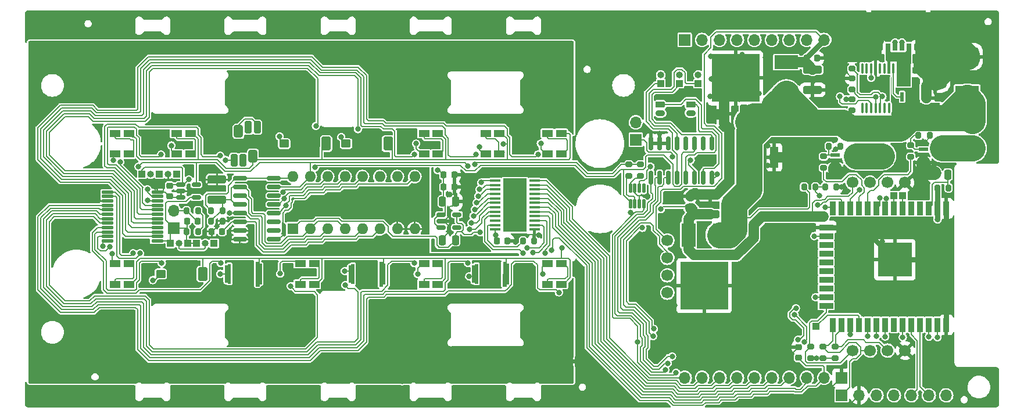
<source format=gtl>
G04 #@! TF.GenerationSoftware,KiCad,Pcbnew,(6.0.5-0)*
G04 #@! TF.CreationDate,2022-08-16T03:19:52+09:00*
G04 #@! TF.ProjectId,qLAMP-main,714c414d-502d-46d6-9169-6e2e6b696361,rev?*
G04 #@! TF.SameCoordinates,Original*
G04 #@! TF.FileFunction,Copper,L1,Top*
G04 #@! TF.FilePolarity,Positive*
%FSLAX46Y46*%
G04 Gerber Fmt 4.6, Leading zero omitted, Abs format (unit mm)*
G04 Created by KiCad (PCBNEW (6.0.5-0)) date 2022-08-16 03:19:52*
%MOMM*%
%LPD*%
G01*
G04 APERTURE LIST*
G04 Aperture macros list*
%AMRoundRect*
0 Rectangle with rounded corners*
0 $1 Rounding radius*
0 $2 $3 $4 $5 $6 $7 $8 $9 X,Y pos of 4 corners*
0 Add a 4 corners polygon primitive as box body*
4,1,4,$2,$3,$4,$5,$6,$7,$8,$9,$2,$3,0*
0 Add four circle primitives for the rounded corners*
1,1,$1+$1,$2,$3*
1,1,$1+$1,$4,$5*
1,1,$1+$1,$6,$7*
1,1,$1+$1,$8,$9*
0 Add four rect primitives between the rounded corners*
20,1,$1+$1,$2,$3,$4,$5,0*
20,1,$1+$1,$4,$5,$6,$7,0*
20,1,$1+$1,$6,$7,$8,$9,0*
20,1,$1+$1,$8,$9,$2,$3,0*%
%AMFreePoly0*
4,1,22,0.500000,-0.750000,0.000000,-0.750000,0.000000,-0.745033,-0.079941,-0.743568,-0.215256,-0.701293,-0.333266,-0.622738,-0.424486,-0.514219,-0.481581,-0.384460,-0.499164,-0.250000,-0.500000,-0.250000,-0.500000,0.250000,-0.499164,0.250000,-0.499963,0.256109,-0.478152,0.396186,-0.417904,0.524511,-0.324060,0.630769,-0.204165,0.706417,-0.067858,0.745374,0.000000,0.744959,0.000000,0.750000,
0.500000,0.750000,0.500000,-0.750000,0.500000,-0.750000,$1*%
%AMFreePoly1*
4,1,20,0.000000,0.744959,0.073905,0.744508,0.209726,0.703889,0.328688,0.626782,0.421226,0.519385,0.479903,0.390333,0.500000,0.250000,0.500000,-0.250000,0.499851,-0.262216,0.476331,-0.402017,0.414519,-0.529596,0.319384,-0.634700,0.198574,-0.708877,0.061801,-0.746166,0.000000,-0.745033,0.000000,-0.750000,-0.500000,-0.750000,-0.500000,0.750000,0.000000,0.750000,0.000000,0.744959,
0.000000,0.744959,$1*%
G04 Aperture macros list end*
G04 #@! TA.AperFunction,NonConductor*
%ADD10C,0.000000*%
G04 #@! TD*
G04 #@! TA.AperFunction,EtchedComponent*
%ADD11C,0.120000*%
G04 #@! TD*
G04 #@! TA.AperFunction,ComponentPad*
%ADD12C,2.000000*%
G04 #@! TD*
G04 #@! TA.AperFunction,SMDPad,CuDef*
%ADD13FreePoly0,180.000000*%
G04 #@! TD*
G04 #@! TA.AperFunction,SMDPad,CuDef*
%ADD14FreePoly1,180.000000*%
G04 #@! TD*
G04 #@! TA.AperFunction,SMDPad,CuDef*
%ADD15RoundRect,0.100000X-0.100000X0.637500X-0.100000X-0.637500X0.100000X-0.637500X0.100000X0.637500X0*%
G04 #@! TD*
G04 #@! TA.AperFunction,SMDPad,CuDef*
%ADD16RoundRect,0.150000X-0.512500X-0.150000X0.512500X-0.150000X0.512500X0.150000X-0.512500X0.150000X0*%
G04 #@! TD*
G04 #@! TA.AperFunction,SMDPad,CuDef*
%ADD17RoundRect,0.250000X-0.250000X-0.475000X0.250000X-0.475000X0.250000X0.475000X-0.250000X0.475000X0*%
G04 #@! TD*
G04 #@! TA.AperFunction,SMDPad,CuDef*
%ADD18R,1.219200X3.098800*%
G04 #@! TD*
G04 #@! TA.AperFunction,SMDPad,CuDef*
%ADD19RoundRect,0.225000X-0.225000X-0.250000X0.225000X-0.250000X0.225000X0.250000X-0.225000X0.250000X0*%
G04 #@! TD*
G04 #@! TA.AperFunction,SMDPad,CuDef*
%ADD20RoundRect,0.250000X0.325000X1.100000X-0.325000X1.100000X-0.325000X-1.100000X0.325000X-1.100000X0*%
G04 #@! TD*
G04 #@! TA.AperFunction,SMDPad,CuDef*
%ADD21RoundRect,0.225000X0.225000X0.250000X-0.225000X0.250000X-0.225000X-0.250000X0.225000X-0.250000X0*%
G04 #@! TD*
G04 #@! TA.AperFunction,SMDPad,CuDef*
%ADD22RoundRect,0.250000X-1.100000X0.325000X-1.100000X-0.325000X1.100000X-0.325000X1.100000X0.325000X0*%
G04 #@! TD*
G04 #@! TA.AperFunction,SMDPad,CuDef*
%ADD23RoundRect,0.225000X0.250000X-0.225000X0.250000X0.225000X-0.250000X0.225000X-0.250000X-0.225000X0*%
G04 #@! TD*
G04 #@! TA.AperFunction,SMDPad,CuDef*
%ADD24RoundRect,0.250000X0.250000X0.475000X-0.250000X0.475000X-0.250000X-0.475000X0.250000X-0.475000X0*%
G04 #@! TD*
G04 #@! TA.AperFunction,SMDPad,CuDef*
%ADD25RoundRect,0.250000X1.100000X-0.325000X1.100000X0.325000X-1.100000X0.325000X-1.100000X-0.325000X0*%
G04 #@! TD*
G04 #@! TA.AperFunction,SMDPad,CuDef*
%ADD26RoundRect,0.111230X0.763770X0.111230X-0.763770X0.111230X-0.763770X-0.111230X0.763770X-0.111230X0*%
G04 #@! TD*
G04 #@! TA.AperFunction,SMDPad,CuDef*
%ADD27RoundRect,0.225000X-0.250000X0.225000X-0.250000X-0.225000X0.250000X-0.225000X0.250000X0.225000X0*%
G04 #@! TD*
G04 #@! TA.AperFunction,SMDPad,CuDef*
%ADD28RoundRect,0.111665X0.111665X-0.550835X0.111665X0.550835X-0.111665X0.550835X-0.111665X-0.550835X0*%
G04 #@! TD*
G04 #@! TA.AperFunction,SMDPad,CuDef*
%ADD29RoundRect,0.200000X0.200000X0.275000X-0.200000X0.275000X-0.200000X-0.275000X0.200000X-0.275000X0*%
G04 #@! TD*
G04 #@! TA.AperFunction,SMDPad,CuDef*
%ADD30RoundRect,0.200000X-0.275000X0.200000X-0.275000X-0.200000X0.275000X-0.200000X0.275000X0.200000X0*%
G04 #@! TD*
G04 #@! TA.AperFunction,SMDPad,CuDef*
%ADD31RoundRect,0.150000X-0.150000X0.825000X-0.150000X-0.825000X0.150000X-0.825000X0.150000X0.825000X0*%
G04 #@! TD*
G04 #@! TA.AperFunction,SMDPad,CuDef*
%ADD32R,1.320800X0.558800*%
G04 #@! TD*
G04 #@! TA.AperFunction,SMDPad,CuDef*
%ADD33R,0.558800X1.320800*%
G04 #@! TD*
G04 #@! TA.AperFunction,SMDPad,CuDef*
%ADD34RoundRect,0.100000X0.687500X0.100000X-0.687500X0.100000X-0.687500X-0.100000X0.687500X-0.100000X0*%
G04 #@! TD*
G04 #@! TA.AperFunction,ComponentPad*
%ADD35C,0.600000*%
G04 #@! TD*
G04 #@! TA.AperFunction,SMDPad,CuDef*
%ADD36R,3.400000X7.800000*%
G04 #@! TD*
G04 #@! TA.AperFunction,SMDPad,CuDef*
%ADD37RoundRect,0.200000X-0.200000X-0.275000X0.200000X-0.275000X0.200000X0.275000X-0.200000X0.275000X0*%
G04 #@! TD*
G04 #@! TA.AperFunction,ComponentPad*
%ADD38RoundRect,0.225000X-0.475000X0.225000X-0.475000X-0.225000X0.475000X-0.225000X0.475000X0.225000X0*%
G04 #@! TD*
G04 #@! TA.AperFunction,ComponentPad*
%ADD39O,1.400000X0.900000*%
G04 #@! TD*
G04 #@! TA.AperFunction,ComponentPad*
%ADD40R,1.000000X1.000000*%
G04 #@! TD*
G04 #@! TA.AperFunction,ComponentPad*
%ADD41O,1.000000X1.000000*%
G04 #@! TD*
G04 #@! TA.AperFunction,ComponentPad*
%ADD42R,1.700000X1.700000*%
G04 #@! TD*
G04 #@! TA.AperFunction,ComponentPad*
%ADD43O,1.700000X1.700000*%
G04 #@! TD*
G04 #@! TA.AperFunction,ComponentPad*
%ADD44R,3.500000X3.500000*%
G04 #@! TD*
G04 #@! TA.AperFunction,ComponentPad*
%ADD45RoundRect,0.750000X-1.000000X0.750000X-1.000000X-0.750000X1.000000X-0.750000X1.000000X0.750000X0*%
G04 #@! TD*
G04 #@! TA.AperFunction,ComponentPad*
%ADD46RoundRect,0.875000X-0.875000X0.875000X-0.875000X-0.875000X0.875000X-0.875000X0.875000X0.875000X0*%
G04 #@! TD*
G04 #@! TA.AperFunction,SMDPad,CuDef*
%ADD47R,1.600000X1.000000*%
G04 #@! TD*
G04 #@! TA.AperFunction,SMDPad,CuDef*
%ADD48RoundRect,0.180000X0.270000X1.370000X-0.270000X1.370000X-0.270000X-1.370000X0.270000X-1.370000X0*%
G04 #@! TD*
G04 #@! TA.AperFunction,SMDPad,CuDef*
%ADD49RoundRect,0.180000X0.270000X1.120000X-0.270000X1.120000X-0.270000X-1.120000X0.270000X-1.120000X0*%
G04 #@! TD*
G04 #@! TA.AperFunction,ComponentPad*
%ADD50C,1.700000*%
G04 #@! TD*
G04 #@! TA.AperFunction,SMDPad,CuDef*
%ADD51RoundRect,0.260000X0.390000X-0.640000X0.390000X0.640000X-0.390000X0.640000X-0.390000X-0.640000X0*%
G04 #@! TD*
G04 #@! TA.AperFunction,SMDPad,CuDef*
%ADD52RoundRect,0.200000X0.300000X-0.700000X0.300000X0.700000X-0.300000X0.700000X-0.300000X-0.700000X0*%
G04 #@! TD*
G04 #@! TA.AperFunction,SMDPad,CuDef*
%ADD53RoundRect,0.035000X0.315000X0.465000X-0.315000X0.465000X-0.315000X-0.465000X0.315000X-0.465000X0*%
G04 #@! TD*
G04 #@! TA.AperFunction,SMDPad,CuDef*
%ADD54RoundRect,0.040000X0.360000X0.460000X-0.360000X0.460000X-0.360000X-0.460000X0.360000X-0.460000X0*%
G04 #@! TD*
G04 #@! TA.AperFunction,ComponentPad*
%ADD55O,1.000000X1.800000*%
G04 #@! TD*
G04 #@! TA.AperFunction,SMDPad,CuDef*
%ADD56RoundRect,0.150000X-0.825000X-0.150000X0.825000X-0.150000X0.825000X0.150000X-0.825000X0.150000X0*%
G04 #@! TD*
G04 #@! TA.AperFunction,SMDPad,CuDef*
%ADD57RoundRect,0.280000X0.420000X0.720000X-0.420000X0.720000X-0.420000X-0.720000X0.420000X-0.720000X0*%
G04 #@! TD*
G04 #@! TA.AperFunction,SMDPad,CuDef*
%ADD58RoundRect,0.240000X0.460000X0.360000X-0.460000X0.360000X-0.460000X-0.360000X0.460000X-0.360000X0*%
G04 #@! TD*
G04 #@! TA.AperFunction,SMDPad,CuDef*
%ADD59RoundRect,0.250000X0.475000X-0.250000X0.475000X0.250000X-0.475000X0.250000X-0.475000X-0.250000X0*%
G04 #@! TD*
G04 #@! TA.AperFunction,SMDPad,CuDef*
%ADD60R,0.900000X2.000000*%
G04 #@! TD*
G04 #@! TA.AperFunction,SMDPad,CuDef*
%ADD61R,2.000000X0.900000*%
G04 #@! TD*
G04 #@! TA.AperFunction,SMDPad,CuDef*
%ADD62R,5.000000X5.000000*%
G04 #@! TD*
G04 #@! TA.AperFunction,SMDPad,CuDef*
%ADD63R,3.500000X2.000000*%
G04 #@! TD*
G04 #@! TA.AperFunction,SMDPad,CuDef*
%ADD64R,7.000000X7.000000*%
G04 #@! TD*
G04 #@! TA.AperFunction,ComponentPad*
%ADD65R,1.600000X1.600000*%
G04 #@! TD*
G04 #@! TA.AperFunction,ComponentPad*
%ADD66O,1.600000X1.600000*%
G04 #@! TD*
G04 #@! TA.AperFunction,SMDPad,CuDef*
%ADD67R,2.000000X3.500000*%
G04 #@! TD*
G04 #@! TA.AperFunction,SMDPad,CuDef*
%ADD68RoundRect,0.260000X-0.390000X0.640000X-0.390000X-0.640000X0.390000X-0.640000X0.390000X0.640000X0*%
G04 #@! TD*
G04 #@! TA.AperFunction,SMDPad,CuDef*
%ADD69RoundRect,0.200000X-0.300000X0.700000X-0.300000X-0.700000X0.300000X-0.700000X0.300000X0.700000X0*%
G04 #@! TD*
G04 #@! TA.AperFunction,ViaPad*
%ADD70C,0.800000*%
G04 #@! TD*
G04 #@! TA.AperFunction,Conductor*
%ADD71C,0.210820*%
G04 #@! TD*
G04 #@! TA.AperFunction,Conductor*
%ADD72C,1.524000*%
G04 #@! TD*
G04 #@! TA.AperFunction,Conductor*
%ADD73C,0.762000*%
G04 #@! TD*
G04 #@! TA.AperFunction,Conductor*
%ADD74C,3.810000*%
G04 #@! TD*
G04 #@! TA.AperFunction,Conductor*
%ADD75C,2.032000*%
G04 #@! TD*
G04 APERTURE END LIST*
D10*
G36*
X193140000Y-78960000D02*
G01*
X193310000Y-79190000D01*
X195260000Y-79190000D01*
X195440000Y-78920000D01*
X195440000Y-77870000D01*
X196140000Y-77870000D01*
X196140000Y-80780000D01*
X196060000Y-80950000D01*
X196060000Y-84150000D01*
X194040000Y-84150000D01*
X194040000Y-80530000D01*
X193100000Y-80530000D01*
X193100000Y-82280000D01*
X192700000Y-82290000D01*
X192700000Y-80530000D01*
X192440000Y-80310000D01*
X192440000Y-77870000D01*
X193140000Y-77870000D01*
X193140000Y-78960000D01*
G37*
G36*
X147240000Y-124580000D02*
G01*
X146740000Y-124580000D01*
X146740000Y-123980000D01*
X147240000Y-123980000D01*
X147240000Y-124580000D01*
G37*
G36*
X101137212Y-113251633D02*
G01*
X100663417Y-113251660D01*
X100678417Y-109751660D01*
X101137212Y-109751633D01*
X101137212Y-113251633D01*
G37*
D11*
X101137212Y-113251633D02*
X100663417Y-113251660D01*
X100678417Y-109751660D01*
X101137212Y-109751633D01*
X101137212Y-113251633D01*
G36*
X97042212Y-112951633D02*
G01*
X96572212Y-112951633D01*
X96572212Y-110051633D01*
X97042212Y-110051633D01*
X97042212Y-112951633D01*
G37*
G36*
X115042212Y-112951633D02*
G01*
X114572212Y-112951633D01*
X114572212Y-110051633D01*
X115042212Y-110051633D01*
X115042212Y-112951633D01*
G37*
G36*
X119137212Y-113251633D02*
G01*
X118663417Y-113251660D01*
X118678417Y-109751660D01*
X119137212Y-109751633D01*
X119137212Y-113251633D01*
G37*
X119137212Y-113251633D02*
X118663417Y-113251660D01*
X118678417Y-109751660D01*
X119137212Y-109751633D01*
X119137212Y-113251633D01*
G36*
X137137212Y-113251633D02*
G01*
X136663417Y-113251660D01*
X136678417Y-109751660D01*
X137137212Y-109751633D01*
X137137212Y-113251633D01*
G37*
X137137212Y-113251633D02*
X136663417Y-113251660D01*
X136678417Y-109751660D01*
X137137212Y-109751633D01*
X137137212Y-113251633D01*
G36*
X133042212Y-112951633D02*
G01*
X132572212Y-112951633D01*
X132572212Y-110051633D01*
X133042212Y-110051633D01*
X133042212Y-112951633D01*
G37*
D12*
X205069999Y-89680009D03*
X205069999Y-93180009D03*
D13*
X147640000Y-124280000D03*
D14*
X146340000Y-124280000D03*
D15*
X193553292Y-81537300D03*
X192903292Y-81537300D03*
X192253292Y-81537300D03*
X191603292Y-81537300D03*
X190953292Y-81537300D03*
X190303292Y-81537300D03*
X189653292Y-81537300D03*
X189003292Y-81537300D03*
X189003292Y-87262300D03*
X189653292Y-87262300D03*
X190303292Y-87262300D03*
X190953292Y-87262300D03*
X191603292Y-87262300D03*
X192253292Y-87262300D03*
X192903292Y-87262300D03*
X193553292Y-87262300D03*
D16*
X127665878Y-102840011D03*
X127665878Y-103790011D03*
X127665878Y-104740011D03*
X129940878Y-104740011D03*
X129940878Y-102840011D03*
D17*
X127853378Y-100919989D03*
X129753378Y-100919989D03*
D18*
X176200000Y-89387300D03*
X176200000Y-94492700D03*
D19*
X128028376Y-98850000D03*
X129578376Y-98850000D03*
D20*
X171795000Y-88130000D03*
X168845000Y-88130000D03*
D21*
X171235010Y-91440000D03*
X169685010Y-91440000D03*
D22*
X181790000Y-81695000D03*
X181790000Y-84645000D03*
D23*
X163940000Y-101755000D03*
X163940000Y-100205000D03*
D24*
X129733376Y-106560000D03*
X127833376Y-106560000D03*
D19*
X195195000Y-81780000D03*
X196745000Y-81780000D03*
D25*
X94990006Y-100675005D03*
X94990006Y-97725005D03*
D12*
X191850000Y-90800000D03*
X191850000Y-94300000D03*
D26*
X86295999Y-106695011D03*
X86295999Y-106045013D03*
X86295999Y-105395012D03*
X86295999Y-104745012D03*
X86295999Y-104095012D03*
X86295999Y-103445012D03*
X86295999Y-102795012D03*
X86295999Y-102145012D03*
X86295999Y-101495012D03*
X86295999Y-100845012D03*
X86295999Y-100195011D03*
X86295999Y-99545013D03*
X79095999Y-99545013D03*
X79095999Y-100195011D03*
X79095999Y-100845012D03*
X79095999Y-101495012D03*
X79095999Y-102145012D03*
X79095999Y-102795012D03*
X79095999Y-103445012D03*
X79095999Y-104095012D03*
X79095999Y-104745012D03*
X79095999Y-105395012D03*
X79095999Y-106045013D03*
X79095999Y-106695011D03*
D27*
X88080012Y-98635012D03*
X88080012Y-100185012D03*
D23*
X179705000Y-123711000D03*
X179705000Y-122161000D03*
D21*
X92174995Y-103796008D03*
X90624995Y-103796008D03*
D28*
X155235000Y-101287500D03*
X155885000Y-101287500D03*
X156535000Y-101287500D03*
X157185000Y-101287500D03*
X157185000Y-99012500D03*
X156535000Y-99012500D03*
X155885000Y-99012500D03*
X155235000Y-99012500D03*
D16*
X89732499Y-98460012D03*
X89732499Y-99410012D03*
X89732499Y-100360012D03*
X92007499Y-100360012D03*
X92007499Y-98460012D03*
D29*
X92224995Y-102272008D03*
X90574995Y-102272008D03*
D30*
X156670000Y-95535000D03*
X156670000Y-97185000D03*
X155030000Y-95545000D03*
X155030000Y-97195000D03*
D31*
X167105000Y-92465000D03*
X165835000Y-92465000D03*
X164565000Y-92465000D03*
X163295000Y-92465000D03*
X162025000Y-92465000D03*
X160755000Y-92465000D03*
X159485000Y-92465000D03*
X158215000Y-92465000D03*
X158215000Y-97415000D03*
X159485000Y-97415000D03*
X160755000Y-97415000D03*
X162025000Y-97415000D03*
X163295000Y-97415000D03*
X164565000Y-97415000D03*
X165835000Y-97415000D03*
X167105000Y-97415000D03*
D19*
X128028376Y-97050000D03*
X129578376Y-97050000D03*
D32*
X197927800Y-93340200D03*
X197927800Y-95219800D03*
X200112200Y-94280000D03*
X185087800Y-94180200D03*
X185087800Y-96059800D03*
X187272200Y-95120000D03*
D33*
X194820200Y-85652200D03*
X196699800Y-85652200D03*
X195760000Y-83467800D03*
D34*
X141272500Y-105015000D03*
X141272500Y-104365000D03*
X141272500Y-103715000D03*
X141272500Y-103065000D03*
X141272500Y-102415000D03*
X141272500Y-101765000D03*
X141272500Y-101115000D03*
X141272500Y-100465000D03*
X141272500Y-99815000D03*
X141272500Y-99165000D03*
X141272500Y-98515000D03*
X141272500Y-97865000D03*
X135547500Y-97865000D03*
X135547500Y-98515000D03*
X135547500Y-99165000D03*
X135547500Y-99815000D03*
X135547500Y-100465000D03*
X135547500Y-101115000D03*
X135547500Y-101765000D03*
X135547500Y-102415000D03*
X135547500Y-103065000D03*
X135547500Y-103715000D03*
X135547500Y-104365000D03*
X135547500Y-105015000D03*
D35*
X139710000Y-99490000D03*
X138410000Y-104690000D03*
X137110000Y-103390000D03*
X139710000Y-104690000D03*
X138410000Y-102090000D03*
X137110000Y-99490000D03*
X139710000Y-103390000D03*
X139710000Y-100790000D03*
X137110000Y-100790000D03*
X137110000Y-102090000D03*
X138410000Y-103390000D03*
X139710000Y-98190000D03*
D36*
X138410000Y-101440000D03*
D35*
X139710000Y-102090000D03*
X138410000Y-100790000D03*
X138410000Y-99490000D03*
X138410000Y-98190000D03*
X137110000Y-104690000D03*
X137110000Y-98190000D03*
D37*
X180531000Y-98819995D03*
X182181000Y-98819995D03*
D24*
X201475000Y-97020000D03*
X199575000Y-97020000D03*
D38*
X164035003Y-86795000D03*
D39*
X164035003Y-88045000D03*
D38*
X159590003Y-86795000D03*
D39*
X159590003Y-88045000D03*
D40*
X165106960Y-83749058D03*
D41*
X165106960Y-82479058D03*
D40*
X162376968Y-83749058D03*
D41*
X162376968Y-82479058D03*
D40*
X159646950Y-83749058D03*
D41*
X159646950Y-82479058D03*
D42*
X156020008Y-91915005D03*
D43*
X156020008Y-89375005D03*
D29*
X198845000Y-91305000D03*
X197195000Y-91305000D03*
X185815000Y-92860000D03*
X184165000Y-92860000D03*
D30*
X187500006Y-79896200D03*
X187500006Y-81546200D03*
X187500006Y-82944200D03*
X187500006Y-84594200D03*
X196100000Y-92745000D03*
X196100000Y-94395000D03*
X183390000Y-94365000D03*
X183390000Y-96015000D03*
D37*
X139574998Y-106699991D03*
X141224998Y-106699991D03*
D29*
X201575000Y-98940000D03*
X199925000Y-98940000D03*
D30*
X187500006Y-85992200D03*
X187500006Y-87642200D03*
D19*
X135785001Y-106699991D03*
X137335001Y-106699991D03*
D25*
X166870000Y-102825000D03*
X166870000Y-99875000D03*
D19*
X180905000Y-80050000D03*
X182455000Y-80050000D03*
D44*
X204295792Y-85809800D03*
D45*
X204295792Y-79809800D03*
D46*
X199595792Y-82809800D03*
D30*
X185039000Y-122111000D03*
X185039000Y-123761000D03*
D47*
X89157211Y-91002066D03*
X89157211Y-94002066D03*
X134157211Y-91002066D03*
X134157211Y-94002066D03*
X127157211Y-113001633D03*
X127157211Y-110001633D03*
X136157211Y-91002066D03*
X136157211Y-94002066D03*
X143157211Y-91002066D03*
X143157211Y-94002066D03*
D48*
X101122212Y-111501633D03*
D49*
X96592212Y-111501633D03*
D50*
X187611003Y-98175006D03*
X190151003Y-98175006D03*
X192691003Y-98175006D03*
X195231003Y-98175006D03*
X187611003Y-122675006D03*
X190151003Y-122675006D03*
X192691003Y-122675006D03*
X195231003Y-122675006D03*
X160611003Y-106615006D03*
X160611003Y-109155006D03*
X160611003Y-111695006D03*
X160611003Y-114235006D03*
D51*
X100236001Y-94300000D03*
D52*
X100886001Y-90100000D03*
X99586001Y-90100000D03*
D30*
X181483000Y-122111000D03*
X181483000Y-123761000D03*
D47*
X125157211Y-113001633D03*
X125157211Y-110001633D03*
D53*
X194788282Y-78419792D03*
X192788282Y-78419792D03*
D54*
X191588282Y-78419792D03*
D53*
X193788282Y-78419792D03*
X195788282Y-78419792D03*
D54*
X196988282Y-78419792D03*
D55*
X198608282Y-78419792D03*
X198608282Y-74619792D03*
X189968282Y-78419792D03*
X189968282Y-74619792D03*
D56*
X98335009Y-97554999D03*
X98335009Y-98824999D03*
X98335009Y-100094999D03*
X98335009Y-101364999D03*
X98335009Y-102634999D03*
X98335009Y-103904999D03*
X98335009Y-105174999D03*
X98335009Y-106444999D03*
X103285009Y-106444999D03*
X103285009Y-105174999D03*
X103285009Y-103904999D03*
X103285009Y-102634999D03*
X103285009Y-101364999D03*
X103285009Y-100094999D03*
X103285009Y-98824999D03*
X103285009Y-97554999D03*
D42*
X186001000Y-126628000D03*
D43*
X183461000Y-126628000D03*
X180921000Y-126628000D03*
X178381000Y-126628000D03*
X175841000Y-126628000D03*
X173301000Y-126628000D03*
X170761000Y-126628000D03*
X168221000Y-126628000D03*
X165681000Y-126628000D03*
X163141000Y-126628000D03*
D47*
X82157211Y-113001633D03*
X82157211Y-110001633D03*
D48*
X119122212Y-111501633D03*
D49*
X114592212Y-111501633D03*
D47*
X109157211Y-113001633D03*
X109157211Y-110001633D03*
D37*
X94165006Y-103796008D03*
X95815006Y-103796008D03*
D57*
X119907212Y-92502066D03*
D58*
X113807212Y-92502066D03*
D57*
X110907212Y-92502066D03*
D58*
X104807212Y-92502066D03*
D47*
X80157211Y-91002066D03*
X80157211Y-94002066D03*
D59*
X198308292Y-87719800D03*
X198308292Y-85819800D03*
D60*
X201261000Y-101920000D03*
X199991000Y-101920000D03*
X198721000Y-101920000D03*
X197451000Y-101920000D03*
X196181000Y-101920000D03*
X194910989Y-101919989D03*
X193640989Y-101919989D03*
X192371000Y-101920000D03*
X191101000Y-101920000D03*
X189831000Y-101920000D03*
X188561000Y-101920000D03*
X187291000Y-101920000D03*
X186021000Y-101920000D03*
X184751000Y-101920000D03*
D61*
X183751000Y-104705000D03*
X183751000Y-105975000D03*
X183751000Y-107245000D03*
X183751000Y-108515000D03*
X183751000Y-109785000D03*
X183751000Y-111055000D03*
X183751000Y-112325000D03*
X183751000Y-113595000D03*
X183751000Y-114865000D03*
X183751000Y-116135000D03*
D60*
X184751000Y-118920000D03*
X186021000Y-118920000D03*
X187291000Y-118920000D03*
X188561000Y-118920000D03*
X189831000Y-118920000D03*
X191101000Y-118920000D03*
X192371000Y-118920000D03*
X193641000Y-118920000D03*
X194911000Y-118920000D03*
X196181000Y-118920000D03*
X197451000Y-118920000D03*
X198721000Y-118920000D03*
X199991000Y-118920000D03*
X201261000Y-118920000D03*
D62*
X193761000Y-109420000D03*
D47*
X80157211Y-113001633D03*
X80157211Y-110001633D03*
D42*
X186000993Y-129200000D03*
D43*
X188540993Y-129200000D03*
X191080993Y-129200000D03*
X193620993Y-129200000D03*
X196160993Y-129200000D03*
X198701000Y-129199996D03*
X201240993Y-129200000D03*
D37*
X183579000Y-98819995D03*
X185229000Y-98819995D03*
D57*
X92907212Y-111501633D03*
D58*
X86807212Y-111501633D03*
D47*
X127157211Y-91002066D03*
X127157211Y-94002066D03*
D42*
X163141000Y-77372000D03*
D43*
X165681000Y-77372000D03*
X168221000Y-77372000D03*
X170761000Y-77372000D03*
X173301000Y-77372000D03*
X175841000Y-77372000D03*
X178381000Y-77372000D03*
X180921000Y-77372000D03*
X183461000Y-77372000D03*
X186001000Y-77372000D03*
D47*
X125157211Y-91002066D03*
X125157211Y-94002066D03*
D21*
X95765006Y-105320008D03*
X94215006Y-105320008D03*
D47*
X145157211Y-113001633D03*
X145157211Y-110001633D03*
D30*
X183261000Y-122111000D03*
X183261000Y-123761000D03*
D63*
X177945000Y-85210000D03*
X177945000Y-80630000D03*
D64*
X170545000Y-82910000D03*
D65*
X106029989Y-104929991D03*
D66*
X108569989Y-104929991D03*
X111109989Y-104929991D03*
X113649989Y-104929991D03*
X116189989Y-104929991D03*
X118729989Y-104929991D03*
X121269989Y-104929991D03*
X123809989Y-104929991D03*
X123809989Y-97309991D03*
X121269989Y-97309991D03*
X118729989Y-97309991D03*
X116189989Y-97309991D03*
X113649989Y-97309991D03*
X111109989Y-97309991D03*
X108569989Y-97309991D03*
X106029989Y-97309991D03*
D37*
X94165006Y-102272008D03*
X95815006Y-102272008D03*
D67*
X168270000Y-105815000D03*
X163690000Y-105815000D03*
D64*
X165970000Y-113215000D03*
D37*
X90574995Y-105320008D03*
X92224995Y-105320008D03*
D47*
X91157211Y-91002066D03*
X91157211Y-94002066D03*
X145157211Y-91002066D03*
X145157211Y-94002066D03*
X82157211Y-91002066D03*
X82157211Y-94002066D03*
X107157211Y-113001633D03*
X107157211Y-110001633D03*
D68*
X98136001Y-90700000D03*
D69*
X97486001Y-94900000D03*
X98786001Y-94900000D03*
D42*
X88719990Y-104785008D03*
D43*
X88719990Y-102245008D03*
D47*
X143157211Y-113001633D03*
X143157211Y-110001633D03*
D48*
X137122212Y-111501633D03*
D49*
X132592212Y-111501633D03*
D40*
X88240000Y-107050000D03*
X94590009Y-107050012D03*
X193640989Y-100070006D03*
X89166011Y-96930033D03*
X84085995Y-96930009D03*
D41*
X85355995Y-96930009D03*
D40*
X182280001Y-119160011D03*
X90780000Y-107050000D03*
D41*
X89510000Y-107050000D03*
D40*
X92050000Y-107050000D03*
D41*
X93320000Y-107050000D03*
D40*
X194910989Y-100070006D03*
X86625995Y-96930009D03*
D41*
X87896003Y-96930021D03*
D70*
X79741890Y-108560000D03*
X79377626Y-107530770D03*
X78380000Y-107430000D03*
X105754509Y-113270000D03*
X104204745Y-111439423D03*
X123754509Y-109901622D03*
X124240000Y-111500000D03*
X144810000Y-114180000D03*
X142500000Y-111500000D03*
X141754509Y-94102077D03*
X142190000Y-92480000D03*
X132754509Y-94102066D03*
X133245492Y-92949968D03*
X123754509Y-94102077D03*
X124010000Y-92500000D03*
X86873548Y-94102077D03*
X88345920Y-92761592D03*
X79890000Y-94890000D03*
X80888840Y-95173588D03*
X182200000Y-114880000D03*
X139580000Y-108485402D03*
X93730000Y-93620000D03*
X126470000Y-124970000D03*
X94420000Y-113270000D03*
X121710000Y-108420000D03*
X125750000Y-118160000D03*
X102060000Y-121640000D03*
X112420000Y-124900000D03*
X123190000Y-110790000D03*
X107450000Y-78080000D03*
X113620000Y-108230000D03*
X74660000Y-85910000D03*
X82550000Y-86620000D03*
X102250000Y-110050000D03*
X118360000Y-108370000D03*
X102150000Y-94090000D03*
X137220000Y-78800000D03*
X68000000Y-108610000D03*
X146380000Y-80750000D03*
X142900000Y-115080000D03*
X92900000Y-97310000D03*
X93370000Y-89850000D03*
X135520000Y-81250000D03*
X96960000Y-88650000D03*
X87680000Y-90840000D03*
X112730000Y-111620000D03*
X90970000Y-96040000D03*
X117830000Y-88210000D03*
X70520000Y-123750000D03*
X128150000Y-120590000D03*
X121880000Y-93430000D03*
X83290000Y-80290000D03*
X71320000Y-108870000D03*
X106730000Y-102850000D03*
X107640000Y-114840000D03*
X97370000Y-121680000D03*
X100360000Y-99910000D03*
X127730000Y-82790000D03*
X87920000Y-78060000D03*
X92940000Y-78990000D03*
X78110000Y-80500000D03*
X107620000Y-121650000D03*
X92870000Y-96040000D03*
X97610000Y-109940000D03*
X85920000Y-89140000D03*
X138480000Y-125880000D03*
X125480000Y-104920000D03*
X121680000Y-99180000D03*
X71410000Y-80410000D03*
X85750000Y-110350000D03*
X77800000Y-95400000D03*
X126700000Y-78380000D03*
X111050000Y-113380000D03*
X105870000Y-86000000D03*
X109150000Y-126980000D03*
X125190000Y-85420000D03*
X73590000Y-120110000D03*
X71080000Y-86410000D03*
X120010000Y-118160000D03*
X145830000Y-88490000D03*
X134630000Y-126930000D03*
X85710000Y-107600000D03*
X128130000Y-115480000D03*
X91650000Y-110020000D03*
X88240000Y-126860000D03*
X95460000Y-91860000D03*
X90240000Y-88790000D03*
X77010000Y-104300000D03*
X73810000Y-105870000D03*
X78310000Y-117380000D03*
X136970000Y-115130000D03*
X84590000Y-93630000D03*
X119530000Y-106250000D03*
X75230000Y-127040000D03*
X108470000Y-108220000D03*
X103650000Y-82300000D03*
X68170000Y-95470000D03*
X102830000Y-126900000D03*
X111380000Y-101420000D03*
X75780000Y-100670000D03*
X120400000Y-85000000D03*
X146360000Y-85990000D03*
X108650000Y-89210000D03*
X117800000Y-115750000D03*
X100370000Y-85760000D03*
X139150000Y-110320000D03*
X95060000Y-126950000D03*
X77480000Y-99030000D03*
X115850000Y-110070000D03*
X119760000Y-101440000D03*
X141030000Y-78100000D03*
X100040000Y-104620000D03*
X127510000Y-127060000D03*
X77850000Y-123540000D03*
X113680000Y-102890000D03*
X82460000Y-78150000D03*
X86070000Y-91930000D03*
X97390000Y-115130000D03*
X105350000Y-93970000D03*
X129290000Y-113090000D03*
X85970000Y-124950000D03*
X122000000Y-127140000D03*
X71570000Y-104090000D03*
X112360000Y-94040000D03*
X78070000Y-86490000D03*
X108290000Y-83020000D03*
X106400000Y-124990000D03*
X81720000Y-107340000D03*
X83290000Y-123820000D03*
X144780000Y-89760000D03*
X82020000Y-127010000D03*
X100520000Y-108290000D03*
X80560000Y-120490000D03*
X87630000Y-108400000D03*
X68360000Y-78370000D03*
X77670000Y-114000000D03*
X115530000Y-78130000D03*
X98330000Y-125120000D03*
X122530000Y-115440000D03*
X121800000Y-111770000D03*
X132140000Y-115070000D03*
X101750000Y-98290000D03*
X108820000Y-100570000D03*
X70500000Y-99530000D03*
X114500000Y-93800000D03*
X123110000Y-81330000D03*
X122580000Y-120760000D03*
X130760000Y-111700000D03*
X142800000Y-121190000D03*
X146360000Y-121040000D03*
X91100000Y-115220000D03*
X96780000Y-106290000D03*
X122470000Y-103720000D03*
X116050000Y-106760000D03*
X132160000Y-78410000D03*
X73580000Y-82570000D03*
X109000000Y-102600000D03*
X110890000Y-80350000D03*
X68260000Y-114610000D03*
X68320000Y-89390000D03*
X117170000Y-99190000D03*
X117380000Y-102980000D03*
X97390000Y-118650000D03*
X111180000Y-107210000D03*
X113710000Y-99670000D03*
X68410000Y-86220000D03*
X130860000Y-125790000D03*
X67990000Y-120200000D03*
X146350000Y-114500000D03*
X125380000Y-98250000D03*
X85790000Y-114520000D03*
X117050000Y-81160000D03*
X138590000Y-93420000D03*
X115880000Y-101040000D03*
X82650000Y-117180000D03*
X96620000Y-108270000D03*
X80550000Y-83470000D03*
X122930000Y-106900000D03*
X107650000Y-118550000D03*
X102040000Y-118570000D03*
X105230000Y-91090000D03*
X99220000Y-78140000D03*
X87320000Y-112900000D03*
X115980000Y-126960000D03*
X117770000Y-120790000D03*
X85990000Y-98820000D03*
X91270000Y-125250000D03*
X129570000Y-110360000D03*
X144470000Y-117770000D03*
X129580000Y-80460000D03*
X101670000Y-101710000D03*
X68410000Y-82700000D03*
X68080000Y-102390000D03*
X77920000Y-90000000D03*
X77730000Y-100786902D03*
X82240000Y-95500000D03*
X83660000Y-106800000D03*
X124170000Y-101290000D03*
X118870000Y-125040000D03*
X87690000Y-93520000D03*
X103440000Y-79020000D03*
X104270000Y-112440000D03*
X123200000Y-90900000D03*
X91330000Y-101260000D03*
X97380000Y-82330000D03*
X74910000Y-78310000D03*
X84490000Y-91140000D03*
X102510000Y-114620000D03*
X122620000Y-88620000D03*
X73410000Y-99400000D03*
X98650000Y-107360000D03*
X111150000Y-110030000D03*
X113910000Y-90820000D03*
X120720000Y-78410000D03*
X123600000Y-113250000D03*
X71320000Y-117580000D03*
X76050000Y-107560000D03*
X128330000Y-88470000D03*
X68050000Y-126830000D03*
X144730000Y-83540000D03*
X103490000Y-88410000D03*
X138840000Y-113250000D03*
X125530000Y-108360000D03*
X110770000Y-90760000D03*
X140720000Y-93200000D03*
X156280000Y-121420000D03*
X183340000Y-103120000D03*
X83578773Y-95827351D03*
X159665189Y-102029642D03*
X182369000Y-123761000D03*
X131584136Y-95762633D03*
X199990000Y-103570000D03*
X155270000Y-102552700D03*
X167870000Y-96950000D03*
X163561424Y-101698353D03*
X135578026Y-105825474D03*
X161888761Y-125891630D03*
X132556613Y-95518297D03*
X133318351Y-105386587D03*
X90933915Y-97722495D03*
X145252039Y-107667959D03*
X136710000Y-92536428D03*
X177077500Y-86077500D03*
X158161240Y-95837300D03*
X156990000Y-104772269D03*
X188584328Y-99261270D03*
X158642270Y-119510000D03*
X199980000Y-120710000D03*
X82785647Y-108485402D03*
X83788350Y-108485402D03*
X160301624Y-125475913D03*
X198730000Y-120650000D03*
X194910000Y-120720000D03*
X160664255Y-124528449D03*
X84879970Y-99127767D03*
X182769032Y-100052163D03*
X192538287Y-100540000D03*
X191080000Y-120540000D03*
X104833034Y-100517440D03*
X179655069Y-121063569D03*
X179343944Y-116484357D03*
X192360000Y-120620000D03*
X161312118Y-123524412D03*
X84879970Y-100786902D03*
X179163511Y-117474190D03*
X180606836Y-121379088D03*
X189830000Y-120550000D03*
X104606609Y-99540637D03*
X109278110Y-95931837D03*
X186700000Y-85990000D03*
X161316890Y-94407157D03*
X164003110Y-94881650D03*
X193787300Y-77710030D03*
X190950000Y-85710000D03*
X194790000Y-77707700D03*
X191949379Y-85628418D03*
X207800000Y-94550000D03*
X197190000Y-111120000D03*
X173720000Y-129970000D03*
X159490000Y-85700000D03*
X179990000Y-91990000D03*
X82280000Y-130490000D03*
X122550000Y-76810000D03*
X178880000Y-74840000D03*
X170320000Y-118030000D03*
X194890000Y-109020000D03*
X155720000Y-114690000D03*
X185060000Y-91950000D03*
X188110000Y-125960000D03*
X192050000Y-111100000D03*
X182250000Y-94000000D03*
X198370000Y-127160000D03*
X181830000Y-83360000D03*
X185860000Y-113290000D03*
X115730000Y-76710000D03*
X82150000Y-73800000D03*
X167060000Y-83080000D03*
X174100000Y-101300000D03*
X162290000Y-102720000D03*
X201580000Y-120910000D03*
X129810000Y-130320000D03*
X133410000Y-75140000D03*
X109570000Y-128160000D03*
X200330000Y-105150000D03*
X169400000Y-90120000D03*
X203390000Y-126170000D03*
X175820000Y-98620000D03*
X141880000Y-105800000D03*
X201690000Y-108010000D03*
X177080000Y-108280000D03*
X136520000Y-76860000D03*
X184470000Y-86030000D03*
X207870000Y-86340000D03*
X119410000Y-75270000D03*
X161030000Y-81330000D03*
X173930000Y-85170000D03*
X180780000Y-129320000D03*
X178970000Y-130380000D03*
X162610000Y-89180000D03*
X153960000Y-89690000D03*
X200900000Y-79790000D03*
X88960000Y-130240000D03*
X169780000Y-95090000D03*
X186000000Y-98840000D03*
X115730000Y-73730000D03*
X194610000Y-113510000D03*
X165800000Y-107280000D03*
X207760000Y-78340000D03*
X185870000Y-104930000D03*
X192050000Y-125430000D03*
X159280000Y-117070000D03*
X174770000Y-116390000D03*
X187800000Y-111250000D03*
X175210000Y-92780000D03*
X109520000Y-130350000D03*
X122630000Y-130440000D03*
X169120000Y-84810000D03*
X129820000Y-73750000D03*
X187960000Y-106770000D03*
X133040000Y-129190000D03*
X164430000Y-85230000D03*
X191930000Y-106780000D03*
X192290000Y-130250000D03*
X72010000Y-73700000D03*
X177970000Y-96820000D03*
X153050000Y-78890000D03*
X165870000Y-104410000D03*
X170940000Y-110360000D03*
X126880000Y-101960000D03*
X164510000Y-99540000D03*
X199120000Y-122470000D03*
X202630000Y-130290000D03*
X102730000Y-73740000D03*
X182500000Y-97610000D03*
X144090000Y-97730000D03*
X173830000Y-73800000D03*
X82210000Y-76500000D03*
X122580000Y-73790000D03*
X150410000Y-85170000D03*
X149940000Y-127310000D03*
X160850000Y-78900000D03*
X153480000Y-128230000D03*
X163960000Y-119190000D03*
X199250000Y-108980000D03*
X172340000Y-114250000D03*
X159490000Y-91041650D03*
X146530000Y-129200000D03*
X92160000Y-129370000D03*
X109570000Y-76790000D03*
X89550000Y-73660000D03*
X201310000Y-111490000D03*
X134040000Y-107790000D03*
X160020000Y-103810000D03*
X163230000Y-81130000D03*
X115850000Y-128250000D03*
X185820000Y-109110000D03*
X203460000Y-76370000D03*
X205480000Y-74050000D03*
X179860000Y-99980000D03*
X208100000Y-130010000D03*
X122500000Y-128290000D03*
X157810000Y-78920000D03*
X136590000Y-130440000D03*
X142760000Y-76270000D03*
X190010000Y-104900000D03*
X150010000Y-129640000D03*
X192340000Y-115290000D03*
X207770000Y-90790000D03*
X161660000Y-116050000D03*
X175310000Y-82750000D03*
X166150000Y-94910000D03*
X178370000Y-104880000D03*
X187550000Y-74370000D03*
X183240000Y-74480000D03*
X203980000Y-82920000D03*
X185770000Y-116560000D03*
X147770000Y-87660000D03*
X194650000Y-117060000D03*
X148050000Y-121030000D03*
X197470000Y-130290000D03*
X189970000Y-130260000D03*
X200810000Y-124950000D03*
X189920000Y-109100000D03*
X148050000Y-115490000D03*
X165970000Y-113215000D03*
X175060000Y-105150000D03*
X155750000Y-108640000D03*
X195920000Y-125110000D03*
X95530000Y-130460000D03*
X152750000Y-87580000D03*
X82360000Y-128240000D03*
X179660000Y-127610000D03*
X184600000Y-79550000D03*
X194880000Y-130280000D03*
X106530000Y-129280000D03*
X145430000Y-73800000D03*
X115790000Y-130310000D03*
X197170000Y-106860000D03*
X157470000Y-112580000D03*
X168360000Y-99290000D03*
X129770000Y-76780000D03*
X136500000Y-73860000D03*
X156080000Y-81130000D03*
X188270000Y-78740000D03*
X200840000Y-74310000D03*
X175220000Y-95660000D03*
X167370000Y-88230000D03*
X178980000Y-111680000D03*
X109620000Y-73710000D03*
X166860000Y-85590000D03*
X199090000Y-113210000D03*
X142760000Y-73760000D03*
X106120000Y-75350000D03*
X165070000Y-81130000D03*
X156460000Y-84700000D03*
X207610000Y-82990000D03*
X199090000Y-117060000D03*
X207960000Y-125870000D03*
X95310000Y-73710000D03*
X180720000Y-96450000D03*
X142790000Y-128090000D03*
X102760000Y-128150000D03*
X151220000Y-81450000D03*
X174940000Y-79900000D03*
X185450000Y-96712735D03*
X102780000Y-76800000D03*
X177750000Y-101220000D03*
X152860000Y-98280000D03*
X142730000Y-130490000D03*
X103060000Y-130350000D03*
X193580000Y-126620000D03*
X198150000Y-92260000D03*
X155840000Y-130430000D03*
X92370000Y-75150000D03*
X159600000Y-95200000D03*
X157731806Y-100170122D03*
X164260000Y-90380000D03*
X192200000Y-76260000D03*
X119060000Y-129410000D03*
X184520000Y-82540000D03*
X197960000Y-95860000D03*
X76380000Y-128290000D03*
X196490000Y-76180000D03*
X131290000Y-106940000D03*
X151560000Y-106620000D03*
X156530000Y-87510000D03*
X146040000Y-99930000D03*
X194960000Y-127970000D03*
X170545000Y-82910000D03*
X158720000Y-81500000D03*
X178910000Y-82520000D03*
X176730000Y-129340000D03*
X165250000Y-79300000D03*
X171080000Y-86030000D03*
X171530000Y-79540000D03*
X89430000Y-76540000D03*
X189920000Y-117080000D03*
X161520000Y-87550000D03*
X166900000Y-79760000D03*
X148090000Y-110670000D03*
X71780000Y-130410000D03*
X75910000Y-76770000D03*
X161890000Y-107820000D03*
X161880000Y-85800000D03*
X148910000Y-98280000D03*
X189920000Y-113320000D03*
X67860000Y-76720000D03*
X138480000Y-106833311D03*
X160570000Y-100010000D03*
X175550000Y-119070000D03*
X89000000Y-128320000D03*
X95470000Y-128160000D03*
X185150956Y-93298098D03*
X201640000Y-115070000D03*
X148050000Y-79150000D03*
X159280000Y-110690000D03*
X173120000Y-81090000D03*
X136530000Y-128270000D03*
X199990000Y-130290000D03*
X162290000Y-100820000D03*
X140070000Y-96730000D03*
X95380000Y-76610000D03*
X128939538Y-99930462D03*
X190060000Y-127270000D03*
X147850000Y-89480000D03*
X194760000Y-104560000D03*
X129850000Y-128140000D03*
X126780000Y-98400000D03*
X168880000Y-81200000D03*
X67920000Y-128400000D03*
X177390000Y-94490000D03*
X147840000Y-82490000D03*
X146710000Y-96590000D03*
X157740000Y-106050000D03*
X187840000Y-115180000D03*
X171390000Y-130400000D03*
X178080000Y-115270000D03*
X135630000Y-96720000D03*
X175090000Y-111940000D03*
X194240000Y-73900000D03*
X196990000Y-115200000D03*
X95471387Y-94248198D03*
X95480000Y-111480000D03*
X96850000Y-102580000D03*
X191535954Y-100456332D03*
X158545536Y-120550474D03*
X127149009Y-96345377D03*
X143738455Y-108072631D03*
X190310000Y-82860000D03*
X185773624Y-85606281D03*
X109410000Y-89910000D03*
X115524290Y-90375710D03*
X86960000Y-109901622D03*
X95570000Y-109901622D03*
X113703048Y-113100440D03*
X131570000Y-109901622D03*
X85640000Y-112400000D03*
X113630000Y-111070000D03*
X113100000Y-91530000D03*
X104120000Y-91430000D03*
X131747790Y-111872289D03*
X182030000Y-105970000D03*
X140169320Y-107674161D03*
X183640000Y-101755300D03*
X141054732Y-108382271D03*
X182476794Y-101468394D03*
X142790000Y-108485402D03*
X132824837Y-101108536D03*
X133063649Y-100134687D03*
X133272443Y-99153964D03*
X133490000Y-98175147D03*
X132582266Y-102081455D03*
X132362956Y-103059880D03*
X132090000Y-104050000D03*
X131792506Y-105007554D03*
X187280000Y-120280000D03*
X105067469Y-101492351D03*
X96250000Y-94880000D03*
D71*
X79741890Y-109586312D02*
X79741890Y-108560000D01*
X80157211Y-110001633D02*
X79741890Y-109586312D01*
X78770275Y-108138121D02*
X79377626Y-107530770D01*
X78673314Y-108138121D02*
X78770275Y-108138121D01*
X77640000Y-107750332D02*
X78027789Y-108138121D01*
X78027789Y-108138121D02*
X78673314Y-108138121D01*
X78380000Y-107430000D02*
X78380000Y-106980000D01*
X78380000Y-106980000D02*
X78664989Y-106695011D01*
X78664989Y-106695011D02*
X79095999Y-106695011D01*
X105754509Y-113374509D02*
X105754509Y-113270000D01*
X106049090Y-113669090D02*
X105754509Y-113374509D01*
X104204745Y-111439423D02*
X104204745Y-109905255D01*
X104204745Y-109905255D02*
X104502948Y-109607052D01*
X104502948Y-109607052D02*
X106762630Y-109607052D01*
X106762630Y-109607052D02*
X107157211Y-110001633D01*
X120617052Y-109607052D02*
X123459939Y-109607052D01*
X123459939Y-109607052D02*
X123754509Y-109901622D01*
X124240000Y-111500000D02*
X124240000Y-110640000D01*
X124240000Y-110640000D02*
X124878367Y-110001633D01*
X124878367Y-110001633D02*
X125157211Y-110001633D01*
X142088146Y-113809754D02*
X144439754Y-113809754D01*
X144439754Y-113809754D02*
X144810000Y-114180000D01*
X142068618Y-113829282D02*
X142088146Y-113809754D01*
X141107052Y-109607052D02*
X141670000Y-110170000D01*
X141750000Y-113510664D02*
X142068618Y-113829282D01*
X141750000Y-110250000D02*
X141750000Y-113510664D01*
X138363290Y-109607052D02*
X141107052Y-109607052D01*
X141670000Y-110170000D02*
X141750000Y-110250000D01*
X142350000Y-111350000D02*
X142350000Y-110510000D01*
X142500000Y-111500000D02*
X142350000Y-111350000D01*
X142350000Y-110510000D02*
X142858367Y-110001633D01*
X142858367Y-110001633D02*
X143157211Y-110001633D01*
X138010000Y-94396647D02*
X141459939Y-94396647D01*
X141459939Y-94396647D02*
X141754509Y-94102077D01*
X142190000Y-93330000D02*
X142190000Y-92480000D01*
X142862066Y-94002066D02*
X142190000Y-93330000D01*
X143157211Y-94002066D02*
X142862066Y-94002066D01*
X132459928Y-94396647D02*
X132754509Y-94102066D01*
X128966647Y-94396647D02*
X132459928Y-94396647D01*
X133245492Y-92949968D02*
X133245492Y-93395492D01*
X133245492Y-93395492D02*
X133852066Y-94002066D01*
X133852066Y-94002066D02*
X134157211Y-94002066D01*
X121086647Y-94396647D02*
X123459939Y-94396647D01*
X123459939Y-94396647D02*
X123754509Y-94102077D01*
X124010000Y-92500000D02*
X124010000Y-93190000D01*
X124010000Y-93190000D02*
X124822066Y-94002066D01*
X124822066Y-94002066D02*
X125157211Y-94002066D01*
X83926813Y-94396647D02*
X86578978Y-94396647D01*
X86578978Y-94396647D02*
X86873548Y-94102077D01*
X88910187Y-94002066D02*
X89157211Y-94002066D01*
X88398121Y-92813793D02*
X88398121Y-93490000D01*
X88345920Y-92761592D02*
X88398121Y-92813793D01*
X88398121Y-93490000D02*
X88910187Y-94002066D01*
X79890000Y-94269277D02*
X80157211Y-94002066D01*
X79890000Y-94890000D02*
X79890000Y-94269277D01*
X80888840Y-95590174D02*
X80888840Y-95173588D01*
X84180000Y-98881334D02*
X80888840Y-95590174D01*
X135226190Y-107954972D02*
X139049570Y-107954972D01*
X182200000Y-114880000D02*
X183736000Y-114880000D01*
X134026461Y-106755243D02*
X135226190Y-107954972D01*
X183736000Y-114880000D02*
X183751000Y-114865000D01*
X134026460Y-103563540D02*
X134026461Y-106755243D01*
X134525000Y-103065000D02*
X134026460Y-103563540D01*
X139049570Y-107954972D02*
X139580000Y-108485402D01*
X135547500Y-103065000D02*
X134525000Y-103065000D01*
X85990000Y-99320000D02*
X86215013Y-99545013D01*
X89732499Y-100360012D02*
X89732499Y-99410012D01*
X89732499Y-99410012D02*
X92539988Y-99410012D01*
X87896003Y-97590062D02*
X87190000Y-98296065D01*
X94291006Y-105320008D02*
X95815006Y-103796008D01*
X86295999Y-99545013D02*
X87215013Y-99545013D01*
X89732499Y-100360012D02*
X88255012Y-100360012D01*
X94224995Y-97725005D02*
X94990006Y-97725005D01*
X88255012Y-100360012D02*
X88080012Y-100185012D01*
X92539988Y-99410012D02*
X94224995Y-97725005D01*
X94215006Y-105320008D02*
X94291006Y-105320008D01*
X87440013Y-99545013D02*
X88080012Y-100185012D01*
X87190000Y-98296065D02*
X87190000Y-99520000D01*
X87215013Y-99545013D02*
X87440013Y-99545013D01*
X87896003Y-96930021D02*
X87896003Y-97590062D01*
X79095999Y-100845012D02*
X77788110Y-100845012D01*
X86215013Y-99545013D02*
X86295999Y-99545013D01*
X85990000Y-98820000D02*
X85990000Y-99320000D01*
X87190000Y-99520000D02*
X87215013Y-99545013D01*
X77788110Y-100845012D02*
X77730000Y-100786902D01*
X152593540Y-105816460D02*
X155750000Y-102660000D01*
D72*
X164520289Y-108750289D02*
X170688107Y-108750289D01*
D71*
X135785001Y-106699991D02*
X135785001Y-106615001D01*
X167870000Y-96950000D02*
X167870000Y-97080000D01*
X135547500Y-105712500D02*
X135547500Y-105794948D01*
D72*
X170688107Y-108750289D02*
X173197440Y-106240956D01*
D71*
X156280000Y-119130000D02*
X155130000Y-117980000D01*
X135547500Y-106462490D02*
X135785001Y-106699991D01*
X135547500Y-105712500D02*
X135547500Y-105882500D01*
D73*
X199991000Y-101920000D02*
X199991000Y-103569000D01*
D71*
X161565931Y-126214460D02*
X161888761Y-125891630D01*
X92007499Y-95274953D02*
X91956273Y-95223727D01*
X156260000Y-121400000D02*
X156280000Y-121420000D01*
D72*
X173197440Y-104332560D02*
X174410000Y-103120000D01*
D71*
X91956273Y-95223727D02*
X94868893Y-95223727D01*
X131584136Y-95762633D02*
X131584136Y-95684136D01*
X156280000Y-121420000D02*
X156280000Y-124375166D01*
X156920000Y-102410000D02*
X157185000Y-102145000D01*
D72*
X163690000Y-107920000D02*
X164520289Y-108750289D01*
D71*
X183561528Y-100633639D02*
X183996828Y-100198339D01*
D72*
X164345000Y-102160000D02*
X164116719Y-101931719D01*
X164345000Y-102825000D02*
X166870000Y-102825000D01*
D71*
X84166273Y-95223727D02*
X91956273Y-95223727D01*
X131123727Y-95223727D02*
X108526273Y-95223727D01*
D72*
X163690000Y-105815000D02*
X163690000Y-107920000D01*
D71*
X108521128Y-95218582D02*
X108526273Y-95223727D01*
X155750000Y-102660000D02*
X155377300Y-102660000D01*
X156280000Y-121420000D02*
X156280000Y-119130000D01*
X135547500Y-105882500D02*
X135547500Y-106462490D01*
X99893164Y-96521669D02*
X101196251Y-95218582D01*
D73*
X199991000Y-99006000D02*
X199925000Y-98940000D01*
D71*
X108570000Y-97310000D02*
X108570000Y-95267454D01*
X94868893Y-95223727D02*
X96166835Y-96521669D01*
X92007499Y-98460012D02*
X92007499Y-95274953D01*
X103285009Y-98824999D02*
X107055001Y-98824999D01*
D72*
X163690000Y-105815000D02*
X163690000Y-103480000D01*
D71*
X158119294Y-126214460D02*
X161565931Y-126214460D01*
X101196251Y-95218582D02*
X108521128Y-95218582D01*
X155377300Y-102660000D02*
X155270000Y-102552700D01*
X181768673Y-101175080D02*
X182183480Y-100760273D01*
X155130000Y-117980000D02*
X152770000Y-117980000D01*
D72*
X182310000Y-103120000D02*
X183340000Y-103120000D01*
D71*
X108570000Y-95267454D02*
X108526273Y-95223727D01*
X83578773Y-95827351D02*
X83578773Y-95811227D01*
X83578773Y-95811227D02*
X84166273Y-95223727D01*
X152593540Y-117803540D02*
X152593540Y-105816460D01*
X135547500Y-105794948D02*
X135578026Y-105825474D01*
X182310000Y-103120000D02*
X181768673Y-102578673D01*
X183996828Y-100198339D02*
X187041661Y-100198339D01*
D72*
X163690000Y-103480000D02*
X164345000Y-102825000D01*
D71*
X167870000Y-97080000D02*
X167535000Y-97415000D01*
D72*
X164116719Y-101931719D02*
X163940000Y-101931719D01*
D71*
X96166835Y-96521669D02*
X99893164Y-96521669D01*
X183048759Y-100760273D02*
X183175393Y-100633639D01*
X135547500Y-105015000D02*
X135547500Y-105712500D01*
D73*
X199991000Y-101920000D02*
X199991000Y-99006000D01*
D71*
X185039000Y-123761000D02*
X183261000Y-123761000D01*
D72*
X164345000Y-102825000D02*
X164345000Y-102160000D01*
D71*
X107055001Y-98824999D02*
X108570000Y-97310000D01*
X135785001Y-106615001D02*
X135550000Y-106380000D01*
X152770000Y-117980000D02*
X152593540Y-117803540D01*
X156280000Y-124375166D02*
X158119294Y-126214460D01*
X167535000Y-97415000D02*
X167105000Y-97415000D01*
X187041661Y-100198339D02*
X187611003Y-99628997D01*
D72*
X174410000Y-103120000D02*
X182310000Y-103120000D01*
D71*
X159996478Y-101698353D02*
X159665189Y-102029642D01*
X187611003Y-99628997D02*
X187611003Y-98175006D01*
X183261000Y-123761000D02*
X181483000Y-123761000D01*
X183175393Y-100633639D02*
X183561528Y-100633639D01*
X157185000Y-102145000D02*
X157185000Y-101287500D01*
X181768673Y-102578673D02*
X181768673Y-101175080D01*
X155750000Y-102660000D02*
X156000000Y-102410000D01*
X156000000Y-102410000D02*
X156920000Y-102410000D01*
D72*
X173197440Y-106240956D02*
X173197440Y-104332560D01*
D71*
X163561424Y-101698353D02*
X159996478Y-101698353D01*
X182183480Y-100760273D02*
X183048759Y-100760273D01*
D73*
X199991000Y-103569000D02*
X199990000Y-103570000D01*
D71*
X131584136Y-95684136D02*
X131123727Y-95223727D01*
X133283844Y-105421094D02*
X133318351Y-105386587D01*
X155030000Y-95545000D02*
X156660000Y-95545000D01*
X109506826Y-103408340D02*
X112777461Y-103408340D01*
X119960000Y-104592879D02*
X119960000Y-105370000D01*
X119960000Y-105370000D02*
X120628121Y-106038121D01*
X156660000Y-95545000D02*
X156670000Y-95535000D01*
X93658821Y-99791875D02*
X96428125Y-99791875D01*
X132851183Y-95223727D02*
X132556613Y-95518297D01*
X105785001Y-97554999D02*
X106030000Y-97310000D01*
X103285009Y-97554999D02*
X105785001Y-97554999D01*
X130120000Y-104131881D02*
X129940878Y-103952759D01*
X112777461Y-103408340D02*
X113191000Y-103821879D01*
X130911508Y-104400248D02*
X130643141Y-104131881D01*
X109093287Y-103821879D02*
X109506826Y-103408340D01*
X94165006Y-102272008D02*
X93331876Y-101438878D01*
X97755000Y-97495000D02*
X98335000Y-97495000D01*
X96428125Y-99791875D02*
X96638330Y-99581670D01*
X132380401Y-105421094D02*
X133283844Y-105421094D01*
X131010675Y-105715675D02*
X132085820Y-105715675D01*
X130041859Y-105348141D02*
X130643141Y-105348141D01*
X106030000Y-104930000D02*
X107138121Y-103821879D01*
X128700246Y-107593130D02*
X127352191Y-107593130D01*
X98335009Y-97554999D02*
X103285009Y-97554999D01*
X132085820Y-105715675D02*
X132380401Y-105421094D01*
X153929834Y-95545000D02*
X152631295Y-96843539D01*
X113191000Y-103821879D02*
X119189000Y-103821879D01*
X130911508Y-105079774D02*
X130911508Y-104400248D01*
X130643141Y-105348141D02*
X131010675Y-105715675D01*
X120628121Y-106038121D02*
X126828121Y-106038121D01*
X126828121Y-106038121D02*
X127025246Y-106235246D01*
X129733376Y-105656624D02*
X130041859Y-105348141D01*
X129733376Y-106560000D02*
X128700246Y-107593130D01*
X93331876Y-100118820D02*
X93658821Y-99791875D01*
X129733376Y-106560000D02*
X129733376Y-105656624D01*
X127025246Y-107266185D02*
X127274531Y-107515470D01*
X129940878Y-103952759D02*
X129940878Y-102840011D01*
X148968707Y-96843540D02*
X147348893Y-95223727D01*
X107138121Y-103821879D02*
X109093287Y-103821879D01*
X152631295Y-96843539D02*
X148968707Y-96843540D01*
X96638330Y-99581670D02*
X96638330Y-98611670D01*
X127025246Y-106235246D02*
X127025246Y-107266185D01*
X130911508Y-105079774D02*
X130643141Y-105348141D01*
X155030000Y-95545000D02*
X153929834Y-95545000D01*
X119189000Y-103821879D02*
X119960000Y-104592879D01*
X93331876Y-101438878D02*
X93331876Y-100118820D01*
X130643141Y-104131881D02*
X130120000Y-104131881D01*
X96638330Y-98611670D02*
X97755000Y-97495000D01*
X147348893Y-95223727D02*
X132851183Y-95223727D01*
X87761858Y-100968142D02*
X87561879Y-101168121D01*
X90624995Y-103796008D02*
X90624995Y-104734995D01*
X90574990Y-104785000D02*
X90624995Y-104734995D01*
X87561879Y-103626879D02*
X88720000Y-104785000D01*
X90780000Y-107050000D02*
X92050000Y-107050000D01*
X88720000Y-104785000D02*
X88240000Y-105265000D01*
X90624995Y-104734995D02*
X90624995Y-105270008D01*
X90491858Y-100968142D02*
X87761858Y-100968142D01*
X92007499Y-100360012D02*
X91099988Y-100360012D01*
X91099988Y-100360012D02*
X90491858Y-100968142D01*
X88240000Y-105265000D02*
X88240000Y-107050000D01*
X88720000Y-104785000D02*
X90574990Y-104785000D01*
X90574995Y-106844995D02*
X90780000Y-107050000D01*
X86295999Y-106695011D02*
X87885011Y-106695011D01*
X90624995Y-105270008D02*
X90574995Y-105320008D01*
X87885011Y-106695011D02*
X88240000Y-107050000D01*
X87561879Y-101168121D02*
X87561879Y-103626879D01*
X90574995Y-105320008D02*
X90574995Y-106844995D01*
X89732499Y-98460012D02*
X88255012Y-98460012D01*
X84085995Y-96324005D02*
X84470000Y-95940000D01*
X89974132Y-98218379D02*
X89732499Y-98460012D01*
X90887505Y-97722495D02*
X90149988Y-98460012D01*
X84470000Y-95940000D02*
X89792220Y-95940000D01*
X88255012Y-98460012D02*
X88080012Y-98635012D01*
X90933915Y-97722495D02*
X90887505Y-97722495D01*
X84085995Y-96930009D02*
X84085995Y-96324005D01*
X89974132Y-96121912D02*
X89974132Y-98218379D01*
X89792220Y-95940000D02*
X89974132Y-96121912D01*
X90149988Y-98460012D02*
X89732499Y-98460012D01*
X92224995Y-105320008D02*
X92933125Y-104611878D01*
X92933125Y-102980138D02*
X92224995Y-102272008D01*
X92933125Y-104611878D02*
X92933125Y-102980138D01*
X128246488Y-109193512D02*
X137176488Y-109193512D01*
D74*
X204624990Y-88722280D02*
X205069999Y-89167289D01*
X172370000Y-89310000D02*
X173162289Y-88517711D01*
D71*
X119122212Y-111501633D02*
X119265332Y-111358513D01*
D74*
X194474112Y-90287280D02*
X195135696Y-89625696D01*
D71*
X92246488Y-109193512D02*
X92853512Y-109193512D01*
X146490000Y-109500000D02*
X146490000Y-112010000D01*
X101122212Y-109267788D02*
X101196488Y-109193512D01*
X136442066Y-91002066D02*
X137265332Y-91825332D01*
D74*
X176200000Y-89387300D02*
X183807300Y-89387300D01*
D73*
X196730000Y-88031392D02*
X196730000Y-84750000D01*
D71*
X181355134Y-99644129D02*
X180531000Y-98819995D01*
X119270000Y-94800000D02*
X119259813Y-94810187D01*
D75*
X196039112Y-88722280D02*
X194848143Y-87531311D01*
D71*
X137265332Y-92595332D02*
X137265332Y-94795042D01*
D74*
X172554719Y-99159962D02*
X170327720Y-101386961D01*
X170327720Y-105052280D02*
X169565000Y-105815000D01*
D71*
X101196488Y-109193512D02*
X101236488Y-109193512D01*
X119907212Y-92502066D02*
X120501802Y-93096656D01*
X128290187Y-91830187D02*
X128290187Y-94810187D01*
X181355134Y-101784866D02*
X181090130Y-102049870D01*
D74*
X169565000Y-105815000D02*
X168270000Y-105815000D01*
D71*
X119259813Y-94810187D02*
X120589813Y-94810187D01*
X144456488Y-109193512D02*
X137176488Y-109193512D01*
D74*
X176200000Y-89387300D02*
X172447300Y-89387300D01*
D71*
X181090130Y-102049870D02*
X173966738Y-102049870D01*
X144536488Y-109193512D02*
X145206488Y-109193512D01*
X82950000Y-91510000D02*
X83265332Y-91825332D01*
D74*
X187067876Y-90287280D02*
X194474112Y-90287280D01*
D71*
X145206488Y-109193512D02*
X146183512Y-109193512D01*
X128265332Y-109212356D02*
X128246488Y-109193512D01*
X82665145Y-91510000D02*
X82950000Y-91510000D01*
X120501802Y-93096656D02*
X120501802Y-94722176D01*
X91157211Y-91002066D02*
X91452066Y-91002066D01*
X146265332Y-94810187D02*
X137250187Y-94810187D01*
D73*
X193687012Y-88177012D02*
X193687012Y-86470000D01*
D71*
X193553292Y-88043292D02*
X195135696Y-89625696D01*
X173966738Y-102049870D02*
X172706608Y-103310000D01*
X92907212Y-109247212D02*
X92853512Y-109193512D01*
X109458367Y-113001633D02*
X110286488Y-112173512D01*
D74*
X173792700Y-89387300D02*
X172554720Y-90625280D01*
D73*
X193553292Y-89096708D02*
X193553292Y-88483511D01*
X196039112Y-88722280D02*
X196730000Y-88031392D01*
D71*
X96338130Y-96108130D02*
X99721870Y-96108130D01*
X181355134Y-101784866D02*
X181355134Y-99644129D01*
X92265332Y-94755042D02*
X92210187Y-94810187D01*
D74*
X172447300Y-89387300D02*
X172370000Y-89310000D01*
D71*
X83265332Y-112194668D02*
X83265332Y-109704668D01*
X146490000Y-112010000D02*
X145498367Y-113001633D01*
D74*
X176200000Y-89387300D02*
X174930978Y-89387300D01*
D71*
X83265332Y-91825332D02*
X83265332Y-94320000D01*
X137122212Y-111501633D02*
X137122212Y-109247788D01*
X92853512Y-109193512D02*
X101196488Y-109193512D01*
X119265332Y-109214668D02*
X119286488Y-109193512D01*
D74*
X201383312Y-88722280D02*
X198477720Y-88722280D01*
D71*
X145252039Y-107667959D02*
X145206488Y-107713510D01*
X91452066Y-91002066D02*
X92265332Y-91815332D01*
X137206428Y-92536428D02*
X137265332Y-92595332D01*
X136157211Y-91002066D02*
X136442066Y-91002066D01*
X193553292Y-87262300D02*
X193553292Y-88043292D01*
X145206488Y-107713510D02*
X145206488Y-109193512D01*
X146460000Y-91200000D02*
X146460000Y-94615519D01*
X137265332Y-94795042D02*
X137250187Y-94810187D01*
X99721870Y-96108130D02*
X100236001Y-95593999D01*
X120501802Y-94722176D02*
X120589813Y-94810187D01*
X109157211Y-113001633D02*
X109458367Y-113001633D01*
D74*
X177945000Y-85559319D02*
X181772981Y-89387300D01*
D71*
X146460000Y-94615519D02*
X146265332Y-94810187D01*
X100236001Y-95593999D02*
X100236001Y-94300000D01*
X145157211Y-91002066D02*
X146262066Y-91002066D01*
X137122212Y-109247788D02*
X137176488Y-109193512D01*
X127157211Y-91002066D02*
X127462066Y-91002066D01*
D74*
X176200000Y-88470422D02*
X176152711Y-88517711D01*
X176200000Y-86955000D02*
X176200000Y-88470422D01*
X186167896Y-89387300D02*
X187067876Y-90287280D01*
D71*
X110260187Y-94810187D02*
X119259813Y-94810187D01*
X127458367Y-113001633D02*
X128265332Y-112194668D01*
X83265332Y-109704668D02*
X83776488Y-109193512D01*
X110265332Y-94805042D02*
X110260187Y-94810187D01*
X110907212Y-92502066D02*
X110260187Y-93149091D01*
X144446576Y-109183600D02*
X144456488Y-109193512D01*
X100741043Y-94805042D02*
X100236001Y-94300000D01*
X92678872Y-111860000D02*
X92678872Y-112355961D01*
X101236488Y-109193512D02*
X110286488Y-109193512D01*
D74*
X170327720Y-101386961D02*
X170327720Y-101807720D01*
D71*
X82157211Y-91002066D02*
X82665145Y-91510000D01*
X137265332Y-91825332D02*
X137265332Y-92595332D01*
X119265332Y-111358513D02*
X119265332Y-109214668D01*
X127157211Y-113001633D02*
X127458367Y-113001633D01*
X92265332Y-91815332D02*
X92265332Y-94755042D01*
X82458367Y-113001633D02*
X83265332Y-112194668D01*
X171830000Y-103310000D02*
X170327720Y-101807720D01*
D74*
X177945000Y-85210000D02*
X177945000Y-85559319D01*
X170327720Y-101807720D02*
X170327720Y-105052280D01*
D71*
X110265332Y-94805042D02*
X100741043Y-94805042D01*
D74*
X183807300Y-89387300D02*
X186167896Y-89387300D01*
X204295792Y-85809800D02*
X201383312Y-88722280D01*
D71*
X145498367Y-113001633D02*
X145157211Y-113001633D01*
X127462066Y-91002066D02*
X128290187Y-91830187D01*
D74*
X176200000Y-89387300D02*
X173792700Y-89387300D01*
X181772981Y-89387300D02*
X183807300Y-89387300D01*
X172554720Y-90625280D02*
X172554719Y-99159962D01*
X205069999Y-86584007D02*
X205069999Y-89167289D01*
X172554720Y-91763558D02*
X172554719Y-96595281D01*
D71*
X101122212Y-111501633D02*
X101122212Y-109267788D01*
X110260187Y-93149091D02*
X110260187Y-94810187D01*
D74*
X177077500Y-86077500D02*
X177945000Y-85210000D01*
D71*
X120589813Y-94810187D02*
X128290187Y-94810187D01*
D74*
X195135696Y-89625696D02*
X196039112Y-88722280D01*
D71*
X128265332Y-112194668D02*
X128265332Y-109212356D01*
X95040187Y-94810187D02*
X96338130Y-96108130D01*
D73*
X195135696Y-89625696D02*
X193687012Y-88177012D01*
D71*
X101265332Y-109222356D02*
X101236488Y-109193512D01*
X146183512Y-109193512D02*
X146490000Y-109500000D01*
D74*
X176200000Y-86955000D02*
X177077500Y-86077500D01*
D71*
X172706608Y-103310000D02*
X171830000Y-103310000D01*
X110286488Y-109193512D02*
X119286488Y-109193512D01*
D74*
X204295792Y-85809800D02*
X205069999Y-86584007D01*
D71*
X83755519Y-94810187D02*
X92210187Y-94810187D01*
X83776488Y-109193512D02*
X92246488Y-109193512D01*
X83265332Y-94320000D02*
X83755519Y-94810187D01*
X144456488Y-109193512D02*
X144536488Y-109193512D01*
D74*
X176152711Y-88517711D02*
X173162289Y-88517711D01*
X174930978Y-89387300D02*
X172554720Y-91763558D01*
D71*
X128290187Y-94810187D02*
X137250187Y-94810187D01*
D74*
X198477720Y-88722280D02*
X204624990Y-88722280D01*
D71*
X92907212Y-111501633D02*
X92907212Y-109247212D01*
D74*
X176200000Y-89387300D02*
X176200000Y-86955000D01*
D71*
X136710000Y-92536428D02*
X137206428Y-92536428D01*
D74*
X196039112Y-88722280D02*
X198477720Y-88722280D01*
D71*
X92210187Y-94810187D02*
X95040187Y-94810187D01*
D73*
X191850000Y-90800000D02*
X193553292Y-89096708D01*
D71*
X146262066Y-91002066D02*
X146460000Y-91200000D01*
X119286488Y-109193512D02*
X128246488Y-109193512D01*
X110286488Y-112173512D02*
X110286488Y-109193512D01*
X92265332Y-109212356D02*
X92246488Y-109193512D01*
X82157211Y-113001633D02*
X82458367Y-113001633D01*
D74*
X191850000Y-94300000D02*
X188150000Y-94300000D01*
X205069999Y-93180009D02*
X200760009Y-93180009D01*
D71*
X158347700Y-119215430D02*
X158642270Y-119510000D01*
X158347700Y-118273535D02*
X158347700Y-119215430D01*
X155986467Y-115912301D02*
X158347699Y-118273533D01*
X155986465Y-115912300D02*
X155986467Y-115912301D01*
X154661240Y-115531240D02*
X155042300Y-115912300D01*
X156990000Y-104772269D02*
X156561901Y-104772269D01*
X157606870Y-97503130D02*
X157606870Y-96400237D01*
X187291000Y-100554598D02*
X187291000Y-101920000D01*
X158347699Y-118273533D02*
X158347700Y-118273535D01*
X157216870Y-97893130D02*
X157606870Y-97503130D01*
X156535000Y-98085000D02*
X156726870Y-97893130D01*
X158161240Y-95845867D02*
X158161240Y-95837300D01*
X155042300Y-115912300D02*
X155986465Y-115912300D01*
X156561901Y-104772269D02*
X154661240Y-106672930D01*
X156535000Y-99012500D02*
X156535000Y-98085000D01*
X154661240Y-106672930D02*
X154661240Y-115460000D01*
X154661240Y-115460000D02*
X154661240Y-115531240D01*
X157606870Y-96400237D02*
X158161240Y-95845867D01*
X156726870Y-97893130D02*
X157216870Y-97893130D01*
X188584328Y-99261270D02*
X187291000Y-100554598D01*
X84171860Y-98889474D02*
X84171860Y-101130000D01*
X84171860Y-101130000D02*
X84536872Y-101495012D01*
X84180000Y-98881334D02*
X84171860Y-98889474D01*
X80157211Y-94002066D02*
X79767934Y-94002066D01*
X84536872Y-101495012D02*
X86295999Y-101495012D01*
X82491077Y-108779972D02*
X82785647Y-108485402D01*
X199980000Y-120710000D02*
X199980000Y-118931000D01*
X80165013Y-99545013D02*
X80863540Y-100243540D01*
X199980000Y-118931000D02*
X199991000Y-118920000D01*
X79095999Y-99545013D02*
X80165013Y-99545013D01*
X80863540Y-108573540D02*
X81069972Y-108779972D01*
X81069972Y-108779972D02*
X82491077Y-108779972D01*
X80863540Y-100243540D02*
X80863540Y-108573540D01*
X190226873Y-99333127D02*
X190630714Y-99333127D01*
X190630714Y-99333127D02*
X191430000Y-98533841D01*
X189831000Y-101920000D02*
X189831000Y-99729000D01*
X192211292Y-97016885D02*
X195613115Y-97016885D01*
X196100000Y-96530000D02*
X196100000Y-94395000D01*
X191430000Y-98533841D02*
X191430000Y-97798177D01*
X189831000Y-99729000D02*
X190226873Y-99333127D01*
X191430000Y-97798177D02*
X192211292Y-97016885D01*
X195613115Y-97016885D02*
X196100000Y-96530000D01*
X80743512Y-109193512D02*
X83191654Y-109193512D01*
X160301624Y-125475913D02*
X160301624Y-125798376D01*
X153007080Y-117267080D02*
X153007080Y-105987754D01*
X158215000Y-99635000D02*
X158215000Y-97415000D01*
X198730000Y-120650000D02*
X198730000Y-118929000D01*
X157091295Y-102823539D02*
X157716460Y-102198374D01*
X158439927Y-99859927D02*
X158215000Y-99635000D01*
X156693540Y-118958707D02*
X155301293Y-117566460D01*
X156988121Y-121885419D02*
X156988121Y-120904581D01*
X156171295Y-102823539D02*
X157091295Y-102823539D01*
X156693540Y-124203872D02*
X156693540Y-122180000D01*
X155301293Y-117566460D02*
X153306460Y-117566460D01*
X83788350Y-108596816D02*
X83788350Y-108485402D01*
X153007080Y-105987754D02*
X156171295Y-102823539D01*
X198730000Y-118929000D02*
X198721000Y-118920000D01*
X157716460Y-101186903D02*
X158439927Y-100463436D01*
X156988121Y-120904581D02*
X156693540Y-120610000D01*
X153306460Y-117566460D02*
X153007080Y-117267080D01*
X80215011Y-100195011D02*
X80450000Y-100430000D01*
X80450000Y-108900000D02*
X80743512Y-109193512D01*
X156693540Y-120610000D02*
X156693540Y-118958707D01*
X83191654Y-109193512D02*
X83788350Y-108596816D01*
X160301624Y-125798376D02*
X160299080Y-125800920D01*
X80450000Y-100430000D02*
X80450000Y-108900000D01*
X157716460Y-102198374D02*
X157716460Y-101186903D01*
X158290588Y-125800920D02*
X156693540Y-124203872D01*
X160299080Y-125800920D02*
X158290588Y-125800920D01*
X79095999Y-100195011D02*
X80215011Y-100195011D01*
X158439927Y-100463436D02*
X158439927Y-99859927D01*
X156693540Y-122180000D02*
X156988121Y-121885419D01*
X188561000Y-101920000D02*
X188561000Y-100286033D01*
X183390000Y-97676865D02*
X183390000Y-96015000D01*
X189292449Y-99554584D02*
X189292449Y-98952449D01*
X188116885Y-97016885D02*
X187113115Y-97016885D01*
X188920000Y-98580000D02*
X188920000Y-97820000D01*
X188561000Y-100286033D02*
X189292449Y-99554584D01*
X186093135Y-98036865D02*
X183750000Y-98036865D01*
X188920000Y-97820000D02*
X188116885Y-97016885D01*
X187113115Y-97016885D02*
X186093135Y-98036865D01*
X189292449Y-98952449D02*
X188920000Y-98580000D01*
X183750000Y-98036865D02*
X183390000Y-97676865D01*
X160247653Y-124528449D02*
X159388722Y-125387380D01*
X86251010Y-100240000D02*
X86295999Y-100195011D01*
X158461882Y-125387380D02*
X157107080Y-124032578D01*
X85477933Y-100195011D02*
X84879970Y-99597048D01*
X159485000Y-97415000D02*
X158965000Y-97415000D01*
X158965000Y-97415000D02*
X158823130Y-97556870D01*
X156342589Y-103237079D02*
X153420620Y-106159048D01*
X157401661Y-122056712D02*
X157401661Y-120733288D01*
X158823130Y-97556870D02*
X158823130Y-98523130D01*
X153420620Y-106159048D02*
X153420620Y-116960620D01*
X153612920Y-117152920D02*
X155472586Y-117152920D01*
X84879970Y-99597048D02*
X84879970Y-99127767D01*
X158130000Y-101358197D02*
X158129999Y-102369669D01*
X153420620Y-116960620D02*
X153612920Y-117152920D01*
X157107080Y-124032578D02*
X157107080Y-122351294D01*
X160664255Y-124528449D02*
X160247653Y-124528449D01*
X158823130Y-98523130D02*
X158853467Y-98553467D01*
X86295999Y-100195011D02*
X85477933Y-100195011D01*
X155472586Y-117152920D02*
X157107080Y-118787414D01*
X86291010Y-100200000D02*
X86169791Y-100078781D01*
X158853467Y-98553467D02*
X158853466Y-100634731D01*
X157107080Y-120438706D02*
X157401661Y-120733288D01*
X157107080Y-122351294D02*
X157401661Y-122056712D01*
X159388722Y-125387380D02*
X158461882Y-125387380D01*
X86295999Y-100195011D02*
X86291010Y-100200000D01*
X158853466Y-100634731D02*
X158130000Y-101358197D01*
X157107080Y-118787414D02*
X157107080Y-120438706D01*
X194910000Y-120720000D02*
X194910000Y-118921000D01*
X158129999Y-102369669D02*
X157262588Y-103237079D01*
X194910000Y-118921000D02*
X194911000Y-118920000D01*
X157262588Y-103237079D02*
X156342589Y-103237079D01*
X183579000Y-98819995D02*
X182181000Y-98819995D01*
X182769032Y-100052163D02*
X182181000Y-99464131D01*
X182181000Y-99464131D02*
X182181000Y-98819995D01*
X192538287Y-101752713D02*
X192371000Y-101920000D01*
X192538287Y-100540000D02*
X192538287Y-101752713D01*
X179317477Y-118182311D02*
X180522920Y-119387754D01*
X178455390Y-117180876D02*
X178455390Y-117767504D01*
X179151909Y-116484357D02*
X178455390Y-117180876D01*
X191080000Y-118941000D02*
X191101000Y-118920000D01*
X112541879Y-98418121D02*
X110586713Y-98418121D01*
X108218007Y-98831661D02*
X107397587Y-99652079D01*
X104005001Y-101364999D02*
X104833034Y-100536966D01*
X191080000Y-120540000D02*
X191080000Y-118941000D01*
X104833034Y-100536966D02*
X104833034Y-100517440D01*
X105496602Y-99652079D02*
X107397587Y-99652079D01*
X180522920Y-120461569D02*
X179920920Y-121063569D01*
X110173172Y-98831661D02*
X108218007Y-98831661D01*
X113650000Y-97310000D02*
X112541879Y-98418121D01*
X178455390Y-117767504D02*
X178870197Y-118182311D01*
X104833034Y-100517440D02*
X104833034Y-100315647D01*
X180522920Y-119387754D02*
X180522920Y-120461569D01*
X179343944Y-116484357D02*
X179151909Y-116484357D01*
X104005001Y-101364999D02*
X103285009Y-101364999D01*
X178870197Y-118182311D02*
X179317477Y-118182311D01*
X110586713Y-98418121D02*
X110173172Y-98831661D01*
X104833034Y-100315647D02*
X105496602Y-99652079D01*
X179920920Y-121063569D02*
X179655069Y-121063569D01*
X158543539Y-102540964D02*
X158543540Y-101529491D01*
X159824763Y-98698130D02*
X160093130Y-98429763D01*
X154119380Y-116739380D02*
X153834160Y-116454160D01*
X157520620Y-118616121D02*
X155643879Y-116739380D01*
X157520620Y-120267413D02*
X157520620Y-118616121D01*
X160666857Y-123524412D02*
X159217429Y-124973840D01*
X157815201Y-122235419D02*
X157815201Y-120571594D01*
X159267005Y-100806026D02*
X159267007Y-98872993D01*
X157433884Y-103650619D02*
X158543539Y-102540964D01*
X192360000Y-120620000D02*
X192360000Y-118931000D01*
X157815201Y-120571594D02*
X157820000Y-120566795D01*
X153834160Y-106330342D02*
X156513883Y-103650619D01*
X84938080Y-100845012D02*
X84879970Y-100786902D01*
X160093130Y-98429763D02*
X160093130Y-97536870D01*
X159217429Y-124973840D02*
X158633176Y-124973840D01*
X159441870Y-98698130D02*
X159824763Y-98698130D01*
X155643879Y-116739380D02*
X154119380Y-116739380D01*
X160215000Y-97415000D02*
X160755000Y-97415000D01*
X192360000Y-118931000D02*
X192371000Y-118920000D01*
X161312118Y-123524412D02*
X160666857Y-123524412D01*
X153834160Y-116454160D02*
X153834160Y-106330342D01*
X156513883Y-103650619D02*
X157433884Y-103650619D01*
X157520620Y-123861284D02*
X157520620Y-122530000D01*
X86295999Y-100845012D02*
X84938080Y-100845012D01*
X158543540Y-101529491D02*
X159267005Y-100806026D01*
X160093130Y-97536870D02*
X160215000Y-97415000D01*
X157520620Y-122530000D02*
X157815201Y-122235419D01*
X159267007Y-98872993D02*
X159441870Y-98698130D01*
X158633176Y-124973840D02*
X157520620Y-123861284D01*
X157820000Y-120566795D02*
X157520620Y-120267413D01*
X104908707Y-99238539D02*
X107226294Y-99238539D01*
X108046713Y-98418121D02*
X107226294Y-99238539D01*
X111110000Y-97310000D02*
X110001879Y-98418121D01*
X110001879Y-98418121D02*
X108046713Y-98418121D01*
X104052247Y-100094999D02*
X104606609Y-99540637D01*
X104606609Y-99540637D02*
X104908707Y-99238539D01*
X180936460Y-121049464D02*
X180606836Y-121379088D01*
X189830000Y-118921000D02*
X189831000Y-118920000D01*
X103285009Y-100094999D02*
X104052247Y-100094999D01*
X189830000Y-120550000D02*
X189830000Y-118921000D01*
X179194190Y-117474190D02*
X180936460Y-119216460D01*
X180936460Y-119216460D02*
X180936460Y-121049464D01*
X179163511Y-117474190D02*
X179194190Y-117474190D01*
X157738330Y-94161670D02*
X160069968Y-94161670D01*
X100057919Y-103077919D02*
X101397919Y-103077919D01*
X153806538Y-96253130D02*
X154246870Y-96253130D01*
X132605591Y-96470754D02*
X133439078Y-95637267D01*
X160069968Y-94161670D02*
X161400000Y-95491702D01*
X98335009Y-100094999D02*
X98944999Y-100094999D01*
X161400000Y-98412893D02*
X161685237Y-98698130D01*
X130427256Y-95637256D02*
X131260754Y-96470754D01*
X155235000Y-100989834D02*
X154246870Y-100001704D01*
X107633174Y-106451660D02*
X108046713Y-106038121D01*
X164565000Y-93585000D02*
X164565000Y-92465000D01*
X161400000Y-95491702D02*
X161400000Y-98412893D01*
X110001879Y-106038121D02*
X111110000Y-104930000D01*
X104471066Y-107466668D02*
X105486073Y-106451661D01*
X133439078Y-95637267D02*
X147177599Y-95637267D01*
X162686870Y-98376023D02*
X162686870Y-94053130D01*
X131260754Y-96470754D02*
X132605591Y-96470754D01*
X98335009Y-100094999D02*
X98994999Y-100094999D01*
X102098951Y-107466668D02*
X104471066Y-107466668D01*
X157453130Y-95945474D02*
X157453130Y-94446870D01*
X109278110Y-95931837D02*
X109572691Y-95637256D01*
X162980000Y-93760000D02*
X164390000Y-93760000D01*
X147177599Y-95637267D02*
X148797411Y-97257079D01*
X99618139Y-102638139D02*
X100057919Y-103077919D01*
X162686870Y-94053130D02*
X162980000Y-93760000D01*
X164390000Y-93760000D02*
X164565000Y-93585000D01*
X162364763Y-98698130D02*
X162686870Y-98376023D01*
X101588339Y-103268339D02*
X101588340Y-106956057D01*
X101397919Y-103077919D02*
X101588339Y-103268339D01*
X101588340Y-106956057D02*
X102098951Y-107466668D01*
X155235000Y-101287500D02*
X155235000Y-100989834D01*
X98944999Y-100094999D02*
X99618139Y-100768139D01*
X99618139Y-100768139D02*
X99618139Y-102638139D01*
X109572691Y-95637256D02*
X130427256Y-95637256D01*
X105486073Y-106451661D02*
X107633174Y-106451660D01*
X148797411Y-97257079D02*
X152802590Y-97257078D01*
X154246870Y-100001704D02*
X154246870Y-96253130D01*
X157145474Y-96253130D02*
X157453130Y-95945474D01*
X152802590Y-97257078D02*
X153806538Y-96253130D01*
X108046713Y-106038121D02*
X110001879Y-106038121D01*
X161685237Y-98698130D02*
X162364763Y-98698130D01*
X154246870Y-96253130D02*
X157145474Y-96253130D01*
X157453130Y-94446870D02*
X157738330Y-94161670D01*
X193553292Y-85153292D02*
X194052200Y-85652200D01*
X194052200Y-85652200D02*
X194820200Y-85652200D01*
X193553292Y-81537300D02*
X193553292Y-85153292D01*
X186702200Y-85992200D02*
X186700000Y-85990000D01*
X187500006Y-85992200D02*
X186702200Y-85992200D01*
X185087800Y-94180200D02*
X184119800Y-94180200D01*
X184165000Y-94135000D02*
X184119800Y-94180200D01*
X184119800Y-94180200D02*
X183574800Y-94180200D01*
X184165000Y-92860000D02*
X184165000Y-94135000D01*
X183574800Y-94180200D02*
X183390000Y-94365000D01*
X197927800Y-93340200D02*
X196695200Y-93340200D01*
X196586230Y-91305000D02*
X197195000Y-91305000D01*
X196100000Y-92745000D02*
X196100000Y-91791230D01*
X196100000Y-91791230D02*
X196586230Y-91305000D01*
X196695200Y-93340200D02*
X196100000Y-92745000D01*
X156020008Y-91915005D02*
X157175005Y-91915005D01*
X161100403Y-93748130D02*
X161316890Y-93964617D01*
X161316890Y-93964617D02*
X161316890Y-94407157D01*
X164565000Y-96415000D02*
X163708540Y-95558540D01*
X163708540Y-95176220D02*
X164003110Y-94881650D01*
X164565000Y-97415000D02*
X164565000Y-96415000D01*
X157606870Y-92346870D02*
X157606870Y-93479763D01*
X157175005Y-91915005D02*
X157606870Y-92346870D01*
X164560000Y-97410000D02*
X164565000Y-97415000D01*
X157875237Y-93748130D02*
X161100403Y-93748130D01*
X163708540Y-95558540D02*
X163708540Y-95176220D01*
X157606870Y-93479763D02*
X157875237Y-93748130D01*
X158583873Y-90333540D02*
X157522922Y-89272589D01*
X158796108Y-83749058D02*
X159646950Y-83749058D01*
X162025000Y-97415000D02*
X162025000Y-94087893D01*
X157522922Y-89272589D02*
X157522922Y-85022244D01*
X160718706Y-90333540D02*
X158583873Y-90333540D01*
X161363130Y-93426023D02*
X161363130Y-90977964D01*
X157522922Y-85022244D02*
X158796108Y-83749058D01*
X162025000Y-94087893D02*
X161363130Y-93426023D01*
X161363130Y-90977964D02*
X160718706Y-90333540D01*
X162704834Y-91150000D02*
X161061293Y-89506460D01*
X158350000Y-88930000D02*
X158350000Y-85364834D01*
X161332962Y-84970719D02*
X162376968Y-83926713D01*
X162376968Y-83926713D02*
X162376968Y-83749058D01*
X158350000Y-85364834D02*
X158744115Y-84970719D01*
X167105000Y-91335000D02*
X166920000Y-91150000D01*
X158926460Y-89506460D02*
X158350000Y-88930000D01*
X167105000Y-92465000D02*
X167105000Y-91335000D01*
X161061293Y-89506460D02*
X158926460Y-89506460D01*
X166920000Y-91150000D02*
X162704834Y-91150000D01*
X158744115Y-84970719D02*
X161332962Y-84970719D01*
X162025000Y-91055000D02*
X160890000Y-89920000D01*
X161568847Y-84150000D02*
X161568847Y-82144322D01*
X160890000Y-89920000D02*
X158755166Y-89920000D01*
X158572821Y-84557179D02*
X161161668Y-84557179D01*
X163185089Y-83560000D02*
X163374147Y-83749058D01*
X163185089Y-82144322D02*
X163185089Y-83560000D01*
X161161668Y-84557179D02*
X161568847Y-84150000D01*
X158755166Y-89920000D02*
X157936461Y-89101295D01*
X157936461Y-85193539D02*
X158572821Y-84557179D01*
X162042232Y-81670937D02*
X162711704Y-81670937D01*
X157936461Y-89101295D02*
X157936461Y-85193539D01*
X161568847Y-82144322D02*
X162042232Y-81670937D01*
X162025000Y-92465000D02*
X162025000Y-91055000D01*
X162711704Y-81670937D02*
X163185089Y-82144322D01*
X163374147Y-83749058D02*
X165106960Y-83749058D01*
X164730832Y-86036870D02*
X165573539Y-86879577D01*
X165978130Y-96131870D02*
X165835000Y-96275000D01*
X165835000Y-96275000D02*
X165835000Y-97415000D01*
X168126670Y-95449963D02*
X167444763Y-96131870D01*
X163339174Y-86036870D02*
X164730832Y-86036870D01*
X162581044Y-86795000D02*
X163339174Y-86036870D01*
X168126670Y-91187003D02*
X168126670Y-95449963D01*
X165752920Y-90322920D02*
X167262588Y-90322921D01*
X167262588Y-90322921D02*
X168126670Y-91187003D01*
X167444763Y-96131870D02*
X165978130Y-96131870D01*
X159590003Y-86795000D02*
X162581044Y-86795000D01*
X159590003Y-86795000D02*
X159115000Y-86795000D01*
X165573539Y-86879577D02*
X165573539Y-90143539D01*
X165573539Y-90143539D02*
X165752920Y-90322920D01*
X165160000Y-87170000D02*
X165160000Y-90540000D01*
X165356460Y-90736460D02*
X167091295Y-90736461D01*
X164561293Y-94173540D02*
X163630000Y-94173540D01*
X163295000Y-94508540D02*
X163295000Y-97415000D01*
X164937417Y-93797417D02*
X164561293Y-94173540D01*
X164820000Y-86830000D02*
X165160000Y-87170000D01*
X167422583Y-93797417D02*
X164937417Y-93797417D01*
X164142160Y-86830000D02*
X164820000Y-86830000D01*
X164107160Y-86795000D02*
X164142160Y-86830000D01*
X164035003Y-86795000D02*
X164107160Y-86795000D01*
X167091295Y-90736461D02*
X167713130Y-91358296D01*
X167713130Y-93506870D02*
X167422583Y-93797417D01*
X167713130Y-91358296D02*
X167713130Y-93506870D01*
X165160000Y-90540000D02*
X165356460Y-90736460D01*
X163630000Y-94173540D02*
X163295000Y-94508540D01*
X193788282Y-77711012D02*
X193787300Y-77710030D01*
X193788282Y-78419792D02*
X193788282Y-77711012D01*
X188504541Y-85803131D02*
X187900000Y-85198590D01*
X187900000Y-84980000D02*
X187514200Y-84594200D01*
X190953292Y-87262300D02*
X190953292Y-85713292D01*
X190856869Y-85803131D02*
X188504541Y-85803131D01*
X190950000Y-85710000D02*
X190856869Y-85803131D01*
X187900000Y-85198590D02*
X187900000Y-84980000D01*
X187514200Y-84594200D02*
X187500006Y-84594200D01*
X190953292Y-85713292D02*
X190950000Y-85710000D01*
X191949379Y-85628418D02*
X191658121Y-85919676D01*
X188320000Y-82366194D02*
X187500006Y-81546200D01*
X191658121Y-87207471D02*
X191603292Y-87262300D01*
X194788282Y-77709418D02*
X194790000Y-77707700D01*
X190268974Y-85389591D02*
X188675835Y-85389591D01*
X188313540Y-85027296D02*
X188313540Y-82372654D01*
X188675835Y-85389591D02*
X188313540Y-85027296D01*
X188313540Y-82372654D02*
X188320000Y-82366194D01*
X191658121Y-85919676D02*
X191658121Y-87207471D01*
X190656686Y-85001879D02*
X190268974Y-85389591D01*
X191949379Y-85628418D02*
X191322840Y-85001879D01*
X191322840Y-85001879D02*
X190656686Y-85001879D01*
X194788282Y-78419792D02*
X194788282Y-77709418D01*
X138773314Y-107541432D02*
X139574998Y-106739748D01*
X139574998Y-106815002D02*
X139574998Y-106699991D01*
X135397483Y-107541432D02*
X138773314Y-107541432D01*
X139574998Y-106739748D02*
X139574998Y-106699991D01*
X134440000Y-104470000D02*
X134440000Y-106583949D01*
X134545000Y-104365000D02*
X134440000Y-104470000D01*
X135547500Y-104365000D02*
X134545000Y-104365000D01*
X134440000Y-106583949D02*
X135397483Y-107541432D01*
X155235000Y-99012500D02*
X155235000Y-98183604D01*
X155918604Y-97500000D02*
X156355000Y-97500000D01*
X156355000Y-97500000D02*
X156670000Y-97185000D01*
X155235000Y-98183604D02*
X155918604Y-97500000D01*
X155885000Y-100365000D02*
X155885000Y-101287500D01*
X154703540Y-97521460D02*
X154703540Y-99873540D01*
X154980000Y-100150000D02*
X155670000Y-100150000D01*
X155030000Y-97195000D02*
X154703540Y-97521460D01*
X155670000Y-100150000D02*
X155885000Y-100365000D01*
X154703540Y-99873540D02*
X154980000Y-100150000D01*
X89157211Y-94002066D02*
X89157211Y-94062789D01*
X79163035Y-90080000D02*
X79049090Y-90193945D01*
X84053332Y-102145012D02*
X86295999Y-102145012D01*
X83678872Y-94148706D02*
X83678871Y-91654037D01*
X83265332Y-91240498D02*
X83265332Y-90365332D01*
X79049090Y-90193945D02*
X79049090Y-95389090D01*
X79282920Y-95622920D02*
X80336752Y-95622920D01*
X82980000Y-90080000D02*
X79163035Y-90080000D01*
X83678871Y-91654037D02*
X83265332Y-91240498D01*
X83758320Y-101850000D02*
X84053332Y-102145012D01*
X89157211Y-94062789D02*
X88823353Y-94396647D01*
X83758320Y-99044489D02*
X83758320Y-101850000D01*
X83926813Y-94396647D02*
X83678872Y-94148706D01*
X83265332Y-90365332D02*
X82980000Y-90080000D01*
X80336752Y-95622920D02*
X83758320Y-99044489D01*
X79049090Y-95389090D02*
X79282920Y-95622920D01*
D74*
X198608282Y-77429529D02*
X198608282Y-81318829D01*
D71*
X128973376Y-101580000D02*
X129333376Y-101580000D01*
X155885000Y-99675000D02*
X156298540Y-100088540D01*
D75*
X185087800Y-96059800D02*
X185087800Y-96350535D01*
D71*
X178921870Y-122944130D02*
X178921870Y-124156829D01*
X141272500Y-105015000D02*
X141272500Y-105727500D01*
D74*
X189695994Y-78692080D02*
X186513666Y-78692080D01*
X198608282Y-77429529D02*
X198608282Y-78419792D01*
D71*
X129333376Y-101580000D02*
X129753378Y-101159998D01*
X198845000Y-91565000D02*
X198150000Y-92260000D01*
D74*
X199595792Y-79407302D02*
X198608282Y-78419792D01*
D71*
X138480000Y-106210000D02*
X138480000Y-106833311D01*
D74*
X199685981Y-80241130D02*
X199685981Y-75199989D01*
D71*
X159485000Y-92465000D02*
X159485000Y-91046650D01*
D74*
X186513666Y-78692080D02*
X186418711Y-78597125D01*
D72*
X166870000Y-99875000D02*
X167781285Y-99875000D01*
D71*
X129808376Y-97280000D02*
X129578376Y-97050000D01*
D74*
X204295792Y-79809800D02*
X199685981Y-75199989D01*
X193290011Y-75199989D02*
X192197822Y-75199989D01*
X188590722Y-75199989D02*
X186418711Y-77372000D01*
D71*
X105954694Y-100665306D02*
X106140842Y-100479158D01*
X128026271Y-103790011D02*
X128643376Y-103172906D01*
X188540993Y-129200000D02*
X187382872Y-130358121D01*
X198845000Y-91305000D02*
X198845000Y-91565000D01*
X156535000Y-101287500D02*
X156535000Y-100125000D01*
X103955001Y-106444999D02*
X104590000Y-105810000D01*
D74*
X204295792Y-79809800D02*
X202595792Y-79809800D01*
D71*
X138480000Y-106833311D02*
X137468321Y-106833311D01*
X185229000Y-98819995D02*
X185979995Y-98819995D01*
X187382872Y-130358121D02*
X184988121Y-130358121D01*
D74*
X202595792Y-79809800D02*
X199595792Y-82809800D01*
D71*
X129753378Y-101159998D02*
X129753378Y-100919989D01*
X103285009Y-106444999D02*
X103955001Y-106444999D01*
D74*
X186418711Y-78597125D02*
X186418711Y-77372000D01*
D71*
X141272500Y-105727500D02*
X141807500Y-105727500D01*
X138962500Y-105727500D02*
X138480000Y-106210000D01*
X129557632Y-97915744D02*
X129578376Y-97895000D01*
X104590000Y-102611112D02*
X105000640Y-102200472D01*
X129578376Y-99901624D02*
X129578376Y-100744987D01*
D73*
X201160000Y-109420000D02*
X201261000Y-109319000D01*
D74*
X189968282Y-78419792D02*
X189695994Y-78692080D01*
D71*
X105775590Y-101161153D02*
X105954694Y-100982049D01*
X159485000Y-91046650D02*
X159490000Y-91041650D01*
D75*
X197927800Y-95219800D02*
X197927800Y-95827800D01*
D71*
X185815000Y-92860000D02*
X185589054Y-92860000D01*
X141272500Y-106652489D02*
X141224998Y-106699991D01*
D74*
X193290011Y-75199989D02*
X188590722Y-75199989D01*
D72*
X164270000Y-99875000D02*
X163940000Y-100205000D01*
D71*
X108560591Y-99658741D02*
X110515759Y-99658740D01*
X185589054Y-92860000D02*
X185150956Y-93298098D01*
D72*
X167781285Y-99875000D02*
X169685000Y-97971285D01*
D71*
X129578376Y-100744987D02*
X129753378Y-100919989D01*
D73*
X189046000Y-104705000D02*
X193761000Y-109420000D01*
D71*
X129578376Y-97895000D02*
X129578376Y-98850000D01*
D72*
X168845000Y-89610000D02*
X168845000Y-88130000D01*
D74*
X190330562Y-75520540D02*
X190010011Y-75199989D01*
D71*
X122701879Y-98418121D02*
X123810000Y-97310000D01*
X105775590Y-101785665D02*
X105775590Y-101161153D01*
X159485000Y-92465000D02*
X160755000Y-92465000D01*
X127665878Y-103790011D02*
X128026271Y-103790011D01*
D75*
X197960000Y-95860000D02*
X198870870Y-96770870D01*
D72*
X168845000Y-84610000D02*
X170545000Y-82910000D01*
D71*
X110515759Y-99658740D02*
X110927249Y-99247250D01*
X186716876Y-82161070D02*
X186716876Y-80679330D01*
D72*
X168745000Y-88230000D02*
X168845000Y-88130000D01*
D71*
X128968376Y-99901624D02*
X129578376Y-99901624D01*
D73*
X196745000Y-81780000D02*
X198565992Y-81780000D01*
D72*
X168845000Y-88130000D02*
X168845000Y-84610000D01*
D73*
X201261000Y-109319000D02*
X201261000Y-101920000D01*
D71*
X104590000Y-105810000D02*
X104590000Y-102611112D01*
X106140842Y-100479158D02*
X107740174Y-100479158D01*
D74*
X190330562Y-77067249D02*
X190330562Y-75520540D01*
D71*
X129578376Y-97050000D02*
X129578376Y-97895000D01*
X115666712Y-98418121D02*
X122701879Y-98418121D01*
X184670000Y-130040000D02*
X184670000Y-127959000D01*
X184670000Y-127959000D02*
X186001000Y-126628000D01*
X141807500Y-105727500D02*
X141880000Y-105800000D01*
X187500006Y-82944200D02*
X186716876Y-82161070D01*
X178921870Y-124156829D02*
X179385041Y-124620000D01*
X184988121Y-130358121D02*
X184670000Y-130040000D01*
X128643376Y-101910000D02*
X128973376Y-101580000D01*
D73*
X183751000Y-104705000D02*
X189046000Y-104705000D01*
D71*
X157650224Y-100088540D02*
X157731806Y-100170122D01*
X128636508Y-105536868D02*
X127833376Y-106340000D01*
X128643376Y-103172906D02*
X128643376Y-101910000D01*
D72*
X177387300Y-94492700D02*
X177390000Y-94490000D01*
D73*
X193761000Y-109420000D02*
X201160000Y-109420000D01*
D71*
X128026271Y-103790011D02*
X128636508Y-104400248D01*
X115253172Y-98831661D02*
X115666712Y-98418121D01*
D72*
X176200000Y-94492700D02*
X177387300Y-94492700D01*
D73*
X201261000Y-118920000D02*
X201261000Y-109319000D01*
D74*
X190010011Y-75199989D02*
X193290011Y-75199989D01*
D71*
X110927249Y-99247250D02*
X112882417Y-99247250D01*
D72*
X166870000Y-99875000D02*
X164270000Y-99875000D01*
D71*
X141272500Y-105727500D02*
X141272500Y-106652489D01*
X105000640Y-102200472D02*
X105360783Y-102200472D01*
D75*
X197927800Y-95827800D02*
X197960000Y-95860000D01*
D71*
X127833376Y-106340000D02*
X127833376Y-106560000D01*
X179705000Y-122161000D02*
X178921870Y-122944130D01*
D72*
X167370000Y-88230000D02*
X168745000Y-88230000D01*
D71*
X129578376Y-98850000D02*
X129578376Y-99708376D01*
D73*
X198565992Y-81780000D02*
X199595792Y-82809800D01*
D71*
X155885000Y-99012500D02*
X155885000Y-99675000D01*
D75*
X185087800Y-96350535D02*
X185450000Y-96712735D01*
D71*
X156298540Y-100088540D02*
X156571460Y-100088540D01*
X158215000Y-92465000D02*
X159485000Y-92465000D01*
X137335001Y-106699991D02*
X137335001Y-106684999D01*
X128636508Y-104400248D02*
X128636508Y-105536868D01*
X179660000Y-124894959D02*
X179660000Y-127610000D01*
X156535000Y-100125000D02*
X156571460Y-100088540D01*
X141272500Y-105727500D02*
X138962500Y-105727500D01*
X185979995Y-98819995D02*
X186000000Y-98840000D01*
X156571460Y-100088540D02*
X157650224Y-100088540D01*
D74*
X199595792Y-82809800D02*
X199595792Y-79407302D01*
D72*
X169685000Y-97971285D02*
X169685000Y-90450000D01*
D74*
X193290011Y-75199989D02*
X196378742Y-75199989D01*
D71*
X186716876Y-80679330D02*
X187500006Y-79896200D01*
X113298006Y-98831661D02*
X115253172Y-98831661D01*
D75*
X198870870Y-96770870D02*
X199575000Y-96770870D01*
D71*
X105954694Y-100982049D02*
X105954694Y-100665306D01*
X107740174Y-100479158D02*
X108560591Y-99658741D01*
X105360783Y-102200472D02*
X105775590Y-101785665D01*
D74*
X198608282Y-81318829D02*
X199685981Y-80241130D01*
D71*
X129578376Y-99708376D02*
X129578376Y-99901624D01*
D72*
X169685000Y-90450000D02*
X168845000Y-89610000D01*
D71*
X112882417Y-99247250D02*
X113298006Y-98831661D01*
X137468321Y-106833311D02*
X137335001Y-106699991D01*
X179385041Y-124620000D02*
X179660000Y-124894959D01*
X128939538Y-99930462D02*
X128968376Y-99901624D01*
D72*
X198308292Y-84097300D02*
X199595792Y-82809800D01*
X198308292Y-85819800D02*
X198308292Y-84097300D01*
D74*
X199685981Y-75199989D02*
X193290011Y-75199989D01*
D71*
X92678872Y-94098872D02*
X92678872Y-91644039D01*
X95322938Y-94396647D02*
X92976647Y-94396647D01*
X78946460Y-96036460D02*
X80165459Y-96036460D01*
X92027583Y-90117583D02*
X83602416Y-90117583D01*
X92265332Y-91230499D02*
X92265332Y-90355332D01*
X83602416Y-90117583D02*
X83151293Y-89666460D01*
X83344780Y-102530000D02*
X83609792Y-102795012D01*
X80165459Y-96036460D02*
X83344780Y-99215782D01*
X78635550Y-90022652D02*
X78635550Y-95725550D01*
X92265332Y-90355332D02*
X92027583Y-90117583D01*
X78991740Y-89666461D02*
X78635550Y-90022652D01*
X83344780Y-99215782D02*
X83344780Y-102530000D01*
X95471387Y-94248198D02*
X95322938Y-94396647D01*
X92976647Y-94396647D02*
X92678872Y-94098872D01*
X92678872Y-91644039D02*
X92265332Y-91230499D01*
X83609792Y-102795012D02*
X86295999Y-102795012D01*
X83151293Y-89666460D02*
X78991740Y-89666461D01*
X78635550Y-95725550D02*
X78946460Y-96036460D01*
X134157211Y-91627211D02*
X134340187Y-91810187D01*
X136569726Y-94002066D02*
X136157211Y-94002066D01*
X136851792Y-93720000D02*
X136569726Y-94002066D01*
X134340187Y-91810187D02*
X135530187Y-91810187D01*
X134157211Y-91002066D02*
X134157211Y-91627211D01*
X135530187Y-91810187D02*
X136001879Y-92281879D01*
X136001879Y-93846734D02*
X136157211Y-94002066D01*
X136001879Y-92281879D02*
X136001879Y-93846734D01*
X96570579Y-111480000D02*
X96592212Y-111501633D01*
X95480000Y-111480000D02*
X96570579Y-111480000D01*
X89612894Y-107860000D02*
X93120000Y-107860000D01*
X93120000Y-107860000D02*
X93320000Y-107660000D01*
X93320000Y-107660000D02*
X93320000Y-107050000D01*
X89510000Y-107757106D02*
X89612894Y-107860000D01*
X89510000Y-107050000D02*
X89510000Y-107757106D01*
X101174799Y-105990000D02*
X101174801Y-107127352D01*
X107804467Y-106865200D02*
X108218006Y-106451661D01*
X99881459Y-103491459D02*
X101041459Y-103491459D01*
X101174799Y-103624799D02*
X101174799Y-105990000D01*
X105657366Y-106865201D02*
X107804467Y-106865200D01*
X101927656Y-107880207D02*
X104642360Y-107880207D01*
X108218006Y-106451661D02*
X110173172Y-106451661D01*
X110173172Y-106451661D02*
X110586712Y-106038121D01*
X98335009Y-102634999D02*
X99024999Y-102634999D01*
X101174801Y-107127352D02*
X101927656Y-107880207D01*
X104642360Y-107880207D02*
X105657366Y-106865201D01*
X96850000Y-102580000D02*
X98330000Y-102580000D01*
X98330000Y-102580000D02*
X98335000Y-102575000D01*
X98335009Y-102634999D02*
X99015001Y-102634999D01*
X110586712Y-106038121D02*
X115081879Y-106038121D01*
X101041459Y-103491459D02*
X101174799Y-103624799D01*
X115081879Y-106038121D02*
X116190000Y-104930000D01*
X99024999Y-102634999D02*
X99881459Y-103491459D01*
X158543539Y-104493539D02*
X158543539Y-105132375D01*
X157934160Y-120090000D02*
X157934160Y-118444828D01*
X158394634Y-120550474D02*
X157934160Y-120090000D01*
X191535954Y-101485046D02*
X191101000Y-101920000D01*
X158543539Y-105132375D02*
X159452882Y-106041718D01*
X158114159Y-104064159D02*
X158543539Y-104493539D01*
X160611003Y-108252838D02*
X160611003Y-109155006D01*
X154247700Y-116037700D02*
X154247700Y-106501636D01*
X154535840Y-116325840D02*
X154247700Y-116037700D01*
X157934160Y-118444828D02*
X155815172Y-116325840D01*
X191535954Y-100456332D02*
X191535954Y-101485046D01*
X154247700Y-106501636D02*
X156685177Y-104064159D01*
X156685177Y-104064159D02*
X158114159Y-104064159D01*
X159452882Y-106041718D02*
X159452882Y-107094717D01*
X158545536Y-120550474D02*
X158394634Y-120550474D01*
X159452882Y-107094717D02*
X160611003Y-108252838D01*
X155815172Y-116325840D02*
X154535840Y-116325840D01*
X144164457Y-106295543D02*
X144881042Y-106295543D01*
X167444763Y-98698130D02*
X168578121Y-97564772D01*
X166379380Y-89909380D02*
X165987079Y-89517079D01*
X166135475Y-130267361D02*
X168090640Y-130267361D01*
X159680545Y-99440000D02*
X160008876Y-99111669D01*
X168578121Y-91053620D02*
X167433881Y-89909381D01*
X165987079Y-89517079D02*
X165987079Y-79472921D01*
X183302670Y-124882670D02*
X180826233Y-124882670D01*
X168504182Y-129853821D02*
X170467755Y-129853820D01*
X161700000Y-130680898D02*
X165721936Y-130680899D01*
X127665878Y-104740011D02*
X127305485Y-104740011D01*
X128229836Y-102743540D02*
X128229836Y-101296447D01*
X166960000Y-78500000D02*
X166960000Y-76995168D01*
X128229836Y-101296447D02*
X127853378Y-100919989D01*
X182266583Y-127822417D02*
X183461000Y-126628000D01*
X179070000Y-128613201D02*
X179188459Y-128731660D01*
X127305485Y-104740011D02*
X126695248Y-104129774D01*
X179705000Y-123761437D02*
X179705000Y-123711000D01*
X128028376Y-97048376D02*
X127325377Y-96345377D01*
X182302879Y-76213879D02*
X183461000Y-77372000D01*
X128028376Y-97050000D02*
X128028376Y-98850000D01*
X177353201Y-128613201D02*
X177565465Y-128613201D01*
X181062417Y-127822417D02*
X182266583Y-127822417D01*
D72*
X180725000Y-80630000D02*
X181790000Y-81695000D01*
D71*
X180826233Y-124882670D02*
X179705000Y-123761437D01*
X179188459Y-128731660D02*
X180153174Y-128731660D01*
X128133365Y-102840011D02*
X128229836Y-102743540D01*
X128028376Y-98850000D02*
X128028376Y-100744991D01*
X161462228Y-130680897D02*
X161700000Y-130680898D01*
X126695248Y-104129774D02*
X126695248Y-103450248D01*
X156576988Y-129936320D02*
X160717651Y-129936320D01*
X143905221Y-106554779D02*
X144164457Y-106295543D01*
X162949597Y-98698130D02*
X167444763Y-98698130D01*
X148865224Y-110279725D02*
X148865224Y-122224556D01*
X126695248Y-103450248D02*
X127305485Y-102840011D01*
X160717651Y-129936320D02*
X161462228Y-130680897D01*
X168578121Y-97564772D02*
X168578121Y-91053620D01*
X128028376Y-100744991D02*
X127853378Y-100919989D01*
X180153174Y-128731660D02*
X181062417Y-127822417D01*
X162536058Y-99111669D02*
X162949597Y-98698130D01*
X177353201Y-128613201D02*
X178850000Y-128613201D01*
X127305485Y-102840011D02*
X127665878Y-102840011D01*
X175196764Y-129026738D02*
X175610301Y-128613201D01*
X127665878Y-102840011D02*
X128133365Y-102840011D01*
X181062417Y-127822417D02*
X181074834Y-127810000D01*
D73*
X180905000Y-79928000D02*
X183461000Y-77372000D01*
D71*
X172828051Y-129440281D02*
X173241597Y-129026738D01*
X160611003Y-106615006D02*
X158957079Y-104961082D01*
X127325377Y-96345377D02*
X127149009Y-96345377D01*
X168090640Y-130267361D02*
X168504182Y-129853821D01*
X178850000Y-128613201D02*
X179070000Y-128613201D01*
X128028376Y-97050000D02*
X128028376Y-97048376D01*
X183461000Y-125041000D02*
X183302670Y-124882670D01*
X159680545Y-100977319D02*
X159680545Y-99440000D01*
X167741289Y-76213879D02*
X182302879Y-76213879D01*
X173241597Y-129026738D02*
X175196764Y-129026738D01*
X158957079Y-104961082D02*
X158957079Y-101700786D01*
X144881042Y-106295543D02*
X148865224Y-110279725D01*
X166960000Y-76995168D02*
X167741289Y-76213879D01*
X143738455Y-108072631D02*
X143905221Y-107905865D01*
X158957079Y-101700786D02*
X159680545Y-100977319D01*
X165721936Y-130680899D02*
X166135475Y-130267361D01*
D73*
X180905000Y-80050000D02*
X180905000Y-79928000D01*
D71*
X160008876Y-99111669D02*
X162536058Y-99111669D01*
X183461000Y-126628000D02*
X183461000Y-125041000D01*
X165987079Y-79472921D02*
X166960000Y-78500000D01*
X148865224Y-122224556D02*
X156576988Y-129936320D01*
X167433881Y-89909381D02*
X166379380Y-89909380D01*
X170881294Y-129440281D02*
X172828051Y-129440281D01*
X170467755Y-129853820D02*
X170881294Y-129440281D01*
X143905221Y-107905865D02*
X143905221Y-106554779D01*
X175610301Y-128613201D02*
X177353201Y-128613201D01*
D72*
X177945000Y-80630000D02*
X180725000Y-80630000D01*
D71*
X190303292Y-82853292D02*
X190310000Y-82860000D01*
X190303292Y-81537300D02*
X190303292Y-82853292D01*
X188469140Y-86216670D02*
X187985480Y-86700330D01*
X185773624Y-86418241D02*
X185773624Y-85606281D01*
X189922344Y-86216670D02*
X188469140Y-86216670D01*
X186055713Y-86700330D02*
X185773624Y-86418241D01*
X190303292Y-86597618D02*
X189922344Y-86216670D01*
X190303292Y-87262300D02*
X190303292Y-86597618D01*
X187985480Y-86700330D02*
X186055713Y-86700330D01*
X72870000Y-88540000D02*
X70570000Y-90840000D01*
X84547079Y-89252921D02*
X76932921Y-89252921D01*
X85130000Y-82060000D02*
X85130000Y-88670000D01*
X76932921Y-89252921D02*
X76220000Y-88540000D01*
X72870000Y-96450000D02*
X79994166Y-96450000D01*
X70570000Y-90840000D02*
X70570000Y-94150000D01*
X85130000Y-88670000D02*
X84547079Y-89252921D01*
X83166252Y-103445012D02*
X86295999Y-103445012D01*
X82931240Y-103210000D02*
X83166252Y-103445012D01*
X109680000Y-83000000D02*
X108190000Y-81510000D01*
X70570000Y-94150000D02*
X72870000Y-96450000D01*
X79994166Y-96450000D02*
X82931240Y-99387075D01*
X109680000Y-89680000D02*
X109640000Y-89680000D01*
X109640000Y-89680000D02*
X109410000Y-89910000D01*
X109680000Y-89680000D02*
X109680000Y-83000000D01*
X82931240Y-99387075D02*
X82931240Y-103210000D01*
X85680000Y-81510000D02*
X85130000Y-82060000D01*
X108190000Y-81510000D02*
X85680000Y-81510000D01*
X76220000Y-88540000D02*
X72870000Y-88540000D01*
X72698705Y-88126461D02*
X70156461Y-90668705D01*
X82517700Y-99558368D02*
X82517700Y-103790000D01*
X115050000Y-82580000D02*
X109844834Y-82580000D01*
X70156461Y-94321294D02*
X72698707Y-96863540D01*
X70156461Y-90668705D02*
X70156461Y-94321294D01*
X85508705Y-81096461D02*
X84700000Y-81905166D01*
X115560000Y-89840000D02*
X115560000Y-90340000D01*
X84716460Y-81921626D02*
X84716460Y-88493540D01*
X82822712Y-104095012D02*
X86295999Y-104095012D01*
X79822873Y-96863540D02*
X82517700Y-99558368D01*
X84700000Y-81905166D02*
X84716460Y-81921626D01*
X115560000Y-83090000D02*
X115050000Y-82580000D01*
X82517700Y-103790000D02*
X82822712Y-104095012D01*
X72698707Y-96863540D02*
X79822873Y-96863540D01*
X77104215Y-88839381D02*
X76391293Y-88126460D01*
X76391293Y-88126460D02*
X72698705Y-88126461D01*
X109844834Y-82580000D02*
X108361295Y-81096461D01*
X84716460Y-88493540D02*
X84370619Y-88839381D01*
X108361295Y-81096461D02*
X85508705Y-81096461D01*
X84370619Y-88839381D02*
X77104215Y-88839381D01*
X115560000Y-90340000D02*
X115524290Y-90375710D01*
X115560000Y-89840000D02*
X115560000Y-83090000D01*
X120575332Y-90365332D02*
X120915342Y-90705342D01*
X84044159Y-88425841D02*
X84286461Y-88183539D01*
X69700000Y-90540333D02*
X72527413Y-87712920D01*
X77275509Y-88425841D02*
X84044159Y-88425841D01*
X115973540Y-82918706D02*
X115973540Y-89823540D01*
X86295999Y-104745012D02*
X82629172Y-104745012D01*
X120915342Y-94225342D02*
X121086647Y-94396647D01*
X119265332Y-90365332D02*
X120575332Y-90365332D01*
X69700000Y-94449666D02*
X69700000Y-90540333D01*
X84286461Y-88183539D02*
X84286461Y-81733871D01*
X72527413Y-87712920D02*
X76562586Y-87712920D01*
X110016128Y-82166460D02*
X115221293Y-82166460D01*
X120915342Y-90705342D02*
X120915342Y-94225342D01*
X115973540Y-89823540D02*
X116140000Y-89990000D01*
X76562586Y-87712920D02*
X77275509Y-88425841D01*
X125157211Y-94002066D02*
X125157211Y-94062789D01*
X108532588Y-80682921D02*
X110016128Y-82166460D01*
X84286461Y-81733871D02*
X85337413Y-80682920D01*
X124762630Y-94396647D02*
X125157211Y-94002066D01*
X82104160Y-104220000D02*
X82104160Y-99729661D01*
X72530334Y-97280000D02*
X69700000Y-94449666D01*
X118890000Y-89990000D02*
X119265332Y-90365332D01*
X115221293Y-82166460D02*
X115973540Y-82918706D01*
X82104160Y-99729661D02*
X79654500Y-97280000D01*
X85337413Y-80682920D02*
X108532588Y-80682921D01*
X79654500Y-97280000D02*
X72530334Y-97280000D01*
X82629172Y-104745012D02*
X82104160Y-104220000D01*
X125157211Y-94062789D02*
X124823353Y-94396647D01*
X116140000Y-89990000D02*
X118890000Y-89990000D01*
X116566460Y-89576460D02*
X116387080Y-89397080D01*
X128966647Y-94396647D02*
X128703727Y-94133727D01*
X77446803Y-88012301D02*
X76733879Y-87299380D01*
X128703726Y-91658892D02*
X128265332Y-91220498D01*
X134157211Y-94002066D02*
X133762630Y-94396647D01*
X116387080Y-89397080D02*
X116387079Y-82747411D01*
X108703881Y-80269381D02*
X85166119Y-80269381D01*
X83872921Y-87777079D02*
X83637699Y-88012301D01*
X83870000Y-81565500D02*
X83872921Y-81568421D01*
X116387079Y-82747411D02*
X115392586Y-81752920D01*
X115392586Y-81752920D02*
X110187422Y-81752920D01*
X69286461Y-94620961D02*
X72359039Y-97693539D01*
X81690620Y-105050620D02*
X82035012Y-105395012D01*
X128265332Y-90365332D02*
X127842583Y-89942583D01*
X72340620Y-87299380D02*
X69286461Y-90353539D01*
X83872921Y-81568421D02*
X83872921Y-87777079D01*
X72359039Y-97693539D02*
X79483208Y-97693541D01*
X110187422Y-81752920D02*
X108703881Y-80269381D01*
X85166119Y-80269381D02*
X83870000Y-81565500D01*
X79483208Y-97693541D02*
X81690620Y-99900954D01*
X76733879Y-87299380D02*
X72340620Y-87299380D01*
X119061293Y-89576460D02*
X116566460Y-89576460D01*
X81690620Y-99900954D02*
X81690620Y-105050620D01*
X128703727Y-94133727D02*
X128703726Y-91658892D01*
X128265332Y-91220498D02*
X128265332Y-90365332D01*
X83637699Y-88012301D02*
X77446803Y-88012301D01*
X82035012Y-105395012D02*
X86295999Y-105395012D01*
X127842583Y-89942583D02*
X119427417Y-89942583D01*
X119427417Y-89942583D02*
X119061293Y-89576460D01*
X69286461Y-90353539D02*
X69286461Y-94620961D01*
X137678871Y-91654037D02*
X137265332Y-91240498D01*
X116800619Y-82576116D02*
X115563883Y-81339380D01*
X115563883Y-81339380D02*
X110358715Y-81339380D01*
X110358715Y-81339380D02*
X108875174Y-79855841D01*
X84994159Y-79855841D02*
X83456461Y-81393539D01*
X137265332Y-91240498D02*
X137265332Y-90580000D01*
X108875174Y-79855841D02*
X84994159Y-79855841D01*
X81277080Y-100072247D02*
X81277080Y-105610000D01*
X81712093Y-106045013D02*
X86295999Y-106045013D01*
X83456461Y-83937080D02*
X83459381Y-83940000D01*
X116800620Y-88910620D02*
X116800619Y-82576116D01*
X77618097Y-87598761D02*
X76905177Y-86885841D01*
X136885000Y-89925000D02*
X136872583Y-89912583D01*
X137678872Y-94065519D02*
X137678872Y-91654039D01*
X83459381Y-87440619D02*
X83301239Y-87598761D01*
X68872922Y-90182245D02*
X68872922Y-94792255D01*
X128409834Y-89925000D02*
X128013878Y-89529044D01*
X72187748Y-98107079D02*
X79311913Y-98107080D01*
X76905177Y-86885841D02*
X72169326Y-86885841D01*
X137265332Y-90305332D02*
X136885000Y-89925000D01*
X83459381Y-83940000D02*
X83459381Y-87440619D01*
X137265332Y-90580000D02*
X137265332Y-90305332D01*
X138010000Y-94396647D02*
X137678872Y-94065519D01*
X72169326Y-86885841D02*
X68872922Y-90182245D01*
X128013878Y-89529044D02*
X119610956Y-89529044D01*
X119610956Y-89529044D02*
X119244832Y-89162920D01*
X68872922Y-94792255D02*
X72187748Y-98107079D01*
X83301239Y-87598761D02*
X77618097Y-87598761D01*
X83456461Y-81393539D02*
X83456461Y-83937080D01*
X117052920Y-89162920D02*
X116800620Y-88910620D01*
X81277080Y-105610000D02*
X81712093Y-106045013D01*
X137678872Y-91654039D02*
X137678871Y-91654037D01*
X143157211Y-94002066D02*
X142762630Y-94396647D01*
X136885000Y-89925000D02*
X128409834Y-89925000D01*
X79311913Y-98107080D02*
X81277080Y-100072247D01*
X119244832Y-89162920D02*
X117052920Y-89162920D01*
X80157211Y-110001633D02*
X79891301Y-110001633D01*
X77784987Y-106045013D02*
X79095999Y-106045013D01*
X77640000Y-107750332D02*
X77640000Y-106190000D01*
X77640000Y-106190000D02*
X77784987Y-106045013D01*
X77226460Y-107921625D02*
X77226460Y-105703540D01*
X77534988Y-105395012D02*
X79095999Y-105395012D01*
X83030000Y-113910000D02*
X79149336Y-113910000D01*
X83265332Y-112779502D02*
X83265332Y-113674668D01*
X86665430Y-109607052D02*
X86960000Y-109901622D01*
X77226460Y-105703540D02*
X77534988Y-105395012D01*
X78873540Y-113634204D02*
X78873539Y-109568705D01*
X83947782Y-109607052D02*
X83678872Y-109875962D01*
X83678872Y-109875962D02*
X83678871Y-112365963D01*
X78873539Y-109568705D02*
X77226460Y-107921625D01*
X79149336Y-113910000D02*
X78873540Y-113634204D01*
X83678871Y-112365963D02*
X83265332Y-112779502D01*
X83265332Y-113674668D02*
X83030000Y-113910000D01*
X83947782Y-109607052D02*
X86665430Y-109607052D01*
X77600155Y-104745012D02*
X79095999Y-104745012D01*
X92570832Y-113809754D02*
X93920000Y-112460586D01*
X78460000Y-109740000D02*
X76812921Y-108092921D01*
X78647251Y-113992749D02*
X78635551Y-113981049D01*
X95275430Y-109607052D02*
X95570000Y-109901622D01*
X92100246Y-113809754D02*
X83715080Y-113809754D01*
X92100246Y-113809754D02*
X92570832Y-113809754D01*
X94262948Y-109607052D02*
X95170000Y-109607052D01*
X93920000Y-112460586D02*
X93920000Y-112270000D01*
X95170000Y-109607052D02*
X95275430Y-109607052D01*
X78460000Y-113805498D02*
X78460000Y-109740000D01*
X76812921Y-108092921D02*
X76812921Y-105532246D01*
X93915342Y-110538022D02*
X93915342Y-109954658D01*
X93920000Y-112270000D02*
X93915342Y-112265342D01*
X83715080Y-113809754D02*
X83201295Y-114323539D01*
X76812921Y-105532246D02*
X77600155Y-104745012D01*
X93915342Y-109954658D02*
X94262948Y-109607052D01*
X83201295Y-114323539D02*
X78978041Y-114323539D01*
X78978041Y-114323539D02*
X78647251Y-113992749D01*
X78647251Y-113992749D02*
X78460000Y-113805498D01*
X93915342Y-112265342D02*
X93915342Y-110538022D01*
X71270164Y-103149172D02*
X76999172Y-103149172D01*
X109160000Y-114040000D02*
X109660000Y-114540000D01*
X76460000Y-115440000D02*
X72870000Y-115440000D01*
X107900000Y-122470000D02*
X85720000Y-122470000D01*
X77945012Y-104095012D02*
X79095999Y-104095012D01*
X107157211Y-110001633D02*
X106848367Y-110001633D01*
X70570000Y-103849336D02*
X71270164Y-103149172D01*
X85720000Y-122470000D02*
X85120000Y-121870000D01*
X109660000Y-120710000D02*
X107900000Y-122470000D01*
X84577078Y-114737078D02*
X77162922Y-114737078D01*
X109660000Y-114540000D02*
X109660000Y-120710000D01*
X77162922Y-114737078D02*
X76460000Y-115440000D01*
X85120000Y-121870000D02*
X85120000Y-115280000D01*
X76999172Y-103149172D02*
X77945012Y-104095012D01*
X106420000Y-114040000D02*
X109160000Y-114040000D01*
X106049090Y-113669090D02*
X106420000Y-114040000D01*
X70570000Y-113140000D02*
X70570000Y-103849336D01*
X85120000Y-115280000D02*
X84577078Y-114737078D01*
X72870000Y-115440000D02*
X70570000Y-113140000D01*
X114070000Y-113590000D02*
X113703048Y-113223048D01*
X77975012Y-103445012D02*
X77265632Y-102735632D01*
X115030000Y-121430000D02*
X115560000Y-120900000D01*
X115000000Y-113590000D02*
X114070000Y-113590000D01*
X79095999Y-103445012D02*
X77975012Y-103445012D01*
X113712371Y-113109763D02*
X113703048Y-113100440D01*
X77265632Y-102735632D02*
X71098870Y-102735632D01*
X109524834Y-121430000D02*
X115030000Y-121430000D01*
X115560000Y-120900000D02*
X115560000Y-114150000D01*
X113703048Y-113223048D02*
X113703048Y-113100440D01*
X72698706Y-115853539D02*
X76631295Y-115853539D01*
X77334216Y-115150618D02*
X84405784Y-115150618D01*
X85548707Y-122883540D02*
X108071295Y-122883539D01*
X115560000Y-114150000D02*
X115000000Y-113590000D01*
X71098870Y-102735632D02*
X70156461Y-103678041D01*
X108071295Y-122883539D02*
X109524834Y-121430000D01*
X84706460Y-115451294D02*
X84706460Y-122041293D01*
X84706460Y-122041293D02*
X85548707Y-122883540D01*
X70156461Y-103678041D02*
X70156461Y-113311294D01*
X70156461Y-113311294D02*
X72698706Y-115853539D01*
X76631295Y-115853539D02*
X77334216Y-115150618D01*
X84405784Y-115150618D02*
X84706460Y-115451294D01*
X69742922Y-103506746D02*
X69742922Y-113482922D01*
X118990000Y-114050000D02*
X119880342Y-113159658D01*
X79095999Y-102795012D02*
X77925012Y-102795012D01*
X115201293Y-121843540D02*
X115973539Y-121071295D01*
X76802588Y-116267079D02*
X77505510Y-115564158D01*
X69742922Y-113482922D02*
X72527079Y-116267079D01*
X85377412Y-123297079D02*
X93130000Y-123297080D01*
X72527079Y-116267079D02*
X76802588Y-116267079D01*
X115973539Y-121071295D02*
X115973540Y-114216460D01*
X119880342Y-113159658D02*
X119880342Y-110150000D01*
X84292920Y-115792920D02*
X84292921Y-122212588D01*
X120423290Y-109607052D02*
X120617052Y-109607052D01*
X109696128Y-121843540D02*
X115201293Y-121843540D01*
X84292921Y-122212588D02*
X85377412Y-123297079D01*
X119880342Y-110150000D02*
X120423290Y-109607052D01*
X77505510Y-115564158D02*
X84064158Y-115564158D01*
X115973540Y-114216460D02*
X116140000Y-114050000D01*
X108242586Y-123297079D02*
X109696128Y-121843540D01*
X84064158Y-115564158D02*
X84292920Y-115792920D01*
X93130000Y-123297080D02*
X108242586Y-123297079D01*
X70927576Y-102322092D02*
X69742922Y-103506746D01*
X77925012Y-102795012D02*
X77452092Y-102322092D01*
X116140000Y-114050000D02*
X118990000Y-114050000D01*
X77452092Y-102322092D02*
X70927576Y-102322092D01*
X128265332Y-113814668D02*
X128010000Y-114070000D01*
X72355786Y-116680619D02*
X69329382Y-113654215D01*
X83727078Y-115977698D02*
X77676804Y-115977698D01*
X128678871Y-112365963D02*
X128265332Y-112779502D01*
X128265332Y-112779502D02*
X128265332Y-113814668D01*
X83879380Y-116130000D02*
X83727078Y-115977698D01*
X108413882Y-123710619D02*
X85206120Y-123710620D01*
X128010000Y-114070000D02*
X119554834Y-114070000D01*
X77768552Y-101908552D02*
X78005012Y-102145012D01*
X116387080Y-114622920D02*
X116387079Y-121242590D01*
X119161293Y-114463540D02*
X116546460Y-114463540D01*
X116387079Y-121242590D02*
X115372589Y-122257080D01*
X70756282Y-101908552D02*
X77768552Y-101908552D01*
X116546460Y-114463540D02*
X116387080Y-114622920D01*
X76973881Y-116680619D02*
X72355786Y-116680619D01*
X131275430Y-109607052D02*
X131570000Y-109901622D01*
X77676804Y-115977698D02*
X76973881Y-116680619D01*
X115372589Y-122257080D02*
X109867422Y-122257080D01*
X128952948Y-109607052D02*
X131275430Y-109607052D01*
X109867422Y-122257080D02*
X108413882Y-123710619D01*
X69329382Y-113654215D02*
X69329383Y-103335451D01*
X78005012Y-102145012D02*
X79095999Y-102145012D01*
X83879381Y-122383881D02*
X83879380Y-116130000D01*
X128678872Y-109881128D02*
X128678871Y-112365963D01*
X128952948Y-109607052D02*
X128678872Y-109881128D01*
X85206120Y-123710620D02*
X83879381Y-122383881D01*
X119554834Y-114070000D02*
X119161293Y-114463540D01*
X69329383Y-103335451D02*
X70756282Y-101908552D01*
X68915843Y-113825510D02*
X68915843Y-103164157D01*
X116800618Y-121413885D02*
X115543884Y-122670619D01*
X143157211Y-110001633D02*
X142762630Y-109607052D01*
X119332586Y-114877080D02*
X117090000Y-114877080D01*
X108585175Y-124124159D02*
X85034827Y-124124160D01*
X143050000Y-109607052D02*
X143157211Y-109714263D01*
X143157211Y-109714263D02*
X143157211Y-110001633D01*
X137279497Y-113674668D02*
X137880342Y-113073823D01*
X128181293Y-114483540D02*
X119726127Y-114483540D01*
X77848098Y-116391238D02*
X77145175Y-117094158D01*
X77145175Y-117094158D02*
X72184491Y-117094158D01*
X83450000Y-122539334D02*
X83465841Y-122523493D01*
X119726127Y-114483540D02*
X119332586Y-114877080D01*
X83151238Y-116391238D02*
X77848098Y-116391238D01*
X128704834Y-113960000D02*
X128181293Y-114483540D01*
X136980000Y-113960000D02*
X128704834Y-113960000D01*
X110038716Y-122670620D02*
X108585175Y-124124159D01*
X137880342Y-113073823D02*
X137880342Y-110090000D01*
X68915843Y-103164157D02*
X70584988Y-101495012D01*
X137265332Y-113674668D02*
X137279497Y-113674668D01*
X83465841Y-122523493D02*
X83465841Y-116705841D01*
X83465841Y-116705841D02*
X83151238Y-116391238D01*
X70584988Y-101495012D02*
X79095999Y-101495012D01*
X85034827Y-124124160D02*
X83450000Y-122539334D01*
X137880342Y-110090000D02*
X138363290Y-109607052D01*
X116800620Y-115166460D02*
X116800618Y-121413885D01*
X137265332Y-113674668D02*
X136980000Y-113960000D01*
X117090000Y-114877080D02*
X116800620Y-115166460D01*
X72184491Y-117094158D02*
X68915843Y-113825510D01*
X115543884Y-122670619D02*
X110038716Y-122670620D01*
X107333512Y-112193512D02*
X109681654Y-112193512D01*
X109872948Y-112002218D02*
X109872948Y-110360000D01*
X107157211Y-112362789D02*
X107330000Y-112190000D01*
X109872948Y-110360000D02*
X109514581Y-110001633D01*
X109681654Y-112193512D02*
X109872948Y-112002218D01*
X107330000Y-112190000D02*
X107333512Y-112193512D01*
X109514581Y-110001633D02*
X109157211Y-110001633D01*
X107157211Y-113001633D02*
X107157211Y-112362789D01*
X82851792Y-112023374D02*
X82851792Y-110290000D01*
X82563425Y-110001633D02*
X82157211Y-110001633D01*
X82681654Y-112193512D02*
X82851792Y-112023374D01*
X80157211Y-113001633D02*
X80157211Y-112392789D01*
X82851792Y-110290000D02*
X82563425Y-110001633D01*
X80356488Y-112193512D02*
X82681654Y-112193512D01*
X80157211Y-112392789D02*
X80356488Y-112193512D01*
X85640000Y-112400000D02*
X85908845Y-112400000D01*
X85908845Y-112400000D02*
X86807212Y-111501633D01*
X146046460Y-93433540D02*
X145477934Y-94002066D01*
X143157211Y-91002066D02*
X143157211Y-91647211D01*
X145850187Y-91810187D02*
X146046460Y-92006460D01*
X146046460Y-92006460D02*
X146046460Y-93433540D01*
X145477934Y-94002066D02*
X145157211Y-94002066D01*
X143320187Y-91810187D02*
X145850187Y-91810187D01*
X143157211Y-91647211D02*
X143320187Y-91810187D01*
X114160579Y-111070000D02*
X114592212Y-111501633D01*
X113630000Y-111070000D02*
X114160579Y-111070000D01*
X113100000Y-91530000D02*
X113100000Y-91794854D01*
X113100000Y-91794854D02*
X113807212Y-92502066D01*
X104120000Y-91814854D02*
X104807212Y-92502066D01*
X104120000Y-91430000D02*
X104120000Y-91814854D01*
X98136001Y-90700000D02*
X98136001Y-89831396D01*
X100096475Y-88891870D02*
X100886001Y-89681396D01*
X99075527Y-88891870D02*
X100096475Y-88891870D01*
X98136001Y-89831396D02*
X99075527Y-88891870D01*
X100886001Y-89681396D02*
X100886001Y-90100000D01*
X89157211Y-91002066D02*
X89157211Y-91657211D01*
X91851792Y-91986626D02*
X91851792Y-93720000D01*
X91675353Y-91810187D02*
X91851792Y-91986626D01*
X89157211Y-91657211D02*
X89310187Y-91810187D01*
X89310187Y-91810187D02*
X91675353Y-91810187D01*
X91851792Y-93720000D02*
X91569726Y-94002066D01*
X91569726Y-94002066D02*
X91157211Y-94002066D01*
X82463352Y-91923539D02*
X82778705Y-91923539D01*
X80157211Y-91002066D02*
X80157211Y-91617211D01*
X82389726Y-94002066D02*
X82157211Y-94002066D01*
X80350187Y-91810187D02*
X82350000Y-91810187D01*
X82350000Y-91810187D02*
X82463352Y-91923539D01*
X82778705Y-91923539D02*
X82851792Y-91996626D01*
X80157211Y-91617211D02*
X80350187Y-91810187D01*
X82851792Y-93540000D02*
X82389726Y-94002066D01*
X82851792Y-91996626D02*
X82851792Y-93540000D01*
X143157211Y-113001633D02*
X143157211Y-112372789D01*
X145721654Y-112193512D02*
X146076460Y-111838706D01*
X143336488Y-112193512D02*
X145721654Y-112193512D01*
X146076460Y-111838706D02*
X146076460Y-110616460D01*
X143157211Y-112372789D02*
X143336488Y-112193512D01*
X145461633Y-110001633D02*
X145157211Y-110001633D01*
X146076460Y-110616460D02*
X145461633Y-110001633D01*
X132221556Y-111872289D02*
X132592212Y-111501633D01*
X131747790Y-111872289D02*
X132221556Y-111872289D01*
X127483425Y-110001633D02*
X127157211Y-110001633D01*
X127851792Y-112023374D02*
X127851792Y-110370000D01*
X127685166Y-112190000D02*
X127851792Y-112023374D01*
X125157211Y-113001633D02*
X125157211Y-112302789D01*
X125157211Y-112302789D02*
X125270000Y-112190000D01*
X127851792Y-110370000D02*
X127483425Y-110001633D01*
X125270000Y-112190000D02*
X127685166Y-112190000D01*
X183746000Y-105970000D02*
X183751000Y-105975000D01*
X182030000Y-105970000D02*
X183746000Y-105970000D01*
X141272500Y-104365000D02*
X142375000Y-104365000D01*
X142664601Y-104785399D02*
X142664601Y-106975399D01*
X141965839Y-107674161D02*
X140169320Y-107674161D01*
X142664601Y-104654601D02*
X142664601Y-104785399D01*
X142375000Y-104365000D02*
X142664601Y-104654601D01*
X142664601Y-106975399D02*
X141965839Y-107674161D01*
X143078141Y-103928141D02*
X143078141Y-105011859D01*
X183640000Y-101755300D02*
X184586300Y-101755300D01*
X184586300Y-101755300D02*
X184751000Y-101920000D01*
X143078141Y-105011859D02*
X143078141Y-105030000D01*
X141272500Y-103715000D02*
X142865000Y-103715000D01*
X142865000Y-103715000D02*
X143078141Y-103928141D01*
X143078141Y-107146692D02*
X141842562Y-108382271D01*
X143078141Y-105011859D02*
X143078141Y-107146692D01*
X141842562Y-108382271D02*
X141054732Y-108382271D01*
X143491681Y-107317986D02*
X143491681Y-103351681D01*
X182925471Y-101468394D02*
X182476794Y-101468394D01*
X184168121Y-100611879D02*
X183732821Y-101047179D01*
X186021000Y-101920000D02*
X186021000Y-100771000D01*
X186020000Y-101919000D02*
X186021000Y-101920000D01*
X183732821Y-101047179D02*
X183346686Y-101047179D01*
X143205000Y-103065000D02*
X141272500Y-103065000D01*
X143491681Y-103351681D02*
X143205000Y-103065000D01*
X183346686Y-101047179D02*
X182925471Y-101468394D01*
X142790000Y-108485402D02*
X142790000Y-108019667D01*
X186021000Y-100771000D02*
X185861879Y-100611879D01*
X142790000Y-108019667D02*
X143491681Y-107317986D01*
X185861879Y-100611879D02*
X184168121Y-100611879D01*
X152180000Y-120860000D02*
X157948000Y-126628000D01*
X142964666Y-97865000D02*
X146800000Y-101700334D01*
X146800000Y-103500000D02*
X152180000Y-108880000D01*
X146800000Y-101700334D02*
X146800000Y-103500000D01*
X141272500Y-97865000D02*
X142964666Y-97865000D01*
X157948000Y-126628000D02*
X163141000Y-126628000D01*
X152180000Y-108880000D02*
X152180000Y-120860000D01*
X151766460Y-109051293D02*
X151766460Y-116414536D01*
X146386460Y-101871627D02*
X143029833Y-98515000D01*
X151766460Y-116414536D02*
X151760000Y-116420996D01*
X162661289Y-127786121D02*
X161916708Y-127041540D01*
X165681000Y-126628000D02*
X164522879Y-127786121D01*
X146386460Y-103671293D02*
X151766460Y-109051293D01*
X143029833Y-98515000D02*
X141272500Y-98515000D01*
X151760000Y-121024834D02*
X151760000Y-116420996D01*
X161916708Y-127041540D02*
X157776706Y-127041540D01*
X157776706Y-127041540D02*
X151760000Y-121024834D01*
X146386460Y-101871627D02*
X146386460Y-103671293D01*
X164522879Y-127786121D02*
X162661289Y-127786121D01*
X157605413Y-127455080D02*
X161745414Y-127455080D01*
X151346461Y-121196128D02*
X157605413Y-127455080D01*
X151346461Y-109216128D02*
X151346461Y-121196128D01*
X165107713Y-127786121D02*
X167062879Y-127786121D01*
X161745414Y-127455080D02*
X162489994Y-128199660D01*
X145972921Y-103842588D02*
X151346461Y-109216128D01*
X141272500Y-99165000D02*
X143095000Y-99165000D01*
X145972920Y-102042920D02*
X145972921Y-103842588D01*
X164694172Y-128199661D02*
X165107713Y-127786121D01*
X143095000Y-99165000D02*
X145972920Y-102042920D01*
X162489994Y-128199660D02*
X164694172Y-128199661D01*
X167062879Y-127786121D02*
X168221000Y-126628000D01*
X157434120Y-127868620D02*
X161574120Y-127868620D01*
X167647713Y-127786121D02*
X169602879Y-127786121D01*
X169602879Y-127786121D02*
X170761000Y-126628000D01*
X145574880Y-104029381D02*
X150932921Y-109387422D01*
X162318699Y-128613199D02*
X164865465Y-128613201D01*
X145559381Y-102214548D02*
X145559381Y-104029381D01*
X164865465Y-128613201D02*
X165279007Y-128199661D01*
X143159833Y-99815000D02*
X145559381Y-102214548D01*
X141272500Y-99815000D02*
X143159833Y-99815000D01*
X161574120Y-127868620D02*
X162318699Y-128613199D01*
X167234172Y-128199661D02*
X167647713Y-127786121D01*
X150932921Y-109387422D02*
X150932921Y-121367421D01*
X165279007Y-128199661D02*
X167234172Y-128199661D01*
X150932921Y-121367421D02*
X157434120Y-127868620D01*
X145559381Y-104029381D02*
X145574880Y-104029381D01*
X143905221Y-104734888D02*
X149278763Y-110108430D01*
X179248226Y-128199661D02*
X179366686Y-128318121D01*
X165964181Y-129853821D02*
X167919347Y-129853821D01*
X149278763Y-110108430D02*
X149278763Y-122053262D01*
X143405000Y-102415000D02*
X143905221Y-102915221D01*
X170296460Y-129440281D02*
X170710000Y-129026741D01*
X180921000Y-127379000D02*
X180921000Y-126628000D01*
X175439007Y-128199661D02*
X179248226Y-128199661D01*
X170710000Y-129026741D02*
X172656758Y-129026741D01*
X149278763Y-122053262D02*
X156748281Y-129522780D01*
X141272500Y-102415000D02*
X143405000Y-102415000D01*
X168332888Y-129440281D02*
X170296460Y-129440281D01*
X179981879Y-128318121D02*
X180921000Y-127379000D01*
X165550643Y-130267359D02*
X165964181Y-129853821D01*
X172656758Y-129026741D02*
X173070302Y-128613199D01*
X143905221Y-102915221D02*
X143905221Y-104734888D01*
X160888945Y-129522780D02*
X161633523Y-130267358D01*
X179366686Y-128318121D02*
X179981879Y-128318121D01*
X156748281Y-129522780D02*
X160888945Y-129522780D01*
X167919347Y-129853821D02*
X168332888Y-129440281D01*
X175025469Y-128613199D02*
X175439007Y-128199661D01*
X161633523Y-130267358D02*
X165550643Y-130267359D01*
X173070302Y-128613199D02*
X175025469Y-128613199D01*
X172485465Y-128613201D02*
X172899008Y-128199660D01*
X156919574Y-129109240D02*
X161060239Y-129109240D01*
X170530301Y-128613201D02*
X172485465Y-128613201D01*
X165792887Y-129440281D02*
X167748054Y-129440281D01*
X144318762Y-104563596D02*
X149692303Y-109937137D01*
X174854174Y-128199660D02*
X175267713Y-127786121D01*
X144318760Y-102743926D02*
X144318762Y-104563596D01*
X149692303Y-109937137D02*
X149692303Y-121881969D01*
X177222879Y-127786121D02*
X178381000Y-126628000D01*
X170116758Y-129026741D02*
X170530301Y-128613201D01*
X167748054Y-129440281D02*
X168161594Y-129026741D01*
X161804818Y-129853819D02*
X165379348Y-129853820D01*
X168161594Y-129026741D02*
X170116758Y-129026741D01*
X149692303Y-121881969D02*
X156919574Y-129109240D01*
X141272500Y-101765000D02*
X143339834Y-101765000D01*
X172899008Y-128199660D02*
X174854174Y-128199660D01*
X165379348Y-129853820D02*
X165792887Y-129440281D01*
X175267713Y-127786121D02*
X177222879Y-127786121D01*
X161060239Y-129109240D02*
X161804818Y-129853819D01*
X143339834Y-101765000D02*
X144318760Y-102743926D01*
X165208051Y-129440281D02*
X165621593Y-129026741D01*
X169945465Y-128613201D02*
X170359007Y-128199661D01*
X150105843Y-109765843D02*
X150105843Y-121710676D01*
X150105843Y-121710676D02*
X157090867Y-128695700D01*
X143274668Y-101115000D02*
X144732301Y-102572633D01*
X161976113Y-129440280D02*
X165208051Y-129440281D01*
X172727713Y-127786121D02*
X174682879Y-127786121D01*
X167576758Y-129026741D02*
X167990301Y-128613201D01*
X144732301Y-104392301D02*
X150105843Y-109765843D01*
X161231533Y-128695700D02*
X161976113Y-129440280D01*
X144732301Y-102572633D02*
X144732301Y-104392301D01*
X174682879Y-127786121D02*
X175841000Y-126628000D01*
X167990301Y-128613201D02*
X169945465Y-128613201D01*
X172314172Y-128199661D02*
X172727713Y-127786121D01*
X141272500Y-101115000D02*
X143274668Y-101115000D01*
X165621593Y-129026741D02*
X167576758Y-129026741D01*
X157090867Y-128695700D02*
X161231533Y-128695700D01*
X170359007Y-128199661D02*
X172314172Y-128199661D01*
X172142879Y-127786121D02*
X173301000Y-126628000D01*
X150519383Y-109589383D02*
X150519382Y-121539382D01*
X165450299Y-128613201D02*
X167405465Y-128613201D01*
X162147408Y-129026741D02*
X165036758Y-129026741D01*
X143225000Y-100465000D02*
X145145841Y-102385841D01*
X165036758Y-129026741D02*
X165450299Y-128613201D01*
X145145841Y-102385841D02*
X145145841Y-104215841D01*
X169774172Y-128199661D02*
X170187713Y-127786121D01*
X141272500Y-100465000D02*
X143225000Y-100465000D01*
X167405465Y-128613201D02*
X167819007Y-128199661D01*
X157262160Y-128282160D02*
X161402827Y-128282160D01*
X150519382Y-121539382D02*
X157262160Y-128282160D01*
X167819007Y-128199661D02*
X169774172Y-128199661D01*
X170187713Y-127786121D02*
X172142879Y-127786121D01*
X145145841Y-104215841D02*
X150519383Y-109589383D01*
X161402827Y-128282160D02*
X162147408Y-129026741D01*
X133091235Y-101108536D02*
X132824837Y-101108536D01*
X134384771Y-99815000D02*
X133444885Y-100754886D01*
X135547500Y-99815000D02*
X134384771Y-99815000D01*
X133444885Y-100754886D02*
X133091235Y-101108536D01*
X133293155Y-100134687D02*
X133063649Y-100134687D01*
X133668921Y-99758921D02*
X133293155Y-100134687D01*
X135547500Y-99165000D02*
X134262842Y-99165000D01*
X134262842Y-99165000D02*
X133668921Y-99758921D01*
X134151582Y-98515000D02*
X133883291Y-98783291D01*
X133512618Y-99153964D02*
X133272443Y-99153964D01*
X133883291Y-98783291D02*
X133512618Y-99153964D01*
X135547500Y-98515000D02*
X134151582Y-98515000D01*
X133650000Y-98015147D02*
X133490000Y-98175147D01*
X135531924Y-97880576D02*
X133650000Y-97880576D01*
X133650000Y-97880576D02*
X133650000Y-98015147D01*
X135547500Y-97865000D02*
X135531924Y-97880576D01*
X135547500Y-100465000D02*
X134469808Y-100465000D01*
X132853353Y-102081455D02*
X132582266Y-102081455D01*
X134469808Y-100465000D02*
X133177404Y-101757404D01*
X133177404Y-101757404D02*
X132853353Y-102081455D01*
X133042578Y-102622578D02*
X132605276Y-103059880D01*
X134550156Y-101115000D02*
X133042578Y-102622578D01*
X132605276Y-103059880D02*
X132362956Y-103059880D01*
X135547500Y-101115000D02*
X134550156Y-101115000D01*
X134484990Y-101765000D02*
X133239995Y-103009995D01*
X133239995Y-103009995D02*
X133199380Y-103050610D01*
X133199380Y-103050610D02*
X133199380Y-103630000D01*
X132779380Y-104050000D02*
X132090000Y-104050000D01*
X135547500Y-101765000D02*
X134484990Y-101765000D01*
X133199380Y-103630000D02*
X132779380Y-104050000D01*
X133612920Y-103392247D02*
X133612920Y-104030000D01*
X132635366Y-105007554D02*
X131792506Y-105007554D01*
X133612920Y-104030000D02*
X132635366Y-105007554D01*
X135547500Y-102415000D02*
X134590166Y-102415000D01*
X134590166Y-102415000D02*
X133612920Y-103392247D01*
X105667896Y-100065619D02*
X107568880Y-100065619D01*
X110344465Y-99245201D02*
X108389300Y-99245201D01*
X105067469Y-101492351D02*
X105067469Y-101284440D01*
X110758007Y-98831660D02*
X110344465Y-99245201D01*
X104330000Y-102260000D02*
X104568139Y-102021861D01*
X112713174Y-98831660D02*
X110758007Y-98831660D01*
X187280000Y-118931000D02*
X187291000Y-118920000D01*
X103981279Y-102634999D02*
X103285009Y-102634999D01*
X105067469Y-101284440D02*
X105541155Y-100810754D01*
X113126713Y-98418121D02*
X112713174Y-98831660D01*
X105541155Y-100810754D02*
X105541155Y-100192360D01*
X103285009Y-102634999D02*
X103955001Y-102634999D01*
X187280000Y-120280000D02*
X187280000Y-118931000D01*
X105541155Y-100192360D02*
X105667896Y-100065619D01*
X108389300Y-99245201D02*
X107568880Y-100065619D01*
X115081879Y-98418121D02*
X113126713Y-98418121D01*
X103955001Y-102634999D02*
X104330000Y-102260000D01*
X104568139Y-102021861D02*
X104568139Y-101991681D01*
X116190000Y-97310000D02*
X115081879Y-98418121D01*
X104568139Y-101991681D02*
X105067469Y-101492351D01*
X180997526Y-124469130D02*
X180699870Y-124171474D01*
X180699870Y-124171474D02*
X180699870Y-122894130D01*
X181638121Y-118351879D02*
X182503287Y-118351879D01*
X181483000Y-122111000D02*
X181350000Y-121978000D01*
X183751000Y-117104166D02*
X183751000Y-116135000D01*
X187611003Y-122675006D02*
X185816879Y-124469130D01*
X185816879Y-124469130D02*
X180997526Y-124469130D01*
X180699870Y-122894130D02*
X181483000Y-122111000D01*
X181350000Y-118640000D02*
X181638121Y-118351879D01*
X182503287Y-118351879D02*
X183751000Y-117104166D01*
X181350000Y-121978000D02*
X181350000Y-118640000D01*
X185740000Y-122908177D02*
X185740000Y-122920000D01*
X188090714Y-123833127D02*
X188769124Y-123154717D01*
X188769124Y-123154717D02*
X188769124Y-122759124D01*
X190151003Y-122675006D02*
X188853242Y-122675006D01*
X186000993Y-129200000D02*
X187159121Y-128041872D01*
X184016396Y-121940000D02*
X183432000Y-121940000D01*
X188769124Y-122195295D02*
X188090714Y-121516885D01*
X185740000Y-122920000D02*
X184070000Y-122920000D01*
X187159121Y-128041872D02*
X187159121Y-124304006D01*
X188769124Y-122759124D02*
X188769124Y-122195295D01*
X188853242Y-122675006D02*
X188769124Y-122759124D01*
X184751000Y-118920000D02*
X184751000Y-121205396D01*
X183432000Y-121940000D02*
X183261000Y-122111000D01*
X188090714Y-121516885D02*
X187131292Y-121516885D01*
X184751000Y-121205396D02*
X184016396Y-121940000D01*
X187630000Y-123833127D02*
X188090714Y-123833127D01*
X187159121Y-124304006D02*
X187630000Y-123833127D01*
X184070000Y-122920000D02*
X183261000Y-122111000D01*
X187131292Y-121516885D02*
X185740000Y-122908177D01*
X197451000Y-118920000D02*
X197451000Y-127949996D01*
X197451000Y-127949996D02*
X198701000Y-129199996D01*
X196181000Y-118920000D02*
X196181000Y-120351000D01*
X196181000Y-120351000D02*
X197037460Y-121207460D01*
X197037460Y-121207460D02*
X197037460Y-128323533D01*
X197037460Y-128323533D02*
X196160993Y-129200000D01*
X186021000Y-118920000D02*
X186021000Y-119569000D01*
X189164177Y-121103346D02*
X186959997Y-121103346D01*
X185164540Y-120425460D02*
X185164540Y-121545460D01*
X185952343Y-122111000D02*
X185039000Y-122111000D01*
X191532882Y-121516885D02*
X189577716Y-121516885D01*
X189577716Y-121516885D02*
X189164177Y-121103346D01*
X185164540Y-121985460D02*
X185039000Y-122111000D01*
X186021000Y-119569000D02*
X185164540Y-120425460D01*
X192691003Y-122675006D02*
X191532882Y-121516885D01*
X185164540Y-121545460D02*
X185164540Y-121985460D01*
X186959997Y-121103346D02*
X185952343Y-122111000D01*
X95665005Y-100675005D02*
X95815006Y-100825006D01*
X97051870Y-99018130D02*
X97051870Y-100598140D01*
X102270246Y-107053129D02*
X104299772Y-107053129D01*
X95815006Y-100825006D02*
X95815006Y-102272008D01*
X95637992Y-102272008D02*
X95815006Y-102272008D01*
X97051870Y-100598140D02*
X96975005Y-100675005D01*
X102001879Y-102891879D02*
X102001879Y-106784762D01*
X108570000Y-104930000D02*
X109678121Y-103821879D01*
X101774379Y-102664379D02*
X102001879Y-102891879D01*
X100229213Y-102664379D02*
X101774379Y-102664379D01*
X97051870Y-99018130D02*
X97245001Y-98824999D01*
X99034999Y-98824999D02*
X99618139Y-99408139D01*
X109678121Y-103821879D02*
X112541879Y-103821879D01*
X112541879Y-103821879D02*
X113650000Y-104930000D01*
X100031679Y-102466845D02*
X100229213Y-102664379D01*
X97245001Y-98824999D02*
X98335009Y-98824999D01*
X94990006Y-100675005D02*
X95665005Y-100675005D01*
X94165006Y-103744994D02*
X95637992Y-102272008D01*
X100031678Y-100596844D02*
X100031679Y-102466845D01*
X96975005Y-100675005D02*
X94990006Y-100675005D01*
X107461879Y-106038121D02*
X108570000Y-104930000D01*
X104299772Y-107053129D02*
X105314780Y-106038121D01*
X99618139Y-100183305D02*
X100031678Y-100596844D01*
X97605000Y-101305000D02*
X96975005Y-100675005D01*
X102001879Y-106784762D02*
X102270246Y-107053129D01*
X94165006Y-103796008D02*
X94165006Y-103744994D01*
X105314780Y-106038121D02*
X107461879Y-106038121D01*
X98335000Y-101305000D02*
X97605000Y-101305000D01*
X98335009Y-98824999D02*
X99034999Y-98824999D01*
X99618139Y-99408139D02*
X99618139Y-100183305D01*
X201475000Y-98095000D02*
X201475000Y-98840000D01*
X201475000Y-97020000D02*
X201475000Y-98095000D01*
X199190000Y-101451000D02*
X198721000Y-101920000D01*
X201475000Y-98840000D02*
X201575000Y-98940000D01*
X199190000Y-98481396D02*
X199190000Y-101451000D01*
X199576396Y-98095000D02*
X199190000Y-98481396D01*
X201475000Y-98095000D02*
X199576396Y-98095000D01*
X195788282Y-79631718D02*
X195788282Y-81186718D01*
X195753272Y-79596708D02*
X195788282Y-79631718D01*
X195195000Y-81780000D02*
X195788282Y-81186718D01*
X195760000Y-83467800D02*
X195760000Y-82345000D01*
X195788282Y-78419792D02*
X195788282Y-79631718D01*
X192903292Y-81537300D02*
X192903292Y-79596708D01*
X192903292Y-78534802D02*
X192788282Y-78419792D01*
X192903292Y-79596708D02*
X195753272Y-79596708D01*
X195788282Y-81186718D02*
X195788282Y-78419792D01*
X192903292Y-79596708D02*
X192903292Y-78534802D01*
X195760000Y-82345000D02*
X195195000Y-81780000D01*
X115666713Y-106038121D02*
X117621879Y-106038121D01*
X104813655Y-108293746D02*
X105828660Y-107278741D01*
X108389300Y-106865201D02*
X110344467Y-106865200D01*
X95765006Y-105320008D02*
X95765006Y-105284994D01*
X100761259Y-107298642D02*
X101756363Y-108293747D01*
X101756363Y-108293747D02*
X104813655Y-108293746D01*
X96530000Y-104560000D02*
X96523136Y-104553136D01*
X115253174Y-106451660D02*
X115666713Y-106038121D01*
X110344467Y-106865200D02*
X110758006Y-106451661D01*
X100761259Y-104081259D02*
X100761259Y-107298642D01*
X100584999Y-103904999D02*
X100761259Y-104081259D01*
X105828660Y-107278741D02*
X107975762Y-107278739D01*
X107975762Y-107278739D02*
X108389300Y-106865201D01*
X96523136Y-104553136D02*
X97171273Y-103904999D01*
X98335009Y-103904999D02*
X99045001Y-103904999D01*
X97171273Y-103904999D02*
X98335009Y-103904999D01*
X98335009Y-103904999D02*
X100584999Y-103904999D01*
X95769992Y-105320008D02*
X96530000Y-104560000D01*
X95765006Y-105320008D02*
X95769992Y-105320008D01*
X117621879Y-106038121D02*
X118730000Y-104930000D01*
X110758006Y-106451661D02*
X115253174Y-106451660D01*
X90602008Y-102272008D02*
X92126008Y-103796008D01*
X90574995Y-102272008D02*
X90602008Y-102272008D01*
X92174995Y-103796008D02*
X92098995Y-103796008D01*
X92126008Y-103796008D02*
X92174995Y-103796008D01*
X90547987Y-102245000D02*
X90574995Y-102272008D01*
X88720000Y-102245000D02*
X90547987Y-102245000D01*
X194910989Y-101919989D02*
X194910989Y-100070006D01*
X193640989Y-101919989D02*
X193640989Y-100070006D01*
X188351820Y-117500000D02*
X183940000Y-117500000D01*
X183940000Y-117500000D02*
X182280000Y-119160000D01*
X188561000Y-118920000D02*
X188561000Y-117709180D01*
X188561000Y-117709180D02*
X188351820Y-117500000D01*
X96270000Y-94900000D02*
X96250000Y-94880000D01*
X97486001Y-94900000D02*
X96270000Y-94900000D01*
X125157211Y-91647211D02*
X125320187Y-91810187D01*
X125157211Y-91002066D02*
X125157211Y-91647211D01*
X125320187Y-91810187D02*
X127685353Y-91810187D01*
X127444581Y-94002066D02*
X127157211Y-94002066D01*
X127685353Y-91810187D02*
X127876647Y-92001481D01*
X127876647Y-93570000D02*
X127444581Y-94002066D01*
X127876647Y-92001481D02*
X127876647Y-93570000D01*
G04 #@! TA.AperFunction,Conductor*
G36*
X193240755Y-82833427D02*
G01*
X193244182Y-82841700D01*
X193244182Y-85099635D01*
X193243548Y-85103432D01*
X193242202Y-85107354D01*
X193242242Y-85108429D01*
X193242242Y-85108431D01*
X193244174Y-85159882D01*
X193244182Y-85160321D01*
X193244182Y-85182039D01*
X193244279Y-85182562D01*
X193244280Y-85182568D01*
X193245056Y-85186733D01*
X193245246Y-85188436D01*
X193246522Y-85222425D01*
X193246948Y-85223416D01*
X193246948Y-85223417D01*
X193255156Y-85242521D01*
X193255908Y-85244997D01*
X193259912Y-85266498D01*
X193260479Y-85267418D01*
X193277759Y-85295452D01*
X193278549Y-85296972D01*
X193291977Y-85328227D01*
X193296107Y-85333255D01*
X193308054Y-85345202D01*
X193309741Y-85347336D01*
X193320336Y-85364524D01*
X193321195Y-85365177D01*
X193349091Y-85386390D01*
X193350282Y-85387430D01*
X193795684Y-85832832D01*
X193797923Y-85835968D01*
X193799743Y-85839691D01*
X193800533Y-85840424D01*
X193800534Y-85840425D01*
X193838285Y-85875444D01*
X193838601Y-85875749D01*
X193853953Y-85891101D01*
X193857894Y-85893804D01*
X193859221Y-85894865D01*
X193884165Y-85918004D01*
X193900827Y-85924651D01*
X193904478Y-85926108D01*
X193906760Y-85927327D01*
X193923902Y-85939086D01*
X193923906Y-85939088D01*
X193924797Y-85939699D01*
X193925850Y-85939949D01*
X193957893Y-85947554D01*
X193959526Y-85948071D01*
X193975610Y-85954487D01*
X193991120Y-85960675D01*
X193995311Y-85961086D01*
X193997308Y-85961282D01*
X193997313Y-85961282D01*
X193997596Y-85961310D01*
X194014492Y-85961310D01*
X194017194Y-85961626D01*
X194035788Y-85966039D01*
X194035789Y-85966039D01*
X194036838Y-85966288D01*
X194072631Y-85961417D01*
X194074209Y-85961310D01*
X194325400Y-85961310D01*
X194333673Y-85964737D01*
X194337100Y-85973010D01*
X194337100Y-86332664D01*
X194337213Y-86333231D01*
X194337213Y-86333233D01*
X194337699Y-86335673D01*
X194348919Y-86392080D01*
X194393940Y-86459460D01*
X194394898Y-86460100D01*
X194453716Y-86499400D01*
X194461320Y-86504481D01*
X194462449Y-86504706D01*
X194462450Y-86504706D01*
X194520167Y-86516187D01*
X194520169Y-86516187D01*
X194520736Y-86516300D01*
X195119664Y-86516300D01*
X195120231Y-86516187D01*
X195120233Y-86516187D01*
X195177950Y-86504706D01*
X195177951Y-86504706D01*
X195179080Y-86504481D01*
X195186685Y-86499400D01*
X195245502Y-86460100D01*
X195246460Y-86459460D01*
X195291481Y-86392080D01*
X195302702Y-86335673D01*
X195303187Y-86333233D01*
X195303187Y-86333231D01*
X195303300Y-86332664D01*
X195303300Y-86314524D01*
X196395000Y-86314524D01*
X196395113Y-86315674D01*
X196396248Y-86321377D01*
X196397115Y-86323472D01*
X196401447Y-86329955D01*
X196403045Y-86331553D01*
X196409528Y-86335885D01*
X196411623Y-86336752D01*
X196417326Y-86337887D01*
X196418476Y-86338000D01*
X196684773Y-86338000D01*
X196686418Y-86337318D01*
X196687100Y-86335673D01*
X196712500Y-86335673D01*
X196713182Y-86337318D01*
X196714827Y-86338000D01*
X196981124Y-86338000D01*
X196982274Y-86337887D01*
X196987977Y-86336752D01*
X196990072Y-86335885D01*
X196996555Y-86331553D01*
X196998153Y-86329955D01*
X197002485Y-86323472D01*
X197003352Y-86321377D01*
X197004487Y-86315674D01*
X197004600Y-86314524D01*
X197004600Y-85667227D01*
X197003918Y-85665582D01*
X197002273Y-85664900D01*
X196714827Y-85664900D01*
X196713182Y-85665582D01*
X196712500Y-85667227D01*
X196712500Y-86335673D01*
X196687100Y-86335673D01*
X196687100Y-85667227D01*
X196686418Y-85665582D01*
X196684773Y-85664900D01*
X196397327Y-85664900D01*
X196395682Y-85665582D01*
X196395000Y-85667227D01*
X196395000Y-86314524D01*
X195303300Y-86314524D01*
X195303300Y-85637173D01*
X196395000Y-85637173D01*
X196395682Y-85638818D01*
X196397327Y-85639500D01*
X196684773Y-85639500D01*
X196686418Y-85638818D01*
X196687100Y-85637173D01*
X196712500Y-85637173D01*
X196713182Y-85638818D01*
X196714827Y-85639500D01*
X197002273Y-85639500D01*
X197003918Y-85638818D01*
X197004600Y-85637173D01*
X197004600Y-84989876D01*
X197004487Y-84988726D01*
X197003352Y-84983023D01*
X197002485Y-84980928D01*
X196998153Y-84974445D01*
X196996555Y-84972847D01*
X196990072Y-84968515D01*
X196987977Y-84967648D01*
X196982274Y-84966513D01*
X196981124Y-84966400D01*
X196714827Y-84966400D01*
X196713182Y-84967082D01*
X196712500Y-84968727D01*
X196712500Y-85637173D01*
X196687100Y-85637173D01*
X196687100Y-84968727D01*
X196686418Y-84967082D01*
X196684773Y-84966400D01*
X196418476Y-84966400D01*
X196417326Y-84966513D01*
X196411623Y-84967648D01*
X196409528Y-84968515D01*
X196403045Y-84972847D01*
X196401447Y-84974445D01*
X196397115Y-84980928D01*
X196396248Y-84983023D01*
X196395113Y-84988726D01*
X196395000Y-84989876D01*
X196395000Y-85637173D01*
X195303300Y-85637173D01*
X195303300Y-84971736D01*
X195303187Y-84971167D01*
X195291706Y-84913450D01*
X195291706Y-84913449D01*
X195291481Y-84912320D01*
X195246460Y-84844940D01*
X195179080Y-84799919D01*
X195177951Y-84799694D01*
X195177950Y-84799694D01*
X195120233Y-84788213D01*
X195120231Y-84788213D01*
X195119664Y-84788100D01*
X194520736Y-84788100D01*
X194520169Y-84788213D01*
X194520167Y-84788213D01*
X194462450Y-84799694D01*
X194462449Y-84799694D01*
X194461320Y-84799919D01*
X194393940Y-84844940D01*
X194348919Y-84912320D01*
X194348694Y-84913449D01*
X194348694Y-84913450D01*
X194337213Y-84971167D01*
X194337100Y-84971736D01*
X194337100Y-85331390D01*
X194333673Y-85339663D01*
X194325400Y-85343090D01*
X194185083Y-85343090D01*
X194176810Y-85339663D01*
X193865829Y-85028681D01*
X193862402Y-85020408D01*
X193862402Y-84293145D01*
X193865829Y-84284872D01*
X193874102Y-84281445D01*
X193881409Y-84284008D01*
X193893906Y-84294002D01*
X193895749Y-84295848D01*
X193909647Y-84313290D01*
X193929565Y-84322898D01*
X193931788Y-84324298D01*
X193948035Y-84337290D01*
X193949063Y-84338112D01*
X193959191Y-84340441D01*
X193970801Y-84343111D01*
X193973262Y-84343975D01*
X193992166Y-84353093D01*
X193993354Y-84353666D01*
X194011059Y-84353681D01*
X194016742Y-84353686D01*
X194016810Y-84353690D01*
X194016852Y-84353700D01*
X194032364Y-84353700D01*
X194086069Y-84353747D01*
X194086290Y-84353747D01*
X194086358Y-84353715D01*
X194086487Y-84353700D01*
X196052364Y-84353700D01*
X196104973Y-84353746D01*
X196104974Y-84353746D01*
X196106290Y-84353747D01*
X196126405Y-84344088D01*
X196128856Y-84343232D01*
X196150608Y-84338270D01*
X196167906Y-84324485D01*
X196170133Y-84323089D01*
X196188879Y-84314088D01*
X196190068Y-84313517D01*
X196204001Y-84296094D01*
X196205848Y-84294251D01*
X196223290Y-84280353D01*
X196232898Y-84260435D01*
X196234298Y-84258212D01*
X196247290Y-84241965D01*
X196248112Y-84240937D01*
X196253111Y-84219199D01*
X196253975Y-84216738D01*
X196263093Y-84197834D01*
X196263666Y-84196646D01*
X196263686Y-84173258D01*
X196263690Y-84173190D01*
X196263700Y-84173148D01*
X196263700Y-84157077D01*
X196263747Y-84103710D01*
X196263715Y-84103642D01*
X196263700Y-84103513D01*
X196263700Y-82841700D01*
X196267127Y-82833427D01*
X196275400Y-82830000D01*
X197128803Y-82830000D01*
X197137373Y-82833736D01*
X197161405Y-82859597D01*
X197161713Y-82859849D01*
X197161715Y-82859851D01*
X197186662Y-82880270D01*
X197187562Y-82881089D01*
X197210516Y-82904284D01*
X197210818Y-82904516D01*
X197210824Y-82904521D01*
X197298139Y-82971520D01*
X197298422Y-82971744D01*
X197383898Y-83041705D01*
X197384239Y-83041914D01*
X197411719Y-83058754D01*
X197412720Y-83059442D01*
X197435423Y-83076863D01*
X197439900Y-83084617D01*
X197440000Y-83086144D01*
X197440000Y-83669767D01*
X197439038Y-83674413D01*
X197436245Y-83680869D01*
X197435875Y-83681644D01*
X197407306Y-83736289D01*
X197407302Y-83736298D01*
X197407029Y-83736821D01*
X197406866Y-83737390D01*
X197397413Y-83770359D01*
X197396906Y-83771777D01*
X197383049Y-83803796D01*
X197382929Y-83804369D01*
X197382929Y-83804370D01*
X197370318Y-83864734D01*
X197370112Y-83865566D01*
X197353115Y-83924840D01*
X197353114Y-83924845D01*
X197352953Y-83925407D01*
X197352908Y-83925993D01*
X197350277Y-83960190D01*
X197350064Y-83961685D01*
X197342929Y-83995836D01*
X197342592Y-84002267D01*
X197342592Y-84059607D01*
X197342558Y-84060505D01*
X197337902Y-84121016D01*
X197337975Y-84121593D01*
X197337975Y-84121596D01*
X197342500Y-84157413D01*
X197342592Y-84158879D01*
X197342592Y-85868827D01*
X197342622Y-85869121D01*
X197342622Y-85869124D01*
X197344885Y-85891405D01*
X197357438Y-86014982D01*
X197357616Y-86015549D01*
X197379058Y-86083972D01*
X197379593Y-86087471D01*
X197379593Y-86124016D01*
X197382594Y-86155775D01*
X197427798Y-86284498D01*
X197428319Y-86285204D01*
X197428320Y-86285205D01*
X197437711Y-86297919D01*
X197440000Y-86304870D01*
X197440000Y-86550000D01*
X197670031Y-86550000D01*
X197677202Y-86552455D01*
X197793440Y-86642619D01*
X197793444Y-86642621D01*
X197793910Y-86642983D01*
X197879428Y-86685063D01*
X197969409Y-86729340D01*
X197969411Y-86729341D01*
X197969940Y-86729601D01*
X197970510Y-86729749D01*
X197970514Y-86729751D01*
X198064866Y-86754328D01*
X198159792Y-86779054D01*
X198160384Y-86779085D01*
X198355116Y-86789290D01*
X198355117Y-86789290D01*
X198355709Y-86789321D01*
X198356297Y-86789232D01*
X198356299Y-86789232D01*
X198549104Y-86760073D01*
X198549108Y-86760072D01*
X198549690Y-86759984D01*
X198733810Y-86692241D01*
X198900548Y-86588860D01*
X198938258Y-86553199D01*
X198946297Y-86550000D01*
X200309754Y-86550000D01*
X200318027Y-86553427D01*
X200336573Y-86571973D01*
X200340000Y-86580246D01*
X200340000Y-88209754D01*
X200336573Y-88218027D01*
X200318027Y-88236573D01*
X200309754Y-88240000D01*
X198913185Y-88240000D01*
X198904912Y-88236573D01*
X198901485Y-88228300D01*
X198904912Y-88220027D01*
X198906685Y-88218572D01*
X198980886Y-88168992D01*
X198982484Y-88167394D01*
X199042073Y-88078214D01*
X199042938Y-88076126D01*
X199058579Y-87997492D01*
X199058692Y-87996343D01*
X199058692Y-87734827D01*
X199058010Y-87733182D01*
X199056365Y-87732500D01*
X197560220Y-87732500D01*
X197558575Y-87733182D01*
X197557893Y-87734827D01*
X197557893Y-87996342D01*
X197558006Y-87997492D01*
X197573645Y-88076122D01*
X197574513Y-88078217D01*
X197634100Y-88167394D01*
X197635698Y-88168992D01*
X197709899Y-88218572D01*
X197714874Y-88226017D01*
X197713127Y-88234800D01*
X197705682Y-88239775D01*
X197703399Y-88240000D01*
X193230246Y-88240000D01*
X193221973Y-88236573D01*
X193203427Y-88218027D01*
X193200000Y-88209754D01*
X193200000Y-88137514D01*
X193203420Y-88129248D01*
X193258220Y-88074353D01*
X193303966Y-87970876D01*
X193306992Y-87944923D01*
X193306992Y-87925872D01*
X193310419Y-87917599D01*
X193318692Y-87914172D01*
X193326965Y-87917599D01*
X193330167Y-87923589D01*
X193334943Y-87947599D01*
X193335808Y-87949687D01*
X193362243Y-87989251D01*
X193363841Y-87990849D01*
X193403405Y-88017284D01*
X193405493Y-88018149D01*
X193440371Y-88025087D01*
X193441520Y-88025200D01*
X193538265Y-88025200D01*
X193539910Y-88024518D01*
X193540592Y-88022873D01*
X193565992Y-88022873D01*
X193566674Y-88024518D01*
X193568319Y-88025200D01*
X193665064Y-88025200D01*
X193666213Y-88025087D01*
X193701091Y-88018149D01*
X193703179Y-88017284D01*
X193742743Y-87990849D01*
X193744341Y-87989251D01*
X193770776Y-87949687D01*
X193771641Y-87947599D01*
X193778579Y-87912721D01*
X193778692Y-87911572D01*
X193778692Y-87704773D01*
X197557892Y-87704773D01*
X197558574Y-87706418D01*
X197560219Y-87707100D01*
X198293265Y-87707100D01*
X198294910Y-87706418D01*
X198295592Y-87704773D01*
X198320992Y-87704773D01*
X198321674Y-87706418D01*
X198323319Y-87707100D01*
X199056364Y-87707100D01*
X199058009Y-87706418D01*
X199058691Y-87704773D01*
X199058691Y-87443258D01*
X199058578Y-87442108D01*
X199042939Y-87363478D01*
X199042071Y-87361383D01*
X198982484Y-87272206D01*
X198980886Y-87270608D01*
X198891706Y-87211019D01*
X198889618Y-87210154D01*
X198810984Y-87194513D01*
X198809835Y-87194400D01*
X198323319Y-87194400D01*
X198321674Y-87195082D01*
X198320992Y-87196727D01*
X198320992Y-87704773D01*
X198295592Y-87704773D01*
X198295592Y-87196728D01*
X198294910Y-87195083D01*
X198293265Y-87194401D01*
X197806750Y-87194401D01*
X197805600Y-87194514D01*
X197726970Y-87210153D01*
X197724875Y-87211021D01*
X197635698Y-87270608D01*
X197634100Y-87272206D01*
X197574511Y-87361386D01*
X197573646Y-87363474D01*
X197558005Y-87442108D01*
X197557892Y-87443257D01*
X197557892Y-87704773D01*
X193778692Y-87704773D01*
X193778692Y-87277327D01*
X193778010Y-87275682D01*
X193776365Y-87275000D01*
X193568319Y-87275000D01*
X193566674Y-87275682D01*
X193565992Y-87277327D01*
X193565992Y-88022873D01*
X193540592Y-88022873D01*
X193540592Y-87247273D01*
X193565992Y-87247273D01*
X193566674Y-87248918D01*
X193568319Y-87249600D01*
X193776365Y-87249600D01*
X193778010Y-87248918D01*
X193778692Y-87247273D01*
X193778692Y-86613028D01*
X193778579Y-86611879D01*
X193771641Y-86577001D01*
X193770776Y-86574913D01*
X193744341Y-86535349D01*
X193742743Y-86533751D01*
X193703179Y-86507316D01*
X193701091Y-86506451D01*
X193666213Y-86499513D01*
X193665064Y-86499400D01*
X193568319Y-86499400D01*
X193566674Y-86500082D01*
X193565992Y-86501727D01*
X193565992Y-87247273D01*
X193540592Y-87247273D01*
X193540592Y-86501727D01*
X193539910Y-86500082D01*
X193538265Y-86499400D01*
X193441520Y-86499400D01*
X193440371Y-86499513D01*
X193405493Y-86506451D01*
X193403405Y-86507316D01*
X193363841Y-86533751D01*
X193362243Y-86535349D01*
X193335808Y-86574913D01*
X193334943Y-86577001D01*
X193330166Y-86601016D01*
X193325191Y-86608461D01*
X193316408Y-86610208D01*
X193308963Y-86605233D01*
X193306991Y-86598733D01*
X193306991Y-86579678D01*
X193306673Y-86577001D01*
X193303946Y-86554070D01*
X193303945Y-86554067D01*
X193303842Y-86553199D01*
X193295914Y-86535349D01*
X193258353Y-86450789D01*
X193257915Y-86449803D01*
X193203434Y-86395416D01*
X193200000Y-86387137D01*
X193200000Y-82860246D01*
X193203427Y-82851973D01*
X193221973Y-82833427D01*
X193230246Y-82830000D01*
X193232482Y-82830000D01*
X193240755Y-82833427D01*
G37*
G04 #@! TD.AperFunction*
G04 #@! TA.AperFunction,Conductor*
G36*
X146758171Y-77502421D02*
G01*
X146818622Y-77514446D01*
X146864042Y-77533260D01*
X146904766Y-77560471D01*
X146939529Y-77595234D01*
X146966740Y-77635958D01*
X146985554Y-77681378D01*
X146997579Y-77741829D01*
X147000000Y-77766411D01*
X147000000Y-91055303D01*
X146979998Y-91123424D01*
X146926342Y-91169917D01*
X146856068Y-91180021D01*
X146791488Y-91150527D01*
X146756446Y-91100659D01*
X146755510Y-91098234D01*
X146753380Y-91086794D01*
X146739936Y-91064983D01*
X146731433Y-91048615D01*
X146721315Y-91025065D01*
X146717185Y-91020037D01*
X146714698Y-91017550D01*
X146714506Y-91017307D01*
X146712946Y-91015587D01*
X146713063Y-91015481D01*
X146704626Y-91004809D01*
X146699060Y-90998670D01*
X146692956Y-90988768D01*
X146683697Y-90981728D01*
X146683696Y-90981726D01*
X146670362Y-90971587D01*
X146657534Y-90960386D01*
X146518838Y-90821690D01*
X146516908Y-90819454D01*
X146514523Y-90814575D01*
X146477530Y-90780259D01*
X146474151Y-90777003D01*
X146460313Y-90763165D01*
X146456265Y-90760388D01*
X146453368Y-90757844D01*
X146438633Y-90744176D01*
X146438631Y-90744175D01*
X146430101Y-90736262D01*
X146419297Y-90731951D01*
X146416131Y-90729950D01*
X146402479Y-90722661D01*
X146399060Y-90721146D01*
X146389468Y-90714566D01*
X146364543Y-90708651D01*
X146346952Y-90703088D01*
X146323146Y-90693591D01*
X146316670Y-90692956D01*
X146313149Y-90692956D01*
X146312834Y-90692919D01*
X146310519Y-90692806D01*
X146310527Y-90692649D01*
X146297030Y-90691070D01*
X146288750Y-90690665D01*
X146277427Y-90687978D01*
X146275072Y-90688299D01*
X146213694Y-90666968D01*
X146169877Y-90611105D01*
X146160911Y-90564424D01*
X146160911Y-90482002D01*
X146149092Y-90422586D01*
X146104071Y-90355206D01*
X146052952Y-90321050D01*
X146047009Y-90317079D01*
X146047008Y-90317079D01*
X146036691Y-90310185D01*
X145977275Y-90298366D01*
X144337147Y-90298366D01*
X144277731Y-90310185D01*
X144267414Y-90317079D01*
X144267413Y-90317079D01*
X144227212Y-90343940D01*
X144159459Y-90365154D01*
X144087210Y-90343940D01*
X144047009Y-90317079D01*
X144047008Y-90317079D01*
X144036691Y-90310185D01*
X143977275Y-90298366D01*
X142337147Y-90298366D01*
X142277731Y-90310185D01*
X142267414Y-90317079D01*
X142267413Y-90317079D01*
X142261470Y-90321050D01*
X142210351Y-90355206D01*
X142165330Y-90422586D01*
X142153511Y-90482002D01*
X142153511Y-91522130D01*
X142165330Y-91581546D01*
X142210351Y-91648926D01*
X142220666Y-91655818D01*
X142226660Y-91661812D01*
X142260686Y-91724124D01*
X142255621Y-91794939D01*
X142213074Y-91851775D01*
X142154011Y-91875829D01*
X142070488Y-91886825D01*
X142032403Y-91891839D01*
X142024776Y-91894998D01*
X142024773Y-91894999D01*
X141958974Y-91922254D01*
X141885546Y-91952669D01*
X141816578Y-92005590D01*
X141789867Y-92026086D01*
X141759436Y-92049436D01*
X141754413Y-92055982D01*
X141743784Y-92069834D01*
X141662669Y-92175546D01*
X141601839Y-92322403D01*
X141581091Y-92480000D01*
X141601839Y-92637597D01*
X141604998Y-92645224D01*
X141604999Y-92645227D01*
X141628805Y-92702698D01*
X141662669Y-92784454D01*
X141683042Y-92811005D01*
X141748621Y-92896469D01*
X141759436Y-92910564D01*
X141765986Y-92915590D01*
X141765989Y-92915593D01*
X141831594Y-92965933D01*
X141873461Y-93023271D01*
X141880890Y-93065895D01*
X141880890Y-93275981D01*
X141880674Y-93278924D01*
X141878910Y-93284062D01*
X141879346Y-93295686D01*
X141879346Y-93295688D01*
X141880801Y-93334432D01*
X141880890Y-93339159D01*
X141880890Y-93358747D01*
X141880824Y-93358747D01*
X141867579Y-93426333D01*
X141818425Y-93477562D01*
X141758060Y-93493635D01*
X141754509Y-93493168D01*
X141596912Y-93513916D01*
X141589285Y-93517075D01*
X141589282Y-93517076D01*
X141523484Y-93544331D01*
X141450055Y-93574746D01*
X141323945Y-93671513D01*
X141318922Y-93678059D01*
X141302593Y-93699340D01*
X141227178Y-93797623D01*
X141216178Y-93824180D01*
X141169877Y-93935961D01*
X141166348Y-93944480D01*
X141165270Y-93952668D01*
X141161937Y-93977984D01*
X141133214Y-94042911D01*
X141073949Y-94082002D01*
X141037015Y-94087537D01*
X138190228Y-94087537D01*
X138122107Y-94067535D01*
X138101133Y-94050632D01*
X138024887Y-93974386D01*
X137990861Y-93912074D01*
X137987982Y-93885291D01*
X137987982Y-91708089D01*
X137988124Y-91705326D01*
X137989961Y-91699975D01*
X137989683Y-91692578D01*
X137991762Y-91685463D01*
X137988427Y-91645871D01*
X137987982Y-91635297D01*
X137987982Y-91625292D01*
X137987082Y-91620460D01*
X137986830Y-91616577D01*
X137986260Y-91601387D01*
X137985641Y-91584904D01*
X137982718Y-91578100D01*
X137982096Y-91570716D01*
X137979768Y-91564640D01*
X137978398Y-91561900D01*
X137977150Y-91559065D01*
X137974917Y-91553657D01*
X137974382Y-91552270D01*
X137972252Y-91540833D01*
X137958807Y-91519021D01*
X137950302Y-91502648D01*
X137943697Y-91487274D01*
X137943696Y-91487273D01*
X137940186Y-91479102D01*
X137936055Y-91474074D01*
X137933569Y-91471588D01*
X137933373Y-91471340D01*
X137931816Y-91469623D01*
X137931932Y-91469517D01*
X137923498Y-91458848D01*
X137917932Y-91452709D01*
X137911828Y-91442807D01*
X137902569Y-91435766D01*
X137900236Y-91433193D01*
X137897672Y-91430857D01*
X137890651Y-91421579D01*
X137880762Y-91415451D01*
X137875447Y-91410609D01*
X137861688Y-91399705D01*
X137611347Y-91149364D01*
X137577321Y-91087052D01*
X137574442Y-91060269D01*
X137574442Y-90359351D01*
X137574658Y-90356408D01*
X137576422Y-90351270D01*
X137575850Y-90336014D01*
X137574531Y-90300888D01*
X137574442Y-90296162D01*
X137574442Y-90276585D01*
X137573543Y-90271757D01*
X137573293Y-90267906D01*
X137572775Y-90254112D01*
X137572103Y-90236199D01*
X137567510Y-90225507D01*
X137566687Y-90221857D01*
X137562190Y-90207056D01*
X137560842Y-90203564D01*
X137558712Y-90192126D01*
X137545267Y-90170314D01*
X137536760Y-90153937D01*
X137533901Y-90147281D01*
X137526647Y-90130398D01*
X137522517Y-90125369D01*
X137520030Y-90122882D01*
X137519843Y-90122646D01*
X137518272Y-90120913D01*
X137518389Y-90120807D01*
X137509958Y-90110141D01*
X137504392Y-90104002D01*
X137498288Y-90094100D01*
X137489029Y-90087060D01*
X137489028Y-90087058D01*
X137475694Y-90076919D01*
X137462866Y-90065718D01*
X137141772Y-89744624D01*
X137139842Y-89742388D01*
X137137457Y-89737509D01*
X137100464Y-89703193D01*
X137097085Y-89699937D01*
X137083247Y-89686099D01*
X137083243Y-89686096D01*
X137074937Y-89677789D01*
X137070830Y-89673682D01*
X137066038Y-89670395D01*
X137063737Y-89668483D01*
X137061568Y-89667111D01*
X137053035Y-89659196D01*
X137046703Y-89656670D01*
X137045553Y-89655363D01*
X137045096Y-89656029D01*
X137009577Y-89631663D01*
X136999985Y-89625083D01*
X136988668Y-89622397D01*
X136988667Y-89622397D01*
X136948355Y-89612831D01*
X136887944Y-89598495D01*
X136876415Y-89600064D01*
X136876414Y-89600064D01*
X136773844Y-89614023D01*
X136773682Y-89612831D01*
X136754688Y-89615890D01*
X128590062Y-89615890D01*
X128521941Y-89595888D01*
X128500966Y-89578985D01*
X128401418Y-89479436D01*
X128270648Y-89348666D01*
X128268721Y-89346433D01*
X128266335Y-89341553D01*
X128229342Y-89307237D01*
X128225963Y-89303981D01*
X128212125Y-89290143D01*
X128208077Y-89287366D01*
X128205180Y-89284822D01*
X128190445Y-89271154D01*
X128190443Y-89271153D01*
X128181913Y-89263240D01*
X128171109Y-89258929D01*
X128167943Y-89256928D01*
X128154291Y-89249639D01*
X128150872Y-89248124D01*
X128141280Y-89241544D01*
X128116355Y-89235629D01*
X128098764Y-89230066D01*
X128074958Y-89220569D01*
X128068482Y-89219934D01*
X128064961Y-89219934D01*
X128064646Y-89219897D01*
X128062331Y-89219784D01*
X128062339Y-89219627D01*
X128048842Y-89218048D01*
X128040562Y-89217643D01*
X128029239Y-89214956D01*
X128017710Y-89216525D01*
X128017709Y-89216525D01*
X128001118Y-89218783D01*
X127984127Y-89219934D01*
X119791184Y-89219934D01*
X119723063Y-89199932D01*
X119702089Y-89183029D01*
X119501604Y-88982544D01*
X119499674Y-88980308D01*
X119497289Y-88975429D01*
X119460296Y-88941113D01*
X119456917Y-88937857D01*
X119443079Y-88924019D01*
X119439031Y-88921242D01*
X119436134Y-88918698D01*
X119421399Y-88905030D01*
X119421397Y-88905029D01*
X119412867Y-88897116D01*
X119402063Y-88892805D01*
X119398897Y-88890804D01*
X119385245Y-88883515D01*
X119381826Y-88882000D01*
X119372234Y-88875420D01*
X119347309Y-88869505D01*
X119329718Y-88863942D01*
X119305912Y-88854445D01*
X119299436Y-88853810D01*
X119295915Y-88853810D01*
X119295600Y-88853773D01*
X119293285Y-88853660D01*
X119293293Y-88853503D01*
X119279796Y-88851924D01*
X119271516Y-88851519D01*
X119260193Y-88848832D01*
X119248664Y-88850401D01*
X119248663Y-88850401D01*
X119232072Y-88852659D01*
X119215081Y-88853810D01*
X117235730Y-88853810D01*
X117167609Y-88833808D01*
X117121116Y-88780152D01*
X117109730Y-88727810D01*
X117109730Y-87558226D01*
X128582410Y-87558226D01*
X128587531Y-87688433D01*
X128622907Y-87813846D01*
X128626536Y-87820325D01*
X128682955Y-87921054D01*
X128686584Y-87927534D01*
X128724130Y-87968147D01*
X128769999Y-88017762D01*
X128770003Y-88017765D01*
X128775042Y-88023216D01*
X128781217Y-88027341D01*
X128781219Y-88027343D01*
X128877214Y-88091474D01*
X128877218Y-88091476D01*
X128883394Y-88095602D01*
X128890366Y-88098173D01*
X128890365Y-88098173D01*
X128998684Y-88138124D01*
X128998686Y-88138124D01*
X129005650Y-88140693D01*
X129072948Y-88148652D01*
X129111555Y-88153218D01*
X129111556Y-88153218D01*
X129133659Y-88155832D01*
X129135055Y-88156410D01*
X129144895Y-88152333D01*
X129155948Y-88153520D01*
X129164785Y-88152249D01*
X139125000Y-88152249D01*
X139125000Y-88153831D01*
X139127745Y-88153386D01*
X139135045Y-88156411D01*
X139136850Y-88155664D01*
X139155411Y-88153469D01*
X139155412Y-88153469D01*
X139206770Y-88147395D01*
X139264422Y-88140577D01*
X139271386Y-88138008D01*
X139271388Y-88138008D01*
X139379681Y-88098066D01*
X139379680Y-88098066D01*
X139386652Y-88095495D01*
X139459111Y-88047088D01*
X139488803Y-88027252D01*
X139488805Y-88027250D01*
X139494980Y-88023125D01*
X139583419Y-87927464D01*
X139594923Y-87906926D01*
X139630290Y-87843780D01*
X139647082Y-87813800D01*
X139682451Y-87688414D01*
X139687570Y-87558236D01*
X139686118Y-87550933D01*
X139663607Y-87437750D01*
X139663607Y-87437749D01*
X139662157Y-87430460D01*
X139659029Y-87423675D01*
X139610728Y-87318897D01*
X139610727Y-87318895D01*
X139607616Y-87312147D01*
X139603017Y-87306313D01*
X139603015Y-87306310D01*
X139574113Y-87269649D01*
X139527835Y-87210945D01*
X139527255Y-87209544D01*
X139517419Y-87205470D01*
X139510467Y-87196839D01*
X139503301Y-87191474D01*
X139222455Y-86910629D01*
X139188430Y-86848316D01*
X139185550Y-86821533D01*
X139185550Y-83281964D01*
X139205552Y-83213843D01*
X139222455Y-83192868D01*
X139360663Y-83054661D01*
X139517207Y-82898117D01*
X139518326Y-82899236D01*
X139519953Y-82896980D01*
X139527249Y-82893959D01*
X139527897Y-82892396D01*
X139607598Y-82791322D01*
X139662158Y-82673005D01*
X139671150Y-82627821D01*
X139673091Y-82618064D01*
X139687587Y-82545219D01*
X139686847Y-82526338D01*
X139682859Y-82424721D01*
X139682479Y-82415028D01*
X139647116Y-82289628D01*
X139640031Y-82276977D01*
X139587084Y-82182430D01*
X139587082Y-82182427D01*
X139583454Y-82175949D01*
X139495011Y-82080274D01*
X139488832Y-82076146D01*
X139488830Y-82076144D01*
X139392854Y-82012021D01*
X139392852Y-82012020D01*
X139386675Y-82007893D01*
X139264434Y-81962805D01*
X139257054Y-81961932D01*
X139257053Y-81961932D01*
X139158514Y-81950278D01*
X139158513Y-81950278D01*
X139136444Y-81947668D01*
X139135045Y-81947088D01*
X139125214Y-81951161D01*
X139114203Y-81949974D01*
X139105332Y-81951249D01*
X129145095Y-81951249D01*
X129145095Y-81949668D01*
X129142352Y-81950112D01*
X129135055Y-81947089D01*
X129133821Y-81947600D01*
X129113947Y-81949950D01*
X129113943Y-81949950D01*
X129013036Y-81961885D01*
X129005655Y-81962758D01*
X128883403Y-82007850D01*
X128877229Y-82011975D01*
X128877227Y-82011976D01*
X128781239Y-82076108D01*
X128775058Y-82080238D01*
X128686607Y-82175921D01*
X128682978Y-82182402D01*
X128682976Y-82182404D01*
X128679821Y-82188038D01*
X128622939Y-82289609D01*
X128620923Y-82296759D01*
X128620922Y-82296761D01*
X128592895Y-82396153D01*
X128587574Y-82415021D01*
X128586860Y-82433226D01*
X128582758Y-82537792D01*
X128582466Y-82545223D01*
X128607896Y-82673020D01*
X128662461Y-82791348D01*
X128690335Y-82826696D01*
X128725572Y-82871381D01*
X128742271Y-82892558D01*
X128742851Y-82893959D01*
X128752685Y-82898031D01*
X128759640Y-82906664D01*
X128766805Y-82912028D01*
X128909439Y-83054661D01*
X129047645Y-83192867D01*
X129081670Y-83255180D01*
X129084550Y-83281963D01*
X129084550Y-86821534D01*
X129064548Y-86889655D01*
X129047645Y-86910629D01*
X128752889Y-87205385D01*
X128751774Y-87204270D01*
X128750153Y-87206518D01*
X128742846Y-87209545D01*
X128742436Y-87210535D01*
X128662382Y-87312085D01*
X128607829Y-87430423D01*
X128582410Y-87558226D01*
X117109730Y-87558226D01*
X117109729Y-82630135D01*
X117109945Y-82627192D01*
X117111709Y-82622054D01*
X117109818Y-82571672D01*
X117109729Y-82566946D01*
X117109729Y-82547369D01*
X117108830Y-82542541D01*
X117108580Y-82538690D01*
X117107826Y-82518607D01*
X117107390Y-82506983D01*
X117102797Y-82496294D01*
X117101975Y-82492645D01*
X117097478Y-82477843D01*
X117096129Y-82474346D01*
X117093999Y-82462910D01*
X117080555Y-82441099D01*
X117072052Y-82424731D01*
X117061934Y-82401181D01*
X117057804Y-82396153D01*
X117055317Y-82393666D01*
X117055125Y-82393423D01*
X117053565Y-82391703D01*
X117053682Y-82391597D01*
X117045245Y-82380925D01*
X117039679Y-82374786D01*
X117033575Y-82364884D01*
X117024316Y-82357844D01*
X117024315Y-82357842D01*
X117010981Y-82347703D01*
X116998153Y-82336502D01*
X115820655Y-81159004D01*
X115818725Y-81156768D01*
X115816340Y-81151889D01*
X115779347Y-81117573D01*
X115775968Y-81114317D01*
X115762130Y-81100479D01*
X115758082Y-81097702D01*
X115755185Y-81095158D01*
X115740450Y-81081490D01*
X115740448Y-81081489D01*
X115731918Y-81073576D01*
X115721114Y-81069265D01*
X115717948Y-81067264D01*
X115704296Y-81059975D01*
X115700877Y-81058460D01*
X115691285Y-81051880D01*
X115666360Y-81045965D01*
X115648769Y-81040402D01*
X115624963Y-81030905D01*
X115618487Y-81030270D01*
X115614966Y-81030270D01*
X115614651Y-81030233D01*
X115612336Y-81030120D01*
X115612344Y-81029963D01*
X115598847Y-81028384D01*
X115590567Y-81027979D01*
X115579244Y-81025292D01*
X115567715Y-81026861D01*
X115567714Y-81026861D01*
X115551123Y-81029119D01*
X115534132Y-81030270D01*
X110538943Y-81030270D01*
X110470822Y-81010268D01*
X110449848Y-80993366D01*
X109131949Y-79675469D01*
X109130016Y-79673230D01*
X109127631Y-79668350D01*
X109119104Y-79660440D01*
X109119101Y-79660436D01*
X109090638Y-79634033D01*
X109087233Y-79630753D01*
X109073420Y-79616940D01*
X109069368Y-79614161D01*
X109066482Y-79611626D01*
X109051736Y-79597947D01*
X109043209Y-79590037D01*
X109032406Y-79585727D01*
X109029239Y-79583725D01*
X109015600Y-79576443D01*
X109012172Y-79574924D01*
X109002576Y-79568341D01*
X108991255Y-79565654D01*
X108991254Y-79565654D01*
X108978035Y-79562517D01*
X108977651Y-79562426D01*
X108960060Y-79556863D01*
X108936254Y-79547366D01*
X108929778Y-79546731D01*
X108926257Y-79546731D01*
X108925942Y-79546694D01*
X108923627Y-79546581D01*
X108923635Y-79546424D01*
X108910138Y-79544845D01*
X108901858Y-79544440D01*
X108890535Y-79541753D01*
X108879006Y-79543322D01*
X108879005Y-79543322D01*
X108862414Y-79545580D01*
X108845423Y-79546731D01*
X85048178Y-79546731D01*
X85045235Y-79546515D01*
X85040097Y-79544751D01*
X85028473Y-79545187D01*
X85028471Y-79545187D01*
X84989727Y-79546642D01*
X84985000Y-79546731D01*
X84965412Y-79546731D01*
X84960586Y-79547630D01*
X84956719Y-79547881D01*
X84936653Y-79548634D01*
X84936650Y-79548635D01*
X84925026Y-79549071D01*
X84914337Y-79553664D01*
X84910683Y-79554487D01*
X84895892Y-79558980D01*
X84892391Y-79560331D01*
X84880953Y-79562461D01*
X84871048Y-79568566D01*
X84871044Y-79568568D01*
X84859143Y-79575904D01*
X84842769Y-79584410D01*
X84819224Y-79594526D01*
X84814196Y-79598657D01*
X84811710Y-79601143D01*
X84811460Y-79601340D01*
X84809745Y-79602896D01*
X84809640Y-79602780D01*
X84798969Y-79611215D01*
X84792832Y-79616779D01*
X84782927Y-79622885D01*
X84775885Y-79632146D01*
X84765743Y-79645483D01*
X84754542Y-79658311D01*
X83276087Y-81136765D01*
X83273850Y-81138696D01*
X83268970Y-81141082D01*
X83234654Y-81178075D01*
X83231398Y-81181454D01*
X83217560Y-81195292D01*
X83214783Y-81199340D01*
X83212239Y-81202237D01*
X83198571Y-81216972D01*
X83198570Y-81216974D01*
X83190657Y-81225504D01*
X83186346Y-81236308D01*
X83184345Y-81239474D01*
X83177056Y-81253126D01*
X83175541Y-81256545D01*
X83168961Y-81266137D01*
X83166275Y-81277456D01*
X83163046Y-81291062D01*
X83157483Y-81308653D01*
X83147986Y-81332459D01*
X83147351Y-81338935D01*
X83147351Y-81342456D01*
X83147314Y-81342771D01*
X83147201Y-81345086D01*
X83147044Y-81345078D01*
X83145465Y-81358575D01*
X83145060Y-81366855D01*
X83142373Y-81378178D01*
X83143942Y-81389707D01*
X83143942Y-81389708D01*
X83146200Y-81406299D01*
X83147351Y-81423290D01*
X83147351Y-83883061D01*
X83147135Y-83886004D01*
X83145371Y-83891142D01*
X83145807Y-83902766D01*
X83145807Y-83902768D01*
X83147262Y-83941512D01*
X83147351Y-83946239D01*
X83147351Y-83965827D01*
X83148250Y-83970653D01*
X83148501Y-83974520D01*
X83149691Y-84006211D01*
X83149503Y-84006218D01*
X83150271Y-84013118D01*
X83150271Y-87163651D01*
X83130269Y-87231772D01*
X83076613Y-87278265D01*
X83024271Y-87289651D01*
X77798325Y-87289651D01*
X77730204Y-87269649D01*
X77709230Y-87252746D01*
X77161949Y-86705465D01*
X77160019Y-86703229D01*
X77157634Y-86698350D01*
X77120641Y-86664034D01*
X77117262Y-86660778D01*
X77103424Y-86646940D01*
X77099376Y-86644163D01*
X77096479Y-86641619D01*
X77081744Y-86627951D01*
X77081742Y-86627950D01*
X77073212Y-86620037D01*
X77062408Y-86615726D01*
X77059242Y-86613725D01*
X77045590Y-86606436D01*
X77042171Y-86604921D01*
X77032579Y-86598341D01*
X77007654Y-86592426D01*
X76990063Y-86586863D01*
X76966257Y-86577366D01*
X76959781Y-86576731D01*
X76956260Y-86576731D01*
X76955945Y-86576694D01*
X76953630Y-86576581D01*
X76953638Y-86576424D01*
X76940141Y-86574845D01*
X76931861Y-86574440D01*
X76920538Y-86571753D01*
X76909009Y-86573322D01*
X76909008Y-86573322D01*
X76892417Y-86575580D01*
X76875426Y-86576731D01*
X72223345Y-86576731D01*
X72220402Y-86576515D01*
X72215264Y-86574751D01*
X72203640Y-86575187D01*
X72203638Y-86575187D01*
X72164894Y-86576642D01*
X72160167Y-86576731D01*
X72140579Y-86576731D01*
X72135753Y-86577630D01*
X72131886Y-86577881D01*
X72111820Y-86578634D01*
X72111817Y-86578635D01*
X72100193Y-86579071D01*
X72089504Y-86583664D01*
X72085850Y-86584487D01*
X72071059Y-86588980D01*
X72067558Y-86590331D01*
X72056120Y-86592461D01*
X72046215Y-86598566D01*
X72046211Y-86598568D01*
X72034310Y-86605904D01*
X72017936Y-86614410D01*
X71994391Y-86624526D01*
X71989363Y-86628657D01*
X71986877Y-86631143D01*
X71986627Y-86631340D01*
X71984912Y-86632896D01*
X71984807Y-86632780D01*
X71974136Y-86641215D01*
X71967999Y-86646779D01*
X71958094Y-86652885D01*
X71951052Y-86662146D01*
X71940910Y-86675483D01*
X71929709Y-86688311D01*
X68692548Y-89925472D01*
X68690310Y-89927404D01*
X68685431Y-89929788D01*
X68651115Y-89966781D01*
X68647859Y-89970160D01*
X68634021Y-89983998D01*
X68631244Y-89988046D01*
X68628700Y-89990943D01*
X68615032Y-90005678D01*
X68615031Y-90005680D01*
X68607118Y-90014210D01*
X68602807Y-90025014D01*
X68600806Y-90028180D01*
X68593517Y-90041832D01*
X68592002Y-90045251D01*
X68585422Y-90054843D01*
X68582736Y-90066162D01*
X68579507Y-90079768D01*
X68573944Y-90097359D01*
X68564447Y-90121165D01*
X68563812Y-90127641D01*
X68563812Y-90131162D01*
X68563775Y-90131477D01*
X68563662Y-90133792D01*
X68563505Y-90133784D01*
X68561926Y-90147281D01*
X68561521Y-90155561D01*
X68558834Y-90166884D01*
X68560403Y-90178413D01*
X68560403Y-90178414D01*
X68562661Y-90195005D01*
X68563812Y-90211996D01*
X68563812Y-94738236D01*
X68563596Y-94741179D01*
X68561832Y-94746317D01*
X68562268Y-94757941D01*
X68562268Y-94757943D01*
X68563723Y-94796687D01*
X68563812Y-94801414D01*
X68563812Y-94821002D01*
X68564711Y-94825828D01*
X68564962Y-94829695D01*
X68565715Y-94849761D01*
X68565716Y-94849764D01*
X68566152Y-94861388D01*
X68570745Y-94872077D01*
X68571568Y-94875731D01*
X68576061Y-94890522D01*
X68577412Y-94894023D01*
X68579542Y-94905461D01*
X68585647Y-94915366D01*
X68585649Y-94915370D01*
X68592985Y-94927271D01*
X68601491Y-94943645D01*
X68611607Y-94967190D01*
X68615737Y-94972218D01*
X68618224Y-94974705D01*
X68618416Y-94974948D01*
X68619976Y-94976668D01*
X68619859Y-94976774D01*
X68628296Y-94987446D01*
X68633862Y-94993585D01*
X68639966Y-95003487D01*
X68649225Y-95010527D01*
X68649226Y-95010529D01*
X68662560Y-95020668D01*
X68675388Y-95031869D01*
X71930976Y-98287455D01*
X71932906Y-98289691D01*
X71935291Y-98294570D01*
X71972284Y-98328886D01*
X71975663Y-98332142D01*
X71989501Y-98345980D01*
X71993549Y-98348757D01*
X71996446Y-98351301D01*
X72011183Y-98364971D01*
X72011186Y-98364973D01*
X72019713Y-98372883D01*
X72030519Y-98377194D01*
X72033681Y-98379193D01*
X72047328Y-98386480D01*
X72050753Y-98387998D01*
X72060345Y-98394578D01*
X72071660Y-98397263D01*
X72071662Y-98397264D01*
X72085271Y-98400493D01*
X72102867Y-98406058D01*
X72126668Y-98415554D01*
X72133144Y-98416189D01*
X72136665Y-98416189D01*
X72136980Y-98416226D01*
X72139295Y-98416339D01*
X72139287Y-98416496D01*
X72152784Y-98418075D01*
X72161064Y-98418480D01*
X72172387Y-98421167D01*
X72183916Y-98419598D01*
X72183917Y-98419598D01*
X72200508Y-98417340D01*
X72217499Y-98416189D01*
X73189202Y-98416189D01*
X79131685Y-98416190D01*
X79199806Y-98436192D01*
X79220780Y-98453095D01*
X79671443Y-98903758D01*
X79705469Y-98966070D01*
X79700404Y-99036885D01*
X79657857Y-99093721D01*
X79591337Y-99118532D01*
X79582348Y-99118853D01*
X78295331Y-99118853D01*
X78249462Y-99124892D01*
X78209233Y-99143651D01*
X78158799Y-99167168D01*
X78158798Y-99167169D01*
X78148806Y-99171828D01*
X78070274Y-99250360D01*
X78065615Y-99260352D01*
X78065614Y-99260353D01*
X78055048Y-99283012D01*
X78023338Y-99351016D01*
X78017299Y-99396885D01*
X78017299Y-99693141D01*
X78023338Y-99739010D01*
X78027412Y-99747746D01*
X78059594Y-99816763D01*
X78070255Y-99886955D01*
X78059594Y-99923261D01*
X78057609Y-99927518D01*
X78023338Y-100001014D01*
X78017299Y-100046883D01*
X78017299Y-100343139D01*
X78023338Y-100389008D01*
X78027413Y-100397747D01*
X78032641Y-100408960D01*
X78043302Y-100479151D01*
X78028124Y-100517462D01*
X78030778Y-100518759D01*
X77981674Y-100619214D01*
X77975969Y-100637673D01*
X77967658Y-100694650D01*
X77967222Y-100700655D01*
X77971474Y-100715136D01*
X77972864Y-100716341D01*
X77980547Y-100718012D01*
X79096999Y-100718012D01*
X79165120Y-100738014D01*
X79211613Y-100791670D01*
X79222999Y-100844012D01*
X79222999Y-100846012D01*
X79202997Y-100914133D01*
X79149341Y-100960626D01*
X79096999Y-100972012D01*
X77985115Y-100972012D01*
X77969876Y-100976487D01*
X77968671Y-100977877D01*
X77967000Y-100985560D01*
X77967000Y-100986249D01*
X77967671Y-100995416D01*
X77974462Y-101041554D01*
X77964593Y-101111861D01*
X77918279Y-101165672D01*
X77849805Y-101185902D01*
X70639007Y-101185902D01*
X70636064Y-101185686D01*
X70630926Y-101183922D01*
X70619302Y-101184358D01*
X70619300Y-101184358D01*
X70580556Y-101185813D01*
X70575829Y-101185902D01*
X70556241Y-101185902D01*
X70551415Y-101186801D01*
X70547548Y-101187052D01*
X70527482Y-101187805D01*
X70527479Y-101187806D01*
X70515855Y-101188242D01*
X70505166Y-101192835D01*
X70501512Y-101193658D01*
X70486715Y-101198153D01*
X70483219Y-101199502D01*
X70471782Y-101201632D01*
X70449964Y-101215081D01*
X70433594Y-101223584D01*
X70410053Y-101233698D01*
X70405025Y-101237828D01*
X70402539Y-101240314D01*
X70402297Y-101240505D01*
X70400575Y-101242067D01*
X70400469Y-101241950D01*
X70389798Y-101250386D01*
X70383661Y-101255950D01*
X70373756Y-101262056D01*
X70357173Y-101283863D01*
X70356572Y-101284654D01*
X70345371Y-101297482D01*
X68735469Y-102907383D01*
X68733232Y-102909314D01*
X68728352Y-102911700D01*
X68694036Y-102948693D01*
X68690780Y-102952072D01*
X68676942Y-102965910D01*
X68674165Y-102969958D01*
X68671621Y-102972855D01*
X68657953Y-102987590D01*
X68657952Y-102987592D01*
X68650039Y-102996122D01*
X68645728Y-103006926D01*
X68643727Y-103010092D01*
X68636438Y-103023744D01*
X68634923Y-103027163D01*
X68628343Y-103036755D01*
X68625657Y-103048074D01*
X68622428Y-103061680D01*
X68616865Y-103079271D01*
X68607368Y-103103077D01*
X68606733Y-103109553D01*
X68606733Y-103113074D01*
X68606696Y-103113389D01*
X68606583Y-103115704D01*
X68606426Y-103115696D01*
X68604847Y-103129193D01*
X68604442Y-103137473D01*
X68601755Y-103148796D01*
X68603324Y-103160325D01*
X68603324Y-103160326D01*
X68605582Y-103176917D01*
X68606733Y-103193908D01*
X68606733Y-113771491D01*
X68606517Y-113774434D01*
X68604753Y-113779572D01*
X68605189Y-113791196D01*
X68605189Y-113791198D01*
X68606644Y-113829942D01*
X68606733Y-113834669D01*
X68606733Y-113854257D01*
X68607632Y-113859083D01*
X68607883Y-113862950D01*
X68608636Y-113883016D01*
X68608637Y-113883019D01*
X68609073Y-113894643D01*
X68613666Y-113905332D01*
X68614489Y-113908986D01*
X68618982Y-113923777D01*
X68620333Y-113927278D01*
X68622463Y-113938716D01*
X68628568Y-113948621D01*
X68628570Y-113948625D01*
X68635906Y-113960526D01*
X68644412Y-113976900D01*
X68654528Y-114000445D01*
X68658658Y-114005473D01*
X68661145Y-114007960D01*
X68661337Y-114008203D01*
X68662897Y-114009923D01*
X68662780Y-114010029D01*
X68671217Y-114020701D01*
X68676783Y-114026840D01*
X68682887Y-114036742D01*
X68692146Y-114043782D01*
X68692147Y-114043784D01*
X68705481Y-114053923D01*
X68718309Y-114065124D01*
X71927719Y-117274534D01*
X71929649Y-117276770D01*
X71932034Y-117281649D01*
X71969027Y-117315965D01*
X71972406Y-117319221D01*
X71986244Y-117333059D01*
X71990292Y-117335836D01*
X71993189Y-117338380D01*
X72007925Y-117352050D01*
X72007931Y-117352054D01*
X72016456Y-117359962D01*
X72027258Y-117364272D01*
X72030421Y-117366271D01*
X72044070Y-117373558D01*
X72047495Y-117375076D01*
X72057089Y-117381657D01*
X72081871Y-117387538D01*
X72082010Y-117387571D01*
X72099604Y-117393136D01*
X72115147Y-117399337D01*
X72115154Y-117399339D01*
X72123411Y-117402633D01*
X72129887Y-117403268D01*
X72133408Y-117403268D01*
X72133723Y-117403305D01*
X72136038Y-117403418D01*
X72136030Y-117403575D01*
X72149523Y-117405154D01*
X72157809Y-117405559D01*
X72169130Y-117408246D01*
X72180659Y-117406677D01*
X72180660Y-117406677D01*
X72197251Y-117404419D01*
X72214242Y-117403268D01*
X77091155Y-117403268D01*
X77094098Y-117403484D01*
X77099236Y-117405248D01*
X77110862Y-117404812D01*
X77110864Y-117404812D01*
X77149618Y-117403357D01*
X77154344Y-117403268D01*
X77173922Y-117403268D01*
X77178747Y-117402369D01*
X77182606Y-117402119D01*
X77202679Y-117401366D01*
X77202682Y-117401365D01*
X77214307Y-117400929D01*
X77224998Y-117396336D01*
X77228649Y-117395513D01*
X77243457Y-117391014D01*
X77246945Y-117389668D01*
X77258381Y-117387538D01*
X77280190Y-117374094D01*
X77296567Y-117365587D01*
X77311941Y-117358982D01*
X77320109Y-117355473D01*
X77325137Y-117351343D01*
X77327624Y-117348856D01*
X77327867Y-117348664D01*
X77329587Y-117347104D01*
X77329693Y-117347221D01*
X77340365Y-117338784D01*
X77346503Y-117333219D01*
X77356407Y-117327114D01*
X77373590Y-117304517D01*
X77384792Y-117291688D01*
X77939231Y-116737252D01*
X78001543Y-116703227D01*
X78028326Y-116700348D01*
X82971009Y-116700348D01*
X83039130Y-116720350D01*
X83060104Y-116737252D01*
X83119826Y-116796973D01*
X83153851Y-116859285D01*
X83156731Y-116886069D01*
X83156731Y-122420462D01*
X83149903Y-122461378D01*
X83138910Y-122493396D01*
X83139347Y-122505023D01*
X83138787Y-122508815D01*
X83138599Y-122512650D01*
X83135912Y-122523973D01*
X83137481Y-122535503D01*
X83137481Y-122535505D01*
X83140806Y-122559939D01*
X83141868Y-122572199D01*
X83143230Y-122608467D01*
X83147820Y-122619151D01*
X83148663Y-122622893D01*
X83149871Y-122626545D01*
X83151440Y-122638073D01*
X83157054Y-122648263D01*
X83168955Y-122669867D01*
X83174361Y-122680928D01*
X83188685Y-122714269D01*
X83192815Y-122719297D01*
X83194996Y-122721478D01*
X83197054Y-122723747D01*
X83196952Y-122723839D01*
X83201277Y-122728608D01*
X83201391Y-122728746D01*
X83207003Y-122738934D01*
X83237031Y-122764175D01*
X83245040Y-122771522D01*
X84778055Y-124304536D01*
X84779985Y-124306772D01*
X84782370Y-124311651D01*
X84819363Y-124345967D01*
X84822742Y-124349223D01*
X84836580Y-124363061D01*
X84840628Y-124365838D01*
X84843525Y-124368382D01*
X84858260Y-124382050D01*
X84858262Y-124382051D01*
X84866792Y-124389964D01*
X84877596Y-124394275D01*
X84880762Y-124396276D01*
X84894414Y-124403565D01*
X84897833Y-124405080D01*
X84907425Y-124411660D01*
X84932198Y-124417539D01*
X84932350Y-124417575D01*
X84949941Y-124423138D01*
X84973747Y-124432635D01*
X84980223Y-124433270D01*
X84983744Y-124433270D01*
X84984059Y-124433307D01*
X84986374Y-124433420D01*
X84986366Y-124433577D01*
X84999863Y-124435156D01*
X85008143Y-124435561D01*
X85019466Y-124438248D01*
X85030995Y-124436679D01*
X85030996Y-124436679D01*
X85047587Y-124434421D01*
X85064578Y-124433270D01*
X103525472Y-124433269D01*
X108531156Y-124433269D01*
X108534099Y-124433485D01*
X108539237Y-124435249D01*
X108550863Y-124434813D01*
X108550865Y-124434813D01*
X108589619Y-124433358D01*
X108594345Y-124433269D01*
X108613922Y-124433269D01*
X108618750Y-124432370D01*
X108622601Y-124432120D01*
X108654308Y-124430930D01*
X108664997Y-124426337D01*
X108668646Y-124425515D01*
X108683448Y-124421018D01*
X108686945Y-124419669D01*
X108698381Y-124417539D01*
X108720192Y-124404095D01*
X108736560Y-124395592D01*
X108760110Y-124385474D01*
X108765138Y-124381344D01*
X108767625Y-124378857D01*
X108767868Y-124378665D01*
X108769588Y-124377105D01*
X108769694Y-124377222D01*
X108780366Y-124368785D01*
X108786504Y-124363219D01*
X108796407Y-124357115D01*
X108813590Y-124334518D01*
X108824786Y-124321696D01*
X110129850Y-123016634D01*
X110192162Y-122982609D01*
X110218945Y-122979730D01*
X115266089Y-122979729D01*
X115489865Y-122979729D01*
X115492808Y-122979945D01*
X115497946Y-122981709D01*
X115509570Y-122981273D01*
X115509572Y-122981273D01*
X115548316Y-122979818D01*
X115553043Y-122979729D01*
X115572631Y-122979729D01*
X115577457Y-122978830D01*
X115581324Y-122978579D01*
X115601390Y-122977826D01*
X115601393Y-122977825D01*
X115613017Y-122977389D01*
X115623706Y-122972796D01*
X115627360Y-122971973D01*
X115642151Y-122967480D01*
X115645652Y-122966129D01*
X115657090Y-122963999D01*
X115666995Y-122957894D01*
X115666999Y-122957892D01*
X115678900Y-122950556D01*
X115695274Y-122942050D01*
X115718819Y-122931934D01*
X115723847Y-122927804D01*
X115726334Y-122925317D01*
X115726577Y-122925125D01*
X115728297Y-122923565D01*
X115728403Y-122923682D01*
X115739075Y-122915245D01*
X115745214Y-122909679D01*
X115755116Y-122903575D01*
X115772297Y-122880981D01*
X115783498Y-122868153D01*
X116980994Y-121670657D01*
X116983230Y-121668727D01*
X116988109Y-121666342D01*
X117022425Y-121629349D01*
X117025681Y-121625970D01*
X117039519Y-121612132D01*
X117042296Y-121608084D01*
X117044840Y-121605187D01*
X117058508Y-121590452D01*
X117058509Y-121590450D01*
X117066422Y-121581920D01*
X117070733Y-121571116D01*
X117072734Y-121567950D01*
X117080023Y-121554298D01*
X117081538Y-121550879D01*
X117088118Y-121541287D01*
X117094033Y-121516362D01*
X117099596Y-121498771D01*
X117109093Y-121474965D01*
X117109728Y-121468489D01*
X117109728Y-121464968D01*
X117109765Y-121464653D01*
X117109878Y-121462338D01*
X117110035Y-121462346D01*
X117111614Y-121448849D01*
X117112019Y-121440569D01*
X117114706Y-121429246D01*
X117110879Y-121401125D01*
X117109728Y-121384134D01*
X117109730Y-116441748D01*
X128582558Y-116441748D01*
X128607963Y-116569524D01*
X128662492Y-116687839D01*
X128667089Y-116693672D01*
X128667091Y-116693675D01*
X128728487Y-116771576D01*
X128728489Y-116771577D01*
X128742261Y-116789052D01*
X128742840Y-116790450D01*
X128752680Y-116794527D01*
X128759641Y-116803166D01*
X128766799Y-116808525D01*
X129047645Y-117089370D01*
X129081670Y-117151683D01*
X129084550Y-117178466D01*
X129084550Y-120718037D01*
X129064548Y-120786158D01*
X129047645Y-120807132D01*
X128752891Y-121101886D01*
X128751776Y-121100771D01*
X128750155Y-121103019D01*
X128742846Y-121106047D01*
X128742100Y-121107849D01*
X128730526Y-121122530D01*
X128730524Y-121122532D01*
X128667173Y-121202892D01*
X128667171Y-121202895D01*
X128662572Y-121208729D01*
X128608031Y-121327034D01*
X128582613Y-121454802D01*
X128582904Y-121462222D01*
X128582904Y-121462226D01*
X128587360Y-121575728D01*
X128587723Y-121584974D01*
X128589740Y-121592126D01*
X128589740Y-121592128D01*
X128611884Y-121670657D01*
X128623078Y-121710357D01*
X128686726Y-121824022D01*
X128775149Y-121919690D01*
X128781325Y-121923818D01*
X128781327Y-121923819D01*
X128877284Y-121987946D01*
X128877286Y-121987947D01*
X128883460Y-121992073D01*
X128938301Y-122012310D01*
X128998703Y-122034600D01*
X128998707Y-122034601D01*
X129005677Y-122037173D01*
X129133646Y-122052331D01*
X129135045Y-122052911D01*
X129144881Y-122048838D01*
X129155889Y-122050025D01*
X129164757Y-122048751D01*
X139125007Y-122048751D01*
X139125007Y-122050327D01*
X139127742Y-122049884D01*
X139135055Y-122052912D01*
X139136052Y-122052499D01*
X139156475Y-122050080D01*
X139156476Y-122050080D01*
X139194325Y-122045597D01*
X139264451Y-122037290D01*
X139386694Y-121992180D01*
X139392868Y-121988054D01*
X139392870Y-121988053D01*
X139488851Y-121923910D01*
X139488853Y-121923909D01*
X139495029Y-121919781D01*
X139583471Y-121824093D01*
X139587140Y-121817542D01*
X139643503Y-121716885D01*
X139647133Y-121710403D01*
X139658803Y-121669019D01*
X139680479Y-121592147D01*
X139680479Y-121592145D01*
X139682496Y-121584993D01*
X139682788Y-121577565D01*
X139687316Y-121462217D01*
X139687316Y-121462213D01*
X139687607Y-121454793D01*
X139673113Y-121381934D01*
X139663635Y-121334289D01*
X139663634Y-121334286D01*
X139662184Y-121326997D01*
X139659072Y-121320246D01*
X139610743Y-121215417D01*
X139610741Y-121215413D01*
X139607630Y-121208666D01*
X139527832Y-121107443D01*
X139527254Y-121106047D01*
X139517418Y-121101973D01*
X139510461Y-121093337D01*
X139503301Y-121087977D01*
X139363820Y-120948496D01*
X139222455Y-120807132D01*
X139188430Y-120744819D01*
X139185550Y-120718036D01*
X139185550Y-117178467D01*
X139205552Y-117110346D01*
X139222455Y-117089371D01*
X139517210Y-116794617D01*
X139518325Y-116795732D01*
X139519947Y-116793483D01*
X139527255Y-116790456D01*
X139527667Y-116789462D01*
X139607719Y-116687916D01*
X139662272Y-116569578D01*
X139687691Y-116441774D01*
X139682570Y-116311567D01*
X139647194Y-116186154D01*
X139594679Y-116092394D01*
X139587148Y-116078947D01*
X139587146Y-116078944D01*
X139583517Y-116072465D01*
X139495058Y-115976783D01*
X139459326Y-115952911D01*
X139392886Y-115908525D01*
X139386707Y-115904397D01*
X139314624Y-115877811D01*
X139271416Y-115861875D01*
X139271414Y-115861875D01*
X139264450Y-115859306D01*
X139176952Y-115848958D01*
X139158545Y-115846781D01*
X139158544Y-115846781D01*
X139136441Y-115844167D01*
X139135045Y-115843589D01*
X139125205Y-115847666D01*
X139114153Y-115846479D01*
X139105313Y-115847751D01*
X129145093Y-115847751D01*
X129145093Y-115846176D01*
X129142359Y-115846619D01*
X129135045Y-115843590D01*
X129133484Y-115844237D01*
X129056388Y-115853369D01*
X129013049Y-115858502D01*
X129013047Y-115858502D01*
X129005672Y-115859376D01*
X128998709Y-115861945D01*
X128998706Y-115861946D01*
X128944562Y-115881925D01*
X128883451Y-115904474D01*
X128877279Y-115908599D01*
X128877276Y-115908600D01*
X128781308Y-115972730D01*
X128781305Y-115972733D01*
X128775133Y-115976857D01*
X128686703Y-116072523D01*
X128683073Y-116079004D01*
X128683072Y-116079006D01*
X128630125Y-116173547D01*
X128623046Y-116186188D01*
X128621030Y-116193336D01*
X128621029Y-116193338D01*
X128589699Y-116304415D01*
X128587680Y-116311572D01*
X128582558Y-116441748D01*
X117109730Y-116441748D01*
X117109730Y-115346688D01*
X117129732Y-115278567D01*
X117146635Y-115257593D01*
X117181133Y-115223095D01*
X117243445Y-115189069D01*
X117270228Y-115186190D01*
X119278567Y-115186190D01*
X119281510Y-115186406D01*
X119286648Y-115188170D01*
X119298274Y-115187734D01*
X119298276Y-115187734D01*
X119337030Y-115186279D01*
X119341756Y-115186190D01*
X119361333Y-115186190D01*
X119366161Y-115185291D01*
X119370012Y-115185041D01*
X119401719Y-115183851D01*
X119412411Y-115179258D01*
X119416061Y-115178435D01*
X119430862Y-115173938D01*
X119434354Y-115172590D01*
X119445792Y-115170460D01*
X119467604Y-115157015D01*
X119483977Y-115148510D01*
X119507520Y-115138395D01*
X119512549Y-115134265D01*
X119515036Y-115131778D01*
X119515272Y-115131591D01*
X119517005Y-115130020D01*
X119517111Y-115130137D01*
X119527777Y-115121706D01*
X119533916Y-115116140D01*
X119543818Y-115110036D01*
X119561002Y-115087439D01*
X119572201Y-115074614D01*
X119817260Y-114829555D01*
X119879572Y-114795529D01*
X119906355Y-114792650D01*
X128127274Y-114792650D01*
X128130217Y-114792866D01*
X128135355Y-114794630D01*
X128146981Y-114794194D01*
X128146983Y-114794194D01*
X128185737Y-114792739D01*
X128190463Y-114792650D01*
X128210040Y-114792650D01*
X128214868Y-114791751D01*
X128218719Y-114791501D01*
X128250426Y-114790311D01*
X128261118Y-114785718D01*
X128264768Y-114784895D01*
X128279569Y-114780398D01*
X128283061Y-114779050D01*
X128294499Y-114776920D01*
X128316311Y-114763475D01*
X128332684Y-114754970D01*
X128356227Y-114744855D01*
X128361256Y-114740725D01*
X128363743Y-114738238D01*
X128363979Y-114738051D01*
X128365712Y-114736480D01*
X128365818Y-114736597D01*
X128376484Y-114728166D01*
X128382622Y-114722600D01*
X128392525Y-114716496D01*
X128409708Y-114693899D01*
X128420904Y-114681077D01*
X128795968Y-114306014D01*
X128858280Y-114271989D01*
X128885063Y-114269110D01*
X136925981Y-114269110D01*
X136928924Y-114269326D01*
X136934062Y-114271090D01*
X136945686Y-114270654D01*
X136945688Y-114270654D01*
X136984432Y-114269199D01*
X136989159Y-114269110D01*
X137008747Y-114269110D01*
X137013573Y-114268211D01*
X137017440Y-114267960D01*
X137037506Y-114267207D01*
X137037509Y-114267206D01*
X137049133Y-114266770D01*
X137059822Y-114262177D01*
X137063476Y-114261354D01*
X137078267Y-114256861D01*
X137081768Y-114255510D01*
X137093206Y-114253380D01*
X137103111Y-114247275D01*
X137103115Y-114247273D01*
X137115016Y-114239937D01*
X137131390Y-114231431D01*
X137154935Y-114221315D01*
X137159963Y-114217185D01*
X137162450Y-114214698D01*
X137162693Y-114214506D01*
X137164413Y-114212946D01*
X137164519Y-114213063D01*
X137175191Y-114204626D01*
X137181330Y-114199060D01*
X137191232Y-114192956D01*
X137208413Y-114170362D01*
X137219614Y-114157534D01*
X137414054Y-113963094D01*
X137439656Y-113945747D01*
X137438664Y-113944117D01*
X137446263Y-113939493D01*
X137454432Y-113935983D01*
X137459460Y-113931853D01*
X137461947Y-113929366D01*
X137462190Y-113929174D01*
X137463910Y-113927614D01*
X137464016Y-113927731D01*
X137474688Y-113919294D01*
X137480827Y-113913728D01*
X137490729Y-113907624D01*
X137498175Y-113897833D01*
X137507910Y-113885030D01*
X137519111Y-113872202D01*
X138060718Y-113330595D01*
X138062954Y-113328665D01*
X138067833Y-113326280D01*
X138102149Y-113289287D01*
X138105405Y-113285908D01*
X138119243Y-113272070D01*
X138122020Y-113268022D01*
X138124564Y-113265125D01*
X138138232Y-113250390D01*
X138138233Y-113250388D01*
X138146146Y-113241858D01*
X138150457Y-113231054D01*
X138152458Y-113227888D01*
X138159747Y-113214236D01*
X138161262Y-113210817D01*
X138167842Y-113201225D01*
X138173757Y-113176300D01*
X138179320Y-113158709D01*
X138188817Y-113134903D01*
X138189452Y-113128427D01*
X138189452Y-113124906D01*
X138189489Y-113124591D01*
X138189602Y-113122276D01*
X138189759Y-113122284D01*
X138191338Y-113108787D01*
X138191743Y-113100507D01*
X138194430Y-113089184D01*
X138190603Y-113061063D01*
X138189452Y-113044072D01*
X138189452Y-110270229D01*
X138209454Y-110202108D01*
X138226356Y-110181134D01*
X138454422Y-109953067D01*
X138516735Y-109919042D01*
X138543518Y-109916162D01*
X140926823Y-109916162D01*
X140994944Y-109936164D01*
X141015918Y-109953066D01*
X141403985Y-110341132D01*
X141438010Y-110403445D01*
X141440890Y-110430228D01*
X141440890Y-113456645D01*
X141440674Y-113459588D01*
X141438910Y-113464726D01*
X141439346Y-113476350D01*
X141439346Y-113476352D01*
X141440801Y-113515096D01*
X141440890Y-113519823D01*
X141440890Y-113539411D01*
X141441789Y-113544237D01*
X141442040Y-113548104D01*
X141442793Y-113568170D01*
X141442794Y-113568173D01*
X141443230Y-113579797D01*
X141447823Y-113590486D01*
X141448646Y-113594140D01*
X141453139Y-113608931D01*
X141454490Y-113612432D01*
X141456620Y-113623870D01*
X141462725Y-113633775D01*
X141462727Y-113633779D01*
X141470063Y-113645680D01*
X141478569Y-113662054D01*
X141488685Y-113685599D01*
X141492815Y-113690627D01*
X141495302Y-113693114D01*
X141495494Y-113693357D01*
X141497054Y-113695077D01*
X141496937Y-113695183D01*
X141505374Y-113705855D01*
X141510940Y-113711994D01*
X141517044Y-113721896D01*
X141526303Y-113728936D01*
X141526304Y-113728938D01*
X141539638Y-113739077D01*
X141552466Y-113750278D01*
X141811627Y-114009439D01*
X141819895Y-114018556D01*
X141820009Y-114018694D01*
X141825621Y-114028882D01*
X141855649Y-114054123D01*
X141863658Y-114061470D01*
X141870371Y-114068183D01*
X141875154Y-114071464D01*
X141875155Y-114071465D01*
X141876184Y-114072171D01*
X141885985Y-114079623D01*
X141913769Y-114102978D01*
X141924770Y-114106755D01*
X141928118Y-114108650D01*
X141931628Y-114110205D01*
X141941216Y-114116782D01*
X141958333Y-114120844D01*
X141976527Y-114125162D01*
X141988347Y-114128585D01*
X142011675Y-114136594D01*
X142011677Y-114136594D01*
X142022680Y-114140372D01*
X142034307Y-114139935D01*
X142038099Y-114140495D01*
X142041934Y-114140683D01*
X142053257Y-114143370D01*
X142064787Y-114141801D01*
X142064789Y-114141801D01*
X142089223Y-114138476D01*
X142101483Y-114137414D01*
X142107918Y-114137172D01*
X142137751Y-114136052D01*
X142148437Y-114131461D01*
X142152183Y-114130617D01*
X142155830Y-114129411D01*
X142167357Y-114127842D01*
X142173588Y-114124410D01*
X142208015Y-114118864D01*
X144082543Y-114118864D01*
X144150664Y-114138866D01*
X144197157Y-114192522D01*
X144207465Y-114228417D01*
X144214812Y-114284222D01*
X144221839Y-114337597D01*
X144224998Y-114345224D01*
X144224999Y-114345227D01*
X144246490Y-114397110D01*
X144282669Y-114484454D01*
X144379436Y-114610564D01*
X144505545Y-114707331D01*
X144554984Y-114727809D01*
X144644773Y-114765001D01*
X144644776Y-114765002D01*
X144652403Y-114768161D01*
X144810000Y-114788909D01*
X144818188Y-114787831D01*
X144959409Y-114769239D01*
X144967597Y-114768161D01*
X144975224Y-114765002D01*
X144975227Y-114765001D01*
X145065016Y-114727809D01*
X145114455Y-114707331D01*
X145240564Y-114610564D01*
X145337331Y-114484454D01*
X145373510Y-114397110D01*
X145395001Y-114345227D01*
X145395002Y-114345224D01*
X145398161Y-114337597D01*
X145418909Y-114180000D01*
X145398161Y-114022403D01*
X145392792Y-114009439D01*
X145338990Y-113879551D01*
X145331401Y-113808961D01*
X145363180Y-113745474D01*
X145424239Y-113709247D01*
X145455399Y-113705333D01*
X145977275Y-113705333D01*
X146036691Y-113693514D01*
X146048774Y-113685441D01*
X146093756Y-113655385D01*
X146104071Y-113648493D01*
X146149092Y-113581113D01*
X146160911Y-113521697D01*
X146160911Y-112828428D01*
X146180913Y-112760307D01*
X146197815Y-112739333D01*
X146670372Y-112266775D01*
X146672611Y-112264842D01*
X146677491Y-112262457D01*
X146685401Y-112253930D01*
X146685405Y-112253927D01*
X146711808Y-112225464D01*
X146715088Y-112222059D01*
X146728901Y-112208246D01*
X146731680Y-112204194D01*
X146734215Y-112201308D01*
X146747894Y-112186562D01*
X146755804Y-112178035D01*
X146760115Y-112167230D01*
X146766330Y-112157398D01*
X146769362Y-112159315D01*
X146800786Y-112119255D01*
X146867849Y-112095951D01*
X146936865Y-112112604D01*
X146985922Y-112163926D01*
X147000000Y-112221801D01*
X147000000Y-123334652D01*
X146978766Y-123404652D01*
X146948119Y-123450520D01*
X146932309Y-123530000D01*
X146932309Y-123650300D01*
X146912307Y-123718421D01*
X146858651Y-123764914D01*
X146806309Y-123776300D01*
X146747636Y-123776300D01*
X146707898Y-123776265D01*
X146707896Y-123776265D01*
X146693710Y-123776253D01*
X146680921Y-123782394D01*
X146676374Y-123783427D01*
X146667428Y-123786551D01*
X146663224Y-123788574D01*
X146649392Y-123791730D01*
X146638296Y-123800573D01*
X146633753Y-123802759D01*
X146626675Y-123807199D01*
X146622727Y-123810339D01*
X146609932Y-123816483D01*
X146601069Y-123827566D01*
X146597413Y-123830474D01*
X146590726Y-123837149D01*
X146587808Y-123840804D01*
X146576710Y-123849647D01*
X146570544Y-123862429D01*
X146567406Y-123866360D01*
X146562933Y-123873462D01*
X146560746Y-123877986D01*
X146551888Y-123889063D01*
X146548709Y-123902889D01*
X146546677Y-123907092D01*
X146543539Y-123916030D01*
X146542498Y-123920574D01*
X146536334Y-123933354D01*
X146536314Y-123956793D01*
X146534204Y-123956791D01*
X146534190Y-123956852D01*
X146536300Y-123956852D01*
X146536300Y-123971934D01*
X146536253Y-124026290D01*
X146536300Y-124026388D01*
X146536300Y-124572364D01*
X146536253Y-124626290D01*
X146542394Y-124639079D01*
X146543427Y-124643626D01*
X146546551Y-124652572D01*
X146548574Y-124656776D01*
X146551730Y-124670608D01*
X146560573Y-124681704D01*
X146562759Y-124686247D01*
X146567199Y-124693325D01*
X146570339Y-124697273D01*
X146576483Y-124710068D01*
X146587566Y-124718931D01*
X146590474Y-124722587D01*
X146597149Y-124729274D01*
X146600804Y-124732192D01*
X146609647Y-124743290D01*
X146622429Y-124749456D01*
X146626360Y-124752594D01*
X146633462Y-124757067D01*
X146637986Y-124759254D01*
X146649063Y-124768112D01*
X146662889Y-124771291D01*
X146667092Y-124773323D01*
X146676030Y-124776461D01*
X146680574Y-124777502D01*
X146693354Y-124783666D01*
X146716793Y-124783686D01*
X146716791Y-124785796D01*
X146716852Y-124785810D01*
X146716852Y-124783700D01*
X146732364Y-124783700D01*
X146785969Y-124783747D01*
X146786290Y-124783747D01*
X146786388Y-124783700D01*
X146806309Y-124783700D01*
X146874430Y-124803702D01*
X146920923Y-124857358D01*
X146932309Y-124909700D01*
X146932309Y-125030000D01*
X146948119Y-125109480D01*
X146955013Y-125119797D01*
X146955013Y-125119798D01*
X146978766Y-125155347D01*
X147000000Y-125225348D01*
X147000000Y-127233589D01*
X146997579Y-127258171D01*
X146985554Y-127318622D01*
X146966740Y-127364042D01*
X146939529Y-127404766D01*
X146904766Y-127439529D01*
X146864042Y-127466740D01*
X146818622Y-127485554D01*
X146758171Y-127497579D01*
X146733589Y-127500000D01*
X142941886Y-127500000D01*
X142925440Y-127498922D01*
X142798188Y-127482169D01*
X142790000Y-127481091D01*
X142781812Y-127482169D01*
X142654560Y-127498922D01*
X142638114Y-127500000D01*
X142079486Y-127500000D01*
X142011365Y-127479998D01*
X141993962Y-127466529D01*
X141981352Y-127454874D01*
X141981349Y-127454872D01*
X141975893Y-127449829D01*
X141895417Y-127404766D01*
X141868685Y-127389797D01*
X141868684Y-127389796D01*
X141862202Y-127386167D01*
X141855055Y-127384152D01*
X141855051Y-127384150D01*
X141743946Y-127352821D01*
X141743944Y-127352821D01*
X141736792Y-127350804D01*
X141729367Y-127350513D01*
X141729364Y-127350512D01*
X141614016Y-127345984D01*
X141614012Y-127345984D01*
X141606592Y-127345693D01*
X141478796Y-127371117D01*
X141360465Y-127425670D01*
X141300492Y-127472950D01*
X141234614Y-127499415D01*
X141222487Y-127500000D01*
X138077688Y-127500000D01*
X138009567Y-127479998D01*
X137999695Y-127472960D01*
X137945502Y-127430249D01*
X137945499Y-127430247D01*
X137939666Y-127425650D01*
X137821340Y-127371116D01*
X137814054Y-127369667D01*
X137814053Y-127369667D01*
X137700837Y-127347156D01*
X137700835Y-127347156D01*
X137693553Y-127345708D01*
X137563365Y-127350830D01*
X137556210Y-127352848D01*
X137556211Y-127352848D01*
X137445237Y-127384150D01*
X137437969Y-127386200D01*
X137431486Y-127389831D01*
X137431483Y-127389832D01*
X137330777Y-127446231D01*
X137330775Y-127446232D01*
X137324294Y-127449862D01*
X137318838Y-127454905D01*
X137318837Y-127454906D01*
X137306265Y-127466527D01*
X137242665Y-127498078D01*
X137220739Y-127500000D01*
X129079486Y-127500000D01*
X129011365Y-127479998D01*
X128993962Y-127466529D01*
X128981352Y-127454874D01*
X128981349Y-127454872D01*
X128975893Y-127449829D01*
X128895417Y-127404766D01*
X128868685Y-127389797D01*
X128868684Y-127389796D01*
X128862202Y-127386167D01*
X128855055Y-127384152D01*
X128855051Y-127384150D01*
X128743946Y-127352821D01*
X128743944Y-127352821D01*
X128736792Y-127350804D01*
X128729367Y-127350513D01*
X128729364Y-127350512D01*
X128614016Y-127345984D01*
X128614012Y-127345984D01*
X128606592Y-127345693D01*
X128478796Y-127371117D01*
X128360465Y-127425670D01*
X128300492Y-127472950D01*
X128234614Y-127499415D01*
X128222487Y-127500000D01*
X124077688Y-127500000D01*
X124009567Y-127479998D01*
X123999695Y-127472960D01*
X123945502Y-127430249D01*
X123945499Y-127430247D01*
X123939666Y-127425650D01*
X123821340Y-127371116D01*
X123814054Y-127369667D01*
X123814053Y-127369667D01*
X123700837Y-127347156D01*
X123700835Y-127347156D01*
X123693553Y-127345708D01*
X123563365Y-127350830D01*
X123556210Y-127352848D01*
X123556211Y-127352848D01*
X123445237Y-127384150D01*
X123437969Y-127386200D01*
X123431486Y-127389831D01*
X123431483Y-127389832D01*
X123330777Y-127446231D01*
X123330775Y-127446232D01*
X123324294Y-127449862D01*
X123318838Y-127454905D01*
X123318837Y-127454906D01*
X123306265Y-127466527D01*
X123242665Y-127498078D01*
X123220739Y-127500000D01*
X115079486Y-127500000D01*
X115011365Y-127479998D01*
X114993962Y-127466529D01*
X114981352Y-127454874D01*
X114981349Y-127454872D01*
X114975893Y-127449829D01*
X114895417Y-127404766D01*
X114868685Y-127389797D01*
X114868684Y-127389796D01*
X114862202Y-127386167D01*
X114855055Y-127384152D01*
X114855051Y-127384150D01*
X114743946Y-127352821D01*
X114743944Y-127352821D01*
X114736792Y-127350804D01*
X114729367Y-127350513D01*
X114729364Y-127350512D01*
X114614016Y-127345984D01*
X114614012Y-127345984D01*
X114606592Y-127345693D01*
X114478796Y-127371117D01*
X114360465Y-127425670D01*
X114300492Y-127472950D01*
X114234614Y-127499415D01*
X114222487Y-127500000D01*
X111077688Y-127500000D01*
X111009567Y-127479998D01*
X110999695Y-127472960D01*
X110945502Y-127430249D01*
X110945499Y-127430247D01*
X110939666Y-127425650D01*
X110821340Y-127371116D01*
X110814054Y-127369667D01*
X110814053Y-127369667D01*
X110700837Y-127347156D01*
X110700835Y-127347156D01*
X110693553Y-127345708D01*
X110563365Y-127350830D01*
X110556210Y-127352848D01*
X110556211Y-127352848D01*
X110445237Y-127384150D01*
X110437969Y-127386200D01*
X110431486Y-127389831D01*
X110431483Y-127389832D01*
X110330777Y-127446231D01*
X110330775Y-127446232D01*
X110324294Y-127449862D01*
X110318838Y-127454905D01*
X110318837Y-127454906D01*
X110306265Y-127466527D01*
X110242665Y-127498078D01*
X110220739Y-127500000D01*
X102079486Y-127500000D01*
X102011365Y-127479998D01*
X101993962Y-127466529D01*
X101981352Y-127454874D01*
X101981349Y-127454872D01*
X101975893Y-127449829D01*
X101895417Y-127404766D01*
X101868685Y-127389797D01*
X101868684Y-127389796D01*
X101862202Y-127386167D01*
X101855055Y-127384152D01*
X101855051Y-127384150D01*
X101743946Y-127352821D01*
X101743944Y-127352821D01*
X101736792Y-127350804D01*
X101729367Y-127350513D01*
X101729364Y-127350512D01*
X101614016Y-127345984D01*
X101614012Y-127345984D01*
X101606592Y-127345693D01*
X101478796Y-127371117D01*
X101360465Y-127425670D01*
X101300492Y-127472950D01*
X101234614Y-127499415D01*
X101222487Y-127500000D01*
X97077688Y-127500000D01*
X97009567Y-127479998D01*
X96999695Y-127472960D01*
X96945502Y-127430249D01*
X96945499Y-127430247D01*
X96939666Y-127425650D01*
X96821340Y-127371116D01*
X96814054Y-127369667D01*
X96814053Y-127369667D01*
X96700837Y-127347156D01*
X96700835Y-127347156D01*
X96693553Y-127345708D01*
X96563365Y-127350830D01*
X96556210Y-127352848D01*
X96556211Y-127352848D01*
X96445237Y-127384150D01*
X96437969Y-127386200D01*
X96431486Y-127389831D01*
X96431483Y-127389832D01*
X96330777Y-127446231D01*
X96330775Y-127446232D01*
X96324294Y-127449862D01*
X96318838Y-127454905D01*
X96318837Y-127454906D01*
X96306265Y-127466527D01*
X96242665Y-127498078D01*
X96220739Y-127500000D01*
X88079486Y-127500000D01*
X88011365Y-127479998D01*
X87993962Y-127466529D01*
X87981352Y-127454874D01*
X87981349Y-127454872D01*
X87975893Y-127449829D01*
X87895417Y-127404766D01*
X87868685Y-127389797D01*
X87868684Y-127389796D01*
X87862202Y-127386167D01*
X87855055Y-127384152D01*
X87855051Y-127384150D01*
X87743946Y-127352821D01*
X87743944Y-127352821D01*
X87736792Y-127350804D01*
X87729367Y-127350513D01*
X87729364Y-127350512D01*
X87614016Y-127345984D01*
X87614012Y-127345984D01*
X87606592Y-127345693D01*
X87478796Y-127371117D01*
X87360465Y-127425670D01*
X87300492Y-127472950D01*
X87234614Y-127499415D01*
X87222487Y-127500000D01*
X84077688Y-127500000D01*
X84009567Y-127479998D01*
X83999695Y-127472960D01*
X83945502Y-127430249D01*
X83945499Y-127430247D01*
X83939666Y-127425650D01*
X83821340Y-127371116D01*
X83814054Y-127369667D01*
X83814053Y-127369667D01*
X83700837Y-127347156D01*
X83700835Y-127347156D01*
X83693553Y-127345708D01*
X83563365Y-127350830D01*
X83556210Y-127352848D01*
X83556211Y-127352848D01*
X83445237Y-127384150D01*
X83437969Y-127386200D01*
X83431486Y-127389831D01*
X83431483Y-127389832D01*
X83330777Y-127446231D01*
X83330775Y-127446232D01*
X83324294Y-127449862D01*
X83318838Y-127454905D01*
X83318837Y-127454906D01*
X83306265Y-127466527D01*
X83242665Y-127498078D01*
X83220739Y-127500000D01*
X67766411Y-127500000D01*
X67741829Y-127497579D01*
X67681378Y-127485554D01*
X67635958Y-127466740D01*
X67595234Y-127439529D01*
X67560471Y-127404766D01*
X67533260Y-127364042D01*
X67514446Y-127318622D01*
X67502421Y-127258171D01*
X67500000Y-127233589D01*
X67500000Y-126500000D01*
X76705965Y-126500000D01*
X76724026Y-126637183D01*
X76776976Y-126765017D01*
X76819093Y-126819904D01*
X76856180Y-126868238D01*
X76856183Y-126868241D01*
X76861209Y-126874791D01*
X76970982Y-126959024D01*
X76978611Y-126962184D01*
X77091189Y-127008815D01*
X77091193Y-127008816D01*
X77098817Y-127011974D01*
X77106997Y-127013051D01*
X77107001Y-127013052D01*
X77227812Y-127028957D01*
X77236000Y-127030035D01*
X77244188Y-127028957D01*
X77364999Y-127013052D01*
X77365003Y-127013051D01*
X77373183Y-127011974D01*
X77380807Y-127008816D01*
X77380811Y-127008815D01*
X77493389Y-126962184D01*
X77501018Y-126959024D01*
X77610791Y-126874791D01*
X77615817Y-126868241D01*
X77615820Y-126868238D01*
X77652907Y-126819904D01*
X77695024Y-126765017D01*
X77747974Y-126637183D01*
X77766035Y-126500000D01*
X77747974Y-126362817D01*
X77695024Y-126234983D01*
X77634857Y-126156572D01*
X77615820Y-126131762D01*
X77615817Y-126131759D01*
X77610791Y-126125209D01*
X77501018Y-126040976D01*
X77493389Y-126037816D01*
X77380811Y-125991185D01*
X77380807Y-125991184D01*
X77373183Y-125988026D01*
X77365003Y-125986949D01*
X77364999Y-125986948D01*
X77244188Y-125971043D01*
X77236000Y-125969965D01*
X77098817Y-125988026D01*
X76970983Y-126040976D01*
X76861209Y-126125209D01*
X76776976Y-126234983D01*
X76724026Y-126362817D01*
X76705965Y-126500000D01*
X67500000Y-126500000D01*
X67500000Y-120000000D01*
X69380396Y-120000000D01*
X69400779Y-120258994D01*
X69401933Y-120263801D01*
X69401934Y-120263807D01*
X69440220Y-120423276D01*
X69461427Y-120511610D01*
X69463320Y-120516181D01*
X69463321Y-120516183D01*
X69558655Y-120746338D01*
X69560846Y-120751628D01*
X69696588Y-120973140D01*
X69865311Y-121170689D01*
X70062860Y-121339412D01*
X70284372Y-121475154D01*
X70288942Y-121477047D01*
X70288946Y-121477049D01*
X70519817Y-121572679D01*
X70524390Y-121574573D01*
X70590531Y-121590452D01*
X70772193Y-121634066D01*
X70772199Y-121634067D01*
X70777006Y-121635221D01*
X71036000Y-121655604D01*
X71294994Y-121635221D01*
X71299801Y-121634067D01*
X71299807Y-121634066D01*
X71481469Y-121590452D01*
X71547610Y-121574573D01*
X71552183Y-121572679D01*
X71783054Y-121477049D01*
X71783058Y-121477047D01*
X71787628Y-121475154D01*
X72009140Y-121339412D01*
X72206689Y-121170689D01*
X72375412Y-120973140D01*
X72511154Y-120751628D01*
X72513346Y-120746338D01*
X72608679Y-120516183D01*
X72608680Y-120516181D01*
X72610573Y-120511610D01*
X72631780Y-120423276D01*
X72670066Y-120263807D01*
X72670067Y-120263801D01*
X72671221Y-120258994D01*
X72691604Y-120000000D01*
X72671221Y-119741006D01*
X72670067Y-119736199D01*
X72670066Y-119736193D01*
X72611728Y-119493202D01*
X72610573Y-119488390D01*
X72511154Y-119248372D01*
X72375412Y-119026860D01*
X72206689Y-118829311D01*
X72009140Y-118660588D01*
X71787628Y-118524846D01*
X71783058Y-118522953D01*
X71783054Y-118522951D01*
X71552183Y-118427321D01*
X71552181Y-118427320D01*
X71547610Y-118425427D01*
X71459276Y-118404220D01*
X71299807Y-118365934D01*
X71299801Y-118365933D01*
X71294994Y-118364779D01*
X71036000Y-118344396D01*
X70777006Y-118364779D01*
X70772199Y-118365933D01*
X70772193Y-118365934D01*
X70612724Y-118404220D01*
X70524390Y-118425427D01*
X70519819Y-118427320D01*
X70519817Y-118427321D01*
X70288946Y-118522951D01*
X70288942Y-118522953D01*
X70284372Y-118524846D01*
X70062860Y-118660588D01*
X69865311Y-118829311D01*
X69696588Y-119026860D01*
X69560846Y-119248372D01*
X69461427Y-119488390D01*
X69460272Y-119493202D01*
X69401934Y-119736193D01*
X69401933Y-119736199D01*
X69400779Y-119741006D01*
X69380396Y-120000000D01*
X67500000Y-120000000D01*
X67500000Y-84000000D01*
X69380396Y-84000000D01*
X69400779Y-84258994D01*
X69401933Y-84263801D01*
X69401934Y-84263807D01*
X69440220Y-84423276D01*
X69461427Y-84511610D01*
X69560846Y-84751628D01*
X69696588Y-84973140D01*
X69865311Y-85170689D01*
X70062860Y-85339412D01*
X70284372Y-85475154D01*
X70288942Y-85477047D01*
X70288946Y-85477049D01*
X70519817Y-85572679D01*
X70524390Y-85574573D01*
X70612724Y-85595780D01*
X70772193Y-85634066D01*
X70772199Y-85634067D01*
X70777006Y-85635221D01*
X71036000Y-85655604D01*
X71294994Y-85635221D01*
X71299801Y-85634067D01*
X71299807Y-85634066D01*
X71459276Y-85595780D01*
X71547610Y-85574573D01*
X71552183Y-85572679D01*
X71783054Y-85477049D01*
X71783058Y-85477047D01*
X71787628Y-85475154D01*
X72009140Y-85339412D01*
X72206689Y-85170689D01*
X72375412Y-84973140D01*
X72511154Y-84751628D01*
X72610573Y-84511610D01*
X72631780Y-84423276D01*
X72670066Y-84263807D01*
X72670067Y-84263801D01*
X72671221Y-84258994D01*
X72691604Y-84000000D01*
X72671221Y-83741006D01*
X72670067Y-83736199D01*
X72670066Y-83736193D01*
X72613360Y-83500000D01*
X72610573Y-83488390D01*
X72531107Y-83296542D01*
X72513049Y-83252946D01*
X72513047Y-83252942D01*
X72511154Y-83248372D01*
X72375412Y-83026860D01*
X72206689Y-82829311D01*
X72009140Y-82660588D01*
X71787628Y-82524846D01*
X71783058Y-82522953D01*
X71783054Y-82522951D01*
X71552183Y-82427321D01*
X71552181Y-82427320D01*
X71547610Y-82425427D01*
X71416579Y-82393969D01*
X71299807Y-82365934D01*
X71299801Y-82365933D01*
X71294994Y-82364779D01*
X71036000Y-82344396D01*
X70777006Y-82364779D01*
X70772199Y-82365933D01*
X70772193Y-82365934D01*
X70655421Y-82393969D01*
X70524390Y-82425427D01*
X70519819Y-82427320D01*
X70519817Y-82427321D01*
X70288946Y-82522951D01*
X70288942Y-82522953D01*
X70284372Y-82524846D01*
X70062860Y-82660588D01*
X69865311Y-82829311D01*
X69696588Y-83026860D01*
X69560846Y-83248372D01*
X69558953Y-83252942D01*
X69558951Y-83252946D01*
X69540893Y-83296542D01*
X69461427Y-83488390D01*
X69458640Y-83500000D01*
X69401934Y-83736193D01*
X69401933Y-83736199D01*
X69400779Y-83741006D01*
X69380396Y-84000000D01*
X67500000Y-84000000D01*
X67500000Y-77766411D01*
X67502421Y-77741829D01*
X67514446Y-77681378D01*
X67533260Y-77635958D01*
X67560471Y-77595234D01*
X67595234Y-77560471D01*
X67635958Y-77533260D01*
X67681378Y-77514446D01*
X67741829Y-77502421D01*
X67766411Y-77500000D01*
X146733589Y-77500000D01*
X146758171Y-77502421D01*
G37*
G04 #@! TD.AperFunction*
G04 #@! TA.AperFunction,Conductor*
G36*
X100373674Y-109522624D02*
G01*
X100420167Y-109576280D01*
X100429134Y-109653195D01*
X100424432Y-109676840D01*
X100419967Y-109699297D01*
X100419859Y-109699833D01*
X100416915Y-109714312D01*
X100414831Y-109724558D01*
X100414829Y-109725117D01*
X100414819Y-109725184D01*
X100414122Y-109728691D01*
X100409551Y-109751676D01*
X100412131Y-109764640D01*
X100414552Y-109789761D01*
X100400241Y-113128700D01*
X100399880Y-113213007D01*
X100397461Y-113237040D01*
X100394551Y-113251675D01*
X100396972Y-113263843D01*
X100396972Y-113263845D01*
X100401696Y-113287586D01*
X100404659Y-113302476D01*
X100414578Y-113353485D01*
X100414907Y-113353982D01*
X100415023Y-113354565D01*
X100421762Y-113364650D01*
X100421763Y-113364652D01*
X100443733Y-113397530D01*
X100444033Y-113397981D01*
X100463236Y-113426986D01*
X100472487Y-113440960D01*
X100472980Y-113441292D01*
X100473311Y-113441788D01*
X100483452Y-113448563D01*
X100483453Y-113448564D01*
X100516228Y-113470461D01*
X100516683Y-113470767D01*
X100549406Y-113492836D01*
X100549410Y-113492838D01*
X100559462Y-113499617D01*
X100560046Y-113499736D01*
X100560540Y-113500066D01*
X100572402Y-113502425D01*
X100572403Y-113502425D01*
X100611208Y-113510141D01*
X100611433Y-113510186D01*
X100662265Y-113520524D01*
X100676925Y-113517673D01*
X100700960Y-113515357D01*
X100904455Y-113515346D01*
X101098837Y-113515336D01*
X101123421Y-113517756D01*
X101137212Y-113520499D01*
X101149525Y-113518050D01*
X101163189Y-113515332D01*
X101163199Y-1
... [601775 chars truncated]
</source>
